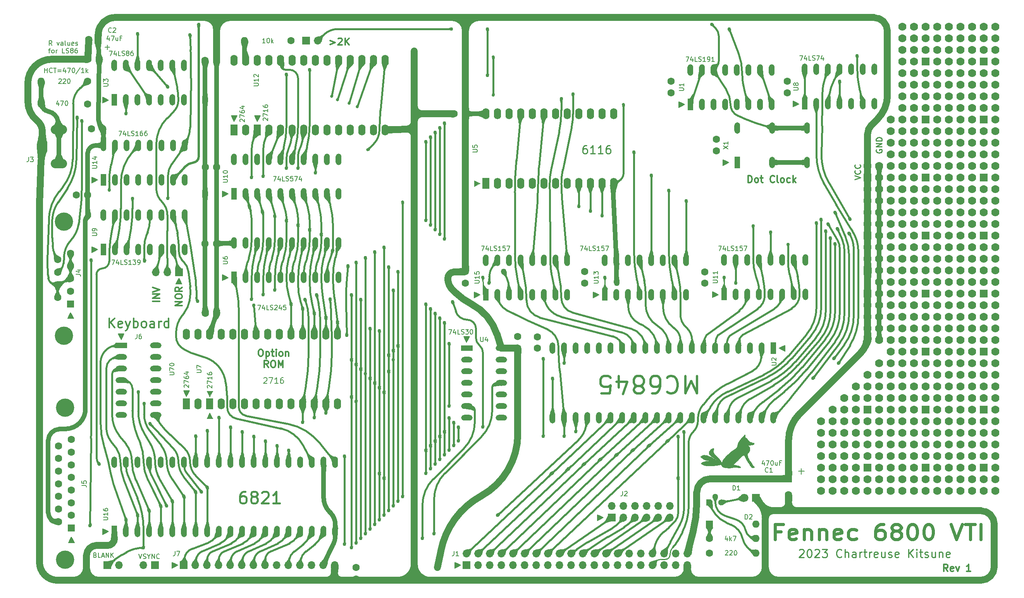
<source format=gts>
G04 #@! TF.GenerationSoftware,KiCad,Pcbnew,(7.99.0-363-gaf7eb36925)*
G04 #@! TF.CreationDate,2023-03-17T22:25:44-06:00*
G04 #@! TF.ProjectId,FennecVTI,46656e6e-6563-4565-9449-2e6b69636164,rev?*
G04 #@! TF.SameCoordinates,Original*
G04 #@! TF.FileFunction,Copper,L1,Top*
G04 #@! TF.FilePolarity,Positive*
%FSLAX46Y46*%
G04 Gerber Fmt 4.6, Leading zero omitted, Abs format (unit mm)*
G04 Created by KiCad (PCBNEW (7.99.0-363-gaf7eb36925)) date 2023-03-17 22:25:44*
%MOMM*%
%LPD*%
G01*
G04 APERTURE LIST*
G04 Aperture macros list*
%AMOutline5P*
0 Free polygon, 5 corners , with rotation*
0 The origin of the aperture is its center*
0 number of corners: always 5*
0 $1 to $10 corner X, Y*
0 $11 Rotation angle, in degrees counterclockwise*
0 create outline with 5 corners*
4,1,5,$1,$2,$3,$4,$5,$6,$7,$8,$9,$10,$1,$2,$11*%
%AMOutline6P*
0 Free polygon, 6 corners , with rotation*
0 The origin of the aperture is its center*
0 number of corners: always 6*
0 $1 to $12 corner X, Y*
0 $13 Rotation angle, in degrees counterclockwise*
0 create outline with 6 corners*
4,1,6,$1,$2,$3,$4,$5,$6,$7,$8,$9,$10,$11,$12,$1,$2,$13*%
%AMOutline7P*
0 Free polygon, 7 corners , with rotation*
0 The origin of the aperture is its center*
0 number of corners: always 7*
0 $1 to $14 corner X, Y*
0 $15 Rotation angle, in degrees counterclockwise*
0 create outline with 7 corners*
4,1,7,$1,$2,$3,$4,$5,$6,$7,$8,$9,$10,$11,$12,$13,$14,$1,$2,$15*%
%AMOutline8P*
0 Free polygon, 8 corners , with rotation*
0 The origin of the aperture is its center*
0 number of corners: always 8*
0 $1 to $16 corner X, Y*
0 $17 Rotation angle, in degrees counterclockwise*
0 create outline with 8 corners*
4,1,8,$1,$2,$3,$4,$5,$6,$7,$8,$9,$10,$11,$12,$13,$14,$15,$16,$1,$2,$17*%
G04 Aperture macros list end*
%ADD10C,0.152400*%
G04 #@! TA.AperFunction,NonConductor*
%ADD11C,0.152400*%
G04 #@! TD*
%ADD12C,0.150000*%
G04 #@! TA.AperFunction,NonConductor*
%ADD13C,0.150000*%
G04 #@! TD*
%ADD14C,0.300000*%
G04 #@! TA.AperFunction,NonConductor*
%ADD15C,0.300000*%
G04 #@! TD*
%ADD16C,0.228600*%
G04 #@! TA.AperFunction,NonConductor*
%ADD17C,0.228600*%
G04 #@! TD*
%ADD18C,0.635000*%
G04 #@! TA.AperFunction,NonConductor*
%ADD19C,0.635000*%
G04 #@! TD*
%ADD20C,0.304800*%
G04 #@! TA.AperFunction,NonConductor*
%ADD21C,0.304800*%
G04 #@! TD*
%ADD22C,0.254000*%
G04 #@! TA.AperFunction,NonConductor*
%ADD23C,0.254000*%
G04 #@! TD*
%ADD24C,0.203200*%
G04 #@! TA.AperFunction,NonConductor*
%ADD25C,0.203200*%
G04 #@! TD*
%ADD26C,0.508000*%
G04 #@! TA.AperFunction,NonConductor*
%ADD27C,0.508000*%
G04 #@! TD*
%ADD28C,0.381000*%
G04 #@! TA.AperFunction,NonConductor*
%ADD29C,0.381000*%
G04 #@! TD*
G04 #@! TA.AperFunction,EtchedComponent*
%ADD30C,0.200000*%
G04 #@! TD*
G04 #@! TA.AperFunction,EtchedComponent*
%ADD31C,0.120000*%
G04 #@! TD*
G04 #@! TA.AperFunction,EtchedComponent*
%ADD32C,0.010000*%
G04 #@! TD*
G04 #@! TA.AperFunction,ComponentPad*
%ADD33Outline5P,-0.650000X0.650000X0.325000X0.650000X0.650000X0.325000X0.650000X-0.650000X-0.650000X-0.650000X0.000000*%
G04 #@! TD*
G04 #@! TA.AperFunction,ComponentPad*
%ADD34C,1.300000*%
G04 #@! TD*
G04 #@! TA.AperFunction,ComponentPad*
%ADD35O,1.600000X2.400000*%
G04 #@! TD*
G04 #@! TA.AperFunction,ComponentPad*
%ADD36R,1.600000X2.400000*%
G04 #@! TD*
G04 #@! TA.AperFunction,ComponentPad*
%ADD37R,1.700000X1.700000*%
G04 #@! TD*
G04 #@! TA.AperFunction,ComponentPad*
%ADD38O,1.700000X1.700000*%
G04 #@! TD*
G04 #@! TA.AperFunction,ComponentPad*
%ADD39R,1.778000X1.778000*%
G04 #@! TD*
G04 #@! TA.AperFunction,ComponentPad*
%ADD40C,1.778000*%
G04 #@! TD*
G04 #@! TA.AperFunction,ComponentPad*
%ADD41C,4.000000*%
G04 #@! TD*
G04 #@! TA.AperFunction,ComponentPad*
%ADD42R,1.600000X1.600000*%
G04 #@! TD*
G04 #@! TA.AperFunction,ComponentPad*
%ADD43C,1.600000*%
G04 #@! TD*
G04 #@! TA.AperFunction,ComponentPad*
%ADD44R,1.270000X2.540000*%
G04 #@! TD*
G04 #@! TA.AperFunction,ComponentPad*
%ADD45O,1.270000X2.540000*%
G04 #@! TD*
G04 #@! TA.AperFunction,ComponentPad*
%ADD46R,1.270000X2.500000*%
G04 #@! TD*
G04 #@! TA.AperFunction,ComponentPad*
%ADD47O,1.270000X2.500000*%
G04 #@! TD*
G04 #@! TA.AperFunction,ComponentPad*
%ADD48O,1.600000X1.600000*%
G04 #@! TD*
G04 #@! TA.AperFunction,ComponentPad*
%ADD49R,2.500000X1.270000*%
G04 #@! TD*
G04 #@! TA.AperFunction,ComponentPad*
%ADD50O,2.500000X1.270000*%
G04 #@! TD*
G04 #@! TA.AperFunction,ComponentPad*
%ADD51R,1.800000X1.800000*%
G04 #@! TD*
G04 #@! TA.AperFunction,ComponentPad*
%ADD52C,1.800000*%
G04 #@! TD*
G04 #@! TA.AperFunction,ComponentPad*
%ADD53O,3.556000X2.032000*%
G04 #@! TD*
G04 #@! TA.AperFunction,ComponentPad*
%ADD54O,2.286000X3.556000*%
G04 #@! TD*
G04 #@! TA.AperFunction,ViaPad*
%ADD55C,0.762000*%
G04 #@! TD*
G04 #@! TA.AperFunction,ViaPad*
%ADD56C,1.270000*%
G04 #@! TD*
G04 #@! TA.AperFunction,ViaPad*
%ADD57C,0.635000*%
G04 #@! TD*
G04 #@! TA.AperFunction,Conductor*
%ADD58C,0.381000*%
G04 #@! TD*
G04 #@! TA.AperFunction,Conductor*
%ADD59C,1.016000*%
G04 #@! TD*
G04 #@! TA.AperFunction,Conductor*
%ADD60C,1.524000*%
G04 #@! TD*
G04 #@! TA.AperFunction,Conductor*
%ADD61C,0.508000*%
G04 #@! TD*
G04 #@! TA.AperFunction,Conductor*
%ADD62C,0.254000*%
G04 #@! TD*
G04 APERTURE END LIST*
D10*
D11*
X42405904Y-40007660D02*
X42405904Y-38991660D01*
X42405904Y-39475470D02*
X42986476Y-39475470D01*
X42986476Y-40007660D02*
X42986476Y-38991660D01*
X44050857Y-39910899D02*
X44002476Y-39959280D01*
X44002476Y-39959280D02*
X43857333Y-40007660D01*
X43857333Y-40007660D02*
X43760571Y-40007660D01*
X43760571Y-40007660D02*
X43615428Y-39959280D01*
X43615428Y-39959280D02*
X43518666Y-39862518D01*
X43518666Y-39862518D02*
X43470285Y-39765756D01*
X43470285Y-39765756D02*
X43421904Y-39572232D01*
X43421904Y-39572232D02*
X43421904Y-39427089D01*
X43421904Y-39427089D02*
X43470285Y-39233565D01*
X43470285Y-39233565D02*
X43518666Y-39136803D01*
X43518666Y-39136803D02*
X43615428Y-39040041D01*
X43615428Y-39040041D02*
X43760571Y-38991660D01*
X43760571Y-38991660D02*
X43857333Y-38991660D01*
X43857333Y-38991660D02*
X44002476Y-39040041D01*
X44002476Y-39040041D02*
X44050857Y-39088422D01*
X44341142Y-38991660D02*
X44921714Y-38991660D01*
X44631428Y-40007660D02*
X44631428Y-38991660D01*
X45260380Y-39475470D02*
X46034476Y-39475470D01*
X46034476Y-39765756D02*
X45260380Y-39765756D01*
X46953714Y-39330327D02*
X46953714Y-40007660D01*
X46711809Y-38943280D02*
X46469904Y-39668994D01*
X46469904Y-39668994D02*
X47098857Y-39668994D01*
X47389142Y-38991660D02*
X48066476Y-38991660D01*
X48066476Y-38991660D02*
X47631047Y-40007660D01*
X48647047Y-38991660D02*
X48743809Y-38991660D01*
X48743809Y-38991660D02*
X48840571Y-39040041D01*
X48840571Y-39040041D02*
X48888952Y-39088422D01*
X48888952Y-39088422D02*
X48937333Y-39185184D01*
X48937333Y-39185184D02*
X48985714Y-39378708D01*
X48985714Y-39378708D02*
X48985714Y-39620613D01*
X48985714Y-39620613D02*
X48937333Y-39814137D01*
X48937333Y-39814137D02*
X48888952Y-39910899D01*
X48888952Y-39910899D02*
X48840571Y-39959280D01*
X48840571Y-39959280D02*
X48743809Y-40007660D01*
X48743809Y-40007660D02*
X48647047Y-40007660D01*
X48647047Y-40007660D02*
X48550285Y-39959280D01*
X48550285Y-39959280D02*
X48501904Y-39910899D01*
X48501904Y-39910899D02*
X48453523Y-39814137D01*
X48453523Y-39814137D02*
X48405142Y-39620613D01*
X48405142Y-39620613D02*
X48405142Y-39378708D01*
X48405142Y-39378708D02*
X48453523Y-39185184D01*
X48453523Y-39185184D02*
X48501904Y-39088422D01*
X48501904Y-39088422D02*
X48550285Y-39040041D01*
X48550285Y-39040041D02*
X48647047Y-38991660D01*
X50146857Y-38943280D02*
X49275999Y-40249565D01*
X51017714Y-40007660D02*
X50437142Y-40007660D01*
X50727428Y-40007660D02*
X50727428Y-38991660D01*
X50727428Y-38991660D02*
X50630666Y-39136803D01*
X50630666Y-39136803D02*
X50533904Y-39233565D01*
X50533904Y-39233565D02*
X50437142Y-39281946D01*
X51453142Y-40007660D02*
X51453142Y-38991660D01*
X51549904Y-39620613D02*
X51840190Y-40007660D01*
X51840190Y-39330327D02*
X51453142Y-39717375D01*
D12*
D13*
X78043857Y-109029285D02*
X77996238Y-108981666D01*
X77996238Y-108981666D02*
X77948619Y-108886428D01*
X77948619Y-108886428D02*
X77948619Y-108648333D01*
X77948619Y-108648333D02*
X77996238Y-108553095D01*
X77996238Y-108553095D02*
X78043857Y-108505476D01*
X78043857Y-108505476D02*
X78139095Y-108457857D01*
X78139095Y-108457857D02*
X78234333Y-108457857D01*
X78234333Y-108457857D02*
X78377190Y-108505476D01*
X78377190Y-108505476D02*
X78948619Y-109076904D01*
X78948619Y-109076904D02*
X78948619Y-108457857D01*
X77948619Y-108124523D02*
X77948619Y-107457857D01*
X77948619Y-107457857D02*
X78948619Y-107886428D01*
X78948619Y-106553095D02*
X78948619Y-107124523D01*
X78948619Y-106838809D02*
X77948619Y-106838809D01*
X77948619Y-106838809D02*
X78091476Y-106934047D01*
X78091476Y-106934047D02*
X78186714Y-107029285D01*
X78186714Y-107029285D02*
X78234333Y-107124523D01*
X77948619Y-105695952D02*
X77948619Y-105886428D01*
X77948619Y-105886428D02*
X77996238Y-105981666D01*
X77996238Y-105981666D02*
X78043857Y-106029285D01*
X78043857Y-106029285D02*
X78186714Y-106124523D01*
X78186714Y-106124523D02*
X78377190Y-106172142D01*
X78377190Y-106172142D02*
X78758142Y-106172142D01*
X78758142Y-106172142D02*
X78853380Y-106124523D01*
X78853380Y-106124523D02*
X78901000Y-106076904D01*
X78901000Y-106076904D02*
X78948619Y-105981666D01*
X78948619Y-105981666D02*
X78948619Y-105791190D01*
X78948619Y-105791190D02*
X78901000Y-105695952D01*
X78901000Y-105695952D02*
X78853380Y-105648333D01*
X78853380Y-105648333D02*
X78758142Y-105600714D01*
X78758142Y-105600714D02*
X78520047Y-105600714D01*
X78520047Y-105600714D02*
X78424809Y-105648333D01*
X78424809Y-105648333D02*
X78377190Y-105695952D01*
X78377190Y-105695952D02*
X78329571Y-105791190D01*
X78329571Y-105791190D02*
X78329571Y-105981666D01*
X78329571Y-105981666D02*
X78377190Y-106076904D01*
X78377190Y-106076904D02*
X78424809Y-106124523D01*
X78424809Y-106124523D02*
X78520047Y-106172142D01*
D12*
D13*
X72963857Y-108902285D02*
X72916238Y-108854666D01*
X72916238Y-108854666D02*
X72868619Y-108759428D01*
X72868619Y-108759428D02*
X72868619Y-108521333D01*
X72868619Y-108521333D02*
X72916238Y-108426095D01*
X72916238Y-108426095D02*
X72963857Y-108378476D01*
X72963857Y-108378476D02*
X73059095Y-108330857D01*
X73059095Y-108330857D02*
X73154333Y-108330857D01*
X73154333Y-108330857D02*
X73297190Y-108378476D01*
X73297190Y-108378476D02*
X73868619Y-108949904D01*
X73868619Y-108949904D02*
X73868619Y-108330857D01*
X72868619Y-107997523D02*
X72868619Y-107330857D01*
X72868619Y-107330857D02*
X73868619Y-107759428D01*
X72868619Y-106521333D02*
X72868619Y-106711809D01*
X72868619Y-106711809D02*
X72916238Y-106807047D01*
X72916238Y-106807047D02*
X72963857Y-106854666D01*
X72963857Y-106854666D02*
X73106714Y-106949904D01*
X73106714Y-106949904D02*
X73297190Y-106997523D01*
X73297190Y-106997523D02*
X73678142Y-106997523D01*
X73678142Y-106997523D02*
X73773380Y-106949904D01*
X73773380Y-106949904D02*
X73821000Y-106902285D01*
X73821000Y-106902285D02*
X73868619Y-106807047D01*
X73868619Y-106807047D02*
X73868619Y-106616571D01*
X73868619Y-106616571D02*
X73821000Y-106521333D01*
X73821000Y-106521333D02*
X73773380Y-106473714D01*
X73773380Y-106473714D02*
X73678142Y-106426095D01*
X73678142Y-106426095D02*
X73440047Y-106426095D01*
X73440047Y-106426095D02*
X73344809Y-106473714D01*
X73344809Y-106473714D02*
X73297190Y-106521333D01*
X73297190Y-106521333D02*
X73249571Y-106616571D01*
X73249571Y-106616571D02*
X73249571Y-106807047D01*
X73249571Y-106807047D02*
X73297190Y-106902285D01*
X73297190Y-106902285D02*
X73344809Y-106949904D01*
X73344809Y-106949904D02*
X73440047Y-106997523D01*
X73201952Y-105568952D02*
X73868619Y-105568952D01*
X72821000Y-105807047D02*
X73535285Y-106045142D01*
X73535285Y-106045142D02*
X73535285Y-105426095D01*
D10*
D11*
X53430714Y-145606830D02*
X53575857Y-145655211D01*
X53575857Y-145655211D02*
X53624238Y-145703592D01*
X53624238Y-145703592D02*
X53672619Y-145800354D01*
X53672619Y-145800354D02*
X53672619Y-145945497D01*
X53672619Y-145945497D02*
X53624238Y-146042259D01*
X53624238Y-146042259D02*
X53575857Y-146090640D01*
X53575857Y-146090640D02*
X53479095Y-146139020D01*
X53479095Y-146139020D02*
X53092047Y-146139020D01*
X53092047Y-146139020D02*
X53092047Y-145123020D01*
X53092047Y-145123020D02*
X53430714Y-145123020D01*
X53430714Y-145123020D02*
X53527476Y-145171401D01*
X53527476Y-145171401D02*
X53575857Y-145219782D01*
X53575857Y-145219782D02*
X53624238Y-145316544D01*
X53624238Y-145316544D02*
X53624238Y-145413306D01*
X53624238Y-145413306D02*
X53575857Y-145510068D01*
X53575857Y-145510068D02*
X53527476Y-145558449D01*
X53527476Y-145558449D02*
X53430714Y-145606830D01*
X53430714Y-145606830D02*
X53092047Y-145606830D01*
X54591857Y-146139020D02*
X54108047Y-146139020D01*
X54108047Y-146139020D02*
X54108047Y-145123020D01*
X54882142Y-145848735D02*
X55365952Y-145848735D01*
X54785380Y-146139020D02*
X55124047Y-145123020D01*
X55124047Y-145123020D02*
X55462714Y-146139020D01*
X55801380Y-146139020D02*
X55801380Y-145123020D01*
X55801380Y-145123020D02*
X56381952Y-146139020D01*
X56381952Y-146139020D02*
X56381952Y-145123020D01*
X56865761Y-146139020D02*
X56865761Y-145123020D01*
X57446333Y-146139020D02*
X57010904Y-145558449D01*
X57446333Y-145123020D02*
X56865761Y-145703592D01*
D14*
D15*
X67495928Y-90074571D02*
X65995928Y-90074571D01*
X67495928Y-89360285D02*
X65995928Y-89360285D01*
X65995928Y-89360285D02*
X67495928Y-88503142D01*
X67495928Y-88503142D02*
X65995928Y-88503142D01*
X65995928Y-88003141D02*
X67495928Y-87503141D01*
X67495928Y-87503141D02*
X65995928Y-87003141D01*
D16*
D17*
X219408526Y-63415332D02*
X220678526Y-62991999D01*
X220678526Y-62991999D02*
X219408526Y-62568665D01*
X220557573Y-61419618D02*
X220618050Y-61480094D01*
X220618050Y-61480094D02*
X220678526Y-61661523D01*
X220678526Y-61661523D02*
X220678526Y-61782475D01*
X220678526Y-61782475D02*
X220618050Y-61963904D01*
X220618050Y-61963904D02*
X220497097Y-62084856D01*
X220497097Y-62084856D02*
X220376145Y-62145333D01*
X220376145Y-62145333D02*
X220134240Y-62205809D01*
X220134240Y-62205809D02*
X219952811Y-62205809D01*
X219952811Y-62205809D02*
X219710907Y-62145333D01*
X219710907Y-62145333D02*
X219589954Y-62084856D01*
X219589954Y-62084856D02*
X219469002Y-61963904D01*
X219469002Y-61963904D02*
X219408526Y-61782475D01*
X219408526Y-61782475D02*
X219408526Y-61661523D01*
X219408526Y-61661523D02*
X219469002Y-61480094D01*
X219469002Y-61480094D02*
X219529478Y-61419618D01*
X220557573Y-60149618D02*
X220618050Y-60210094D01*
X220618050Y-60210094D02*
X220678526Y-60391523D01*
X220678526Y-60391523D02*
X220678526Y-60512475D01*
X220678526Y-60512475D02*
X220618050Y-60693904D01*
X220618050Y-60693904D02*
X220497097Y-60814856D01*
X220497097Y-60814856D02*
X220376145Y-60875333D01*
X220376145Y-60875333D02*
X220134240Y-60935809D01*
X220134240Y-60935809D02*
X219952811Y-60935809D01*
X219952811Y-60935809D02*
X219710907Y-60875333D01*
X219710907Y-60875333D02*
X219589954Y-60814856D01*
X219589954Y-60814856D02*
X219469002Y-60693904D01*
X219469002Y-60693904D02*
X219408526Y-60512475D01*
X219408526Y-60512475D02*
X219408526Y-60391523D01*
X219408526Y-60391523D02*
X219469002Y-60210094D01*
X219469002Y-60210094D02*
X219529478Y-60149618D01*
D10*
D11*
X62979904Y-145377020D02*
X63318571Y-146393020D01*
X63318571Y-146393020D02*
X63657238Y-145377020D01*
X63947523Y-146344640D02*
X64092666Y-146393020D01*
X64092666Y-146393020D02*
X64334571Y-146393020D01*
X64334571Y-146393020D02*
X64431333Y-146344640D01*
X64431333Y-146344640D02*
X64479714Y-146296259D01*
X64479714Y-146296259D02*
X64528095Y-146199497D01*
X64528095Y-146199497D02*
X64528095Y-146102735D01*
X64528095Y-146102735D02*
X64479714Y-146005973D01*
X64479714Y-146005973D02*
X64431333Y-145957592D01*
X64431333Y-145957592D02*
X64334571Y-145909211D01*
X64334571Y-145909211D02*
X64141047Y-145860830D01*
X64141047Y-145860830D02*
X64044285Y-145812449D01*
X64044285Y-145812449D02*
X63995904Y-145764068D01*
X63995904Y-145764068D02*
X63947523Y-145667306D01*
X63947523Y-145667306D02*
X63947523Y-145570544D01*
X63947523Y-145570544D02*
X63995904Y-145473782D01*
X63995904Y-145473782D02*
X64044285Y-145425401D01*
X64044285Y-145425401D02*
X64141047Y-145377020D01*
X64141047Y-145377020D02*
X64382952Y-145377020D01*
X64382952Y-145377020D02*
X64528095Y-145425401D01*
X65157047Y-145909211D02*
X65157047Y-146393020D01*
X64818380Y-145377020D02*
X65157047Y-145909211D01*
X65157047Y-145909211D02*
X65495714Y-145377020D01*
X65834380Y-146393020D02*
X65834380Y-145377020D01*
X65834380Y-145377020D02*
X66414952Y-146393020D01*
X66414952Y-146393020D02*
X66414952Y-145377020D01*
X67479333Y-146296259D02*
X67430952Y-146344640D01*
X67430952Y-146344640D02*
X67285809Y-146393020D01*
X67285809Y-146393020D02*
X67189047Y-146393020D01*
X67189047Y-146393020D02*
X67043904Y-146344640D01*
X67043904Y-146344640D02*
X66947142Y-146247878D01*
X66947142Y-146247878D02*
X66898761Y-146151116D01*
X66898761Y-146151116D02*
X66850380Y-145957592D01*
X66850380Y-145957592D02*
X66850380Y-145812449D01*
X66850380Y-145812449D02*
X66898761Y-145618925D01*
X66898761Y-145618925D02*
X66947142Y-145522163D01*
X66947142Y-145522163D02*
X67043904Y-145425401D01*
X67043904Y-145425401D02*
X67189047Y-145377020D01*
X67189047Y-145377020D02*
X67285809Y-145377020D01*
X67285809Y-145377020D02*
X67430952Y-145425401D01*
X67430952Y-145425401D02*
X67479333Y-145473782D01*
D18*
D19*
X203314905Y-140513950D02*
X202087238Y-140513950D01*
X202087238Y-142243569D02*
X202087238Y-138941569D01*
X202087238Y-138941569D02*
X203841048Y-138941569D01*
X206647143Y-142086331D02*
X206296381Y-142243569D01*
X206296381Y-142243569D02*
X205594857Y-142243569D01*
X205594857Y-142243569D02*
X205244095Y-142086331D01*
X205244095Y-142086331D02*
X205068714Y-141771854D01*
X205068714Y-141771854D02*
X205068714Y-140513950D01*
X205068714Y-140513950D02*
X205244095Y-140199473D01*
X205244095Y-140199473D02*
X205594857Y-140042235D01*
X205594857Y-140042235D02*
X206296381Y-140042235D01*
X206296381Y-140042235D02*
X206647143Y-140199473D01*
X206647143Y-140199473D02*
X206822524Y-140513950D01*
X206822524Y-140513950D02*
X206822524Y-140828426D01*
X206822524Y-140828426D02*
X205068714Y-141142902D01*
X208400952Y-140042235D02*
X208400952Y-142243569D01*
X208400952Y-140356711D02*
X208576333Y-140199473D01*
X208576333Y-140199473D02*
X208927095Y-140042235D01*
X208927095Y-140042235D02*
X209453238Y-140042235D01*
X209453238Y-140042235D02*
X209804000Y-140199473D01*
X209804000Y-140199473D02*
X209979381Y-140513950D01*
X209979381Y-140513950D02*
X209979381Y-142243569D01*
X211733190Y-140042235D02*
X211733190Y-142243569D01*
X211733190Y-140356711D02*
X211908571Y-140199473D01*
X211908571Y-140199473D02*
X212259333Y-140042235D01*
X212259333Y-140042235D02*
X212785476Y-140042235D01*
X212785476Y-140042235D02*
X213136238Y-140199473D01*
X213136238Y-140199473D02*
X213311619Y-140513950D01*
X213311619Y-140513950D02*
X213311619Y-142243569D01*
X216468476Y-142086331D02*
X216117714Y-142243569D01*
X216117714Y-142243569D02*
X215416190Y-142243569D01*
X215416190Y-142243569D02*
X215065428Y-142086331D01*
X215065428Y-142086331D02*
X214890047Y-141771854D01*
X214890047Y-141771854D02*
X214890047Y-140513950D01*
X214890047Y-140513950D02*
X215065428Y-140199473D01*
X215065428Y-140199473D02*
X215416190Y-140042235D01*
X215416190Y-140042235D02*
X216117714Y-140042235D01*
X216117714Y-140042235D02*
X216468476Y-140199473D01*
X216468476Y-140199473D02*
X216643857Y-140513950D01*
X216643857Y-140513950D02*
X216643857Y-140828426D01*
X216643857Y-140828426D02*
X214890047Y-141142902D01*
X219800714Y-142086331D02*
X219449952Y-142243569D01*
X219449952Y-142243569D02*
X218748428Y-142243569D01*
X218748428Y-142243569D02*
X218397666Y-142086331D01*
X218397666Y-142086331D02*
X218222285Y-141929092D01*
X218222285Y-141929092D02*
X218046904Y-141614616D01*
X218046904Y-141614616D02*
X218046904Y-140671188D01*
X218046904Y-140671188D02*
X218222285Y-140356711D01*
X218222285Y-140356711D02*
X218397666Y-140199473D01*
X218397666Y-140199473D02*
X218748428Y-140042235D01*
X218748428Y-140042235D02*
X219449952Y-140042235D01*
X219449952Y-140042235D02*
X219800714Y-140199473D01*
X225763666Y-138941569D02*
X225062142Y-138941569D01*
X225062142Y-138941569D02*
X224711380Y-139098807D01*
X224711380Y-139098807D02*
X224535999Y-139256045D01*
X224535999Y-139256045D02*
X224185237Y-139727759D01*
X224185237Y-139727759D02*
X224009856Y-140356711D01*
X224009856Y-140356711D02*
X224009856Y-141614616D01*
X224009856Y-141614616D02*
X224185237Y-141929092D01*
X224185237Y-141929092D02*
X224360618Y-142086331D01*
X224360618Y-142086331D02*
X224711380Y-142243569D01*
X224711380Y-142243569D02*
X225412904Y-142243569D01*
X225412904Y-142243569D02*
X225763666Y-142086331D01*
X225763666Y-142086331D02*
X225939047Y-141929092D01*
X225939047Y-141929092D02*
X226114428Y-141614616D01*
X226114428Y-141614616D02*
X226114428Y-140828426D01*
X226114428Y-140828426D02*
X225939047Y-140513950D01*
X225939047Y-140513950D02*
X225763666Y-140356711D01*
X225763666Y-140356711D02*
X225412904Y-140199473D01*
X225412904Y-140199473D02*
X224711380Y-140199473D01*
X224711380Y-140199473D02*
X224360618Y-140356711D01*
X224360618Y-140356711D02*
X224185237Y-140513950D01*
X224185237Y-140513950D02*
X224009856Y-140828426D01*
X228218999Y-140356711D02*
X227868237Y-140199473D01*
X227868237Y-140199473D02*
X227692856Y-140042235D01*
X227692856Y-140042235D02*
X227517475Y-139727759D01*
X227517475Y-139727759D02*
X227517475Y-139570521D01*
X227517475Y-139570521D02*
X227692856Y-139256045D01*
X227692856Y-139256045D02*
X227868237Y-139098807D01*
X227868237Y-139098807D02*
X228218999Y-138941569D01*
X228218999Y-138941569D02*
X228920523Y-138941569D01*
X228920523Y-138941569D02*
X229271285Y-139098807D01*
X229271285Y-139098807D02*
X229446666Y-139256045D01*
X229446666Y-139256045D02*
X229622047Y-139570521D01*
X229622047Y-139570521D02*
X229622047Y-139727759D01*
X229622047Y-139727759D02*
X229446666Y-140042235D01*
X229446666Y-140042235D02*
X229271285Y-140199473D01*
X229271285Y-140199473D02*
X228920523Y-140356711D01*
X228920523Y-140356711D02*
X228218999Y-140356711D01*
X228218999Y-140356711D02*
X227868237Y-140513950D01*
X227868237Y-140513950D02*
X227692856Y-140671188D01*
X227692856Y-140671188D02*
X227517475Y-140985664D01*
X227517475Y-140985664D02*
X227517475Y-141614616D01*
X227517475Y-141614616D02*
X227692856Y-141929092D01*
X227692856Y-141929092D02*
X227868237Y-142086331D01*
X227868237Y-142086331D02*
X228218999Y-142243569D01*
X228218999Y-142243569D02*
X228920523Y-142243569D01*
X228920523Y-142243569D02*
X229271285Y-142086331D01*
X229271285Y-142086331D02*
X229446666Y-141929092D01*
X229446666Y-141929092D02*
X229622047Y-141614616D01*
X229622047Y-141614616D02*
X229622047Y-140985664D01*
X229622047Y-140985664D02*
X229446666Y-140671188D01*
X229446666Y-140671188D02*
X229271285Y-140513950D01*
X229271285Y-140513950D02*
X228920523Y-140356711D01*
X231901999Y-138941569D02*
X232252761Y-138941569D01*
X232252761Y-138941569D02*
X232603523Y-139098807D01*
X232603523Y-139098807D02*
X232778904Y-139256045D01*
X232778904Y-139256045D02*
X232954285Y-139570521D01*
X232954285Y-139570521D02*
X233129666Y-140199473D01*
X233129666Y-140199473D02*
X233129666Y-140985664D01*
X233129666Y-140985664D02*
X232954285Y-141614616D01*
X232954285Y-141614616D02*
X232778904Y-141929092D01*
X232778904Y-141929092D02*
X232603523Y-142086331D01*
X232603523Y-142086331D02*
X232252761Y-142243569D01*
X232252761Y-142243569D02*
X231901999Y-142243569D01*
X231901999Y-142243569D02*
X231551237Y-142086331D01*
X231551237Y-142086331D02*
X231375856Y-141929092D01*
X231375856Y-141929092D02*
X231200475Y-141614616D01*
X231200475Y-141614616D02*
X231025094Y-140985664D01*
X231025094Y-140985664D02*
X231025094Y-140199473D01*
X231025094Y-140199473D02*
X231200475Y-139570521D01*
X231200475Y-139570521D02*
X231375856Y-139256045D01*
X231375856Y-139256045D02*
X231551237Y-139098807D01*
X231551237Y-139098807D02*
X231901999Y-138941569D01*
X235409618Y-138941569D02*
X235760380Y-138941569D01*
X235760380Y-138941569D02*
X236111142Y-139098807D01*
X236111142Y-139098807D02*
X236286523Y-139256045D01*
X236286523Y-139256045D02*
X236461904Y-139570521D01*
X236461904Y-139570521D02*
X236637285Y-140199473D01*
X236637285Y-140199473D02*
X236637285Y-140985664D01*
X236637285Y-140985664D02*
X236461904Y-141614616D01*
X236461904Y-141614616D02*
X236286523Y-141929092D01*
X236286523Y-141929092D02*
X236111142Y-142086331D01*
X236111142Y-142086331D02*
X235760380Y-142243569D01*
X235760380Y-142243569D02*
X235409618Y-142243569D01*
X235409618Y-142243569D02*
X235058856Y-142086331D01*
X235058856Y-142086331D02*
X234883475Y-141929092D01*
X234883475Y-141929092D02*
X234708094Y-141614616D01*
X234708094Y-141614616D02*
X234532713Y-140985664D01*
X234532713Y-140985664D02*
X234532713Y-140199473D01*
X234532713Y-140199473D02*
X234708094Y-139570521D01*
X234708094Y-139570521D02*
X234883475Y-139256045D01*
X234883475Y-139256045D02*
X235058856Y-139098807D01*
X235058856Y-139098807D02*
X235409618Y-138941569D01*
X240495665Y-138941569D02*
X241723332Y-142243569D01*
X241723332Y-142243569D02*
X242950999Y-138941569D01*
X243652522Y-138941569D02*
X245757094Y-138941569D01*
X244704808Y-142243569D02*
X244704808Y-138941569D01*
X246984760Y-142243569D02*
X246984760Y-138941569D01*
D12*
D13*
X85155857Y-50736285D02*
X85108238Y-50688666D01*
X85108238Y-50688666D02*
X85060619Y-50593428D01*
X85060619Y-50593428D02*
X85060619Y-50355333D01*
X85060619Y-50355333D02*
X85108238Y-50260095D01*
X85108238Y-50260095D02*
X85155857Y-50212476D01*
X85155857Y-50212476D02*
X85251095Y-50164857D01*
X85251095Y-50164857D02*
X85346333Y-50164857D01*
X85346333Y-50164857D02*
X85489190Y-50212476D01*
X85489190Y-50212476D02*
X86060619Y-50783904D01*
X86060619Y-50783904D02*
X86060619Y-50164857D01*
X85060619Y-49831523D02*
X85060619Y-49164857D01*
X85060619Y-49164857D02*
X86060619Y-49593428D01*
X85060619Y-48355333D02*
X85060619Y-48545809D01*
X85060619Y-48545809D02*
X85108238Y-48641047D01*
X85108238Y-48641047D02*
X85155857Y-48688666D01*
X85155857Y-48688666D02*
X85298714Y-48783904D01*
X85298714Y-48783904D02*
X85489190Y-48831523D01*
X85489190Y-48831523D02*
X85870142Y-48831523D01*
X85870142Y-48831523D02*
X85965380Y-48783904D01*
X85965380Y-48783904D02*
X86013000Y-48736285D01*
X86013000Y-48736285D02*
X86060619Y-48641047D01*
X86060619Y-48641047D02*
X86060619Y-48450571D01*
X86060619Y-48450571D02*
X86013000Y-48355333D01*
X86013000Y-48355333D02*
X85965380Y-48307714D01*
X85965380Y-48307714D02*
X85870142Y-48260095D01*
X85870142Y-48260095D02*
X85632047Y-48260095D01*
X85632047Y-48260095D02*
X85536809Y-48307714D01*
X85536809Y-48307714D02*
X85489190Y-48355333D01*
X85489190Y-48355333D02*
X85441571Y-48450571D01*
X85441571Y-48450571D02*
X85441571Y-48641047D01*
X85441571Y-48641047D02*
X85489190Y-48736285D01*
X85489190Y-48736285D02*
X85536809Y-48783904D01*
X85536809Y-48783904D02*
X85632047Y-48831523D01*
X85393952Y-47402952D02*
X86060619Y-47402952D01*
X85013000Y-47641047D02*
X85727285Y-47879142D01*
X85727285Y-47879142D02*
X85727285Y-47260095D01*
D14*
D15*
X104771285Y-32967928D02*
X105914143Y-33396500D01*
X105914143Y-33396500D02*
X104771285Y-33825071D01*
X106557000Y-32610785D02*
X106628428Y-32539357D01*
X106628428Y-32539357D02*
X106771286Y-32467928D01*
X106771286Y-32467928D02*
X107128428Y-32467928D01*
X107128428Y-32467928D02*
X107271286Y-32539357D01*
X107271286Y-32539357D02*
X107342714Y-32610785D01*
X107342714Y-32610785D02*
X107414143Y-32753642D01*
X107414143Y-32753642D02*
X107414143Y-32896500D01*
X107414143Y-32896500D02*
X107342714Y-33110785D01*
X107342714Y-33110785D02*
X106485571Y-33967928D01*
X106485571Y-33967928D02*
X107414143Y-33967928D01*
X108056999Y-33967928D02*
X108056999Y-32467928D01*
X108914142Y-33967928D02*
X108271285Y-33110785D01*
X108914142Y-32467928D02*
X108056999Y-33325071D01*
D14*
D15*
X89491714Y-100594928D02*
X89777428Y-100594928D01*
X89777428Y-100594928D02*
X89920285Y-100666357D01*
X89920285Y-100666357D02*
X90063142Y-100809214D01*
X90063142Y-100809214D02*
X90134571Y-101094928D01*
X90134571Y-101094928D02*
X90134571Y-101594928D01*
X90134571Y-101594928D02*
X90063142Y-101880642D01*
X90063142Y-101880642D02*
X89920285Y-102023500D01*
X89920285Y-102023500D02*
X89777428Y-102094928D01*
X89777428Y-102094928D02*
X89491714Y-102094928D01*
X89491714Y-102094928D02*
X89348857Y-102023500D01*
X89348857Y-102023500D02*
X89205999Y-101880642D01*
X89205999Y-101880642D02*
X89134571Y-101594928D01*
X89134571Y-101594928D02*
X89134571Y-101094928D01*
X89134571Y-101094928D02*
X89205999Y-100809214D01*
X89205999Y-100809214D02*
X89348857Y-100666357D01*
X89348857Y-100666357D02*
X89491714Y-100594928D01*
X90777428Y-101094928D02*
X90777428Y-102594928D01*
X90777428Y-101166357D02*
X90920286Y-101094928D01*
X90920286Y-101094928D02*
X91206000Y-101094928D01*
X91206000Y-101094928D02*
X91348857Y-101166357D01*
X91348857Y-101166357D02*
X91420286Y-101237785D01*
X91420286Y-101237785D02*
X91491714Y-101380642D01*
X91491714Y-101380642D02*
X91491714Y-101809214D01*
X91491714Y-101809214D02*
X91420286Y-101952071D01*
X91420286Y-101952071D02*
X91348857Y-102023500D01*
X91348857Y-102023500D02*
X91206000Y-102094928D01*
X91206000Y-102094928D02*
X90920286Y-102094928D01*
X90920286Y-102094928D02*
X90777428Y-102023500D01*
X91920286Y-101094928D02*
X92491714Y-101094928D01*
X92134571Y-100594928D02*
X92134571Y-101880642D01*
X92134571Y-101880642D02*
X92206000Y-102023500D01*
X92206000Y-102023500D02*
X92348857Y-102094928D01*
X92348857Y-102094928D02*
X92491714Y-102094928D01*
X92991714Y-102094928D02*
X92991714Y-101094928D01*
X92991714Y-100594928D02*
X92920286Y-100666357D01*
X92920286Y-100666357D02*
X92991714Y-100737785D01*
X92991714Y-100737785D02*
X93063143Y-100666357D01*
X93063143Y-100666357D02*
X92991714Y-100594928D01*
X92991714Y-100594928D02*
X92991714Y-100737785D01*
X93920286Y-102094928D02*
X93777429Y-102023500D01*
X93777429Y-102023500D02*
X93706000Y-101952071D01*
X93706000Y-101952071D02*
X93634572Y-101809214D01*
X93634572Y-101809214D02*
X93634572Y-101380642D01*
X93634572Y-101380642D02*
X93706000Y-101237785D01*
X93706000Y-101237785D02*
X93777429Y-101166357D01*
X93777429Y-101166357D02*
X93920286Y-101094928D01*
X93920286Y-101094928D02*
X94134572Y-101094928D01*
X94134572Y-101094928D02*
X94277429Y-101166357D01*
X94277429Y-101166357D02*
X94348858Y-101237785D01*
X94348858Y-101237785D02*
X94420286Y-101380642D01*
X94420286Y-101380642D02*
X94420286Y-101809214D01*
X94420286Y-101809214D02*
X94348858Y-101952071D01*
X94348858Y-101952071D02*
X94277429Y-102023500D01*
X94277429Y-102023500D02*
X94134572Y-102094928D01*
X94134572Y-102094928D02*
X93920286Y-102094928D01*
X95063143Y-101094928D02*
X95063143Y-102094928D01*
X95063143Y-101237785D02*
X95134572Y-101166357D01*
X95134572Y-101166357D02*
X95277429Y-101094928D01*
X95277429Y-101094928D02*
X95491715Y-101094928D01*
X95491715Y-101094928D02*
X95634572Y-101166357D01*
X95634572Y-101166357D02*
X95706001Y-101309214D01*
X95706001Y-101309214D02*
X95706001Y-102094928D01*
X91277428Y-104524928D02*
X90777428Y-103810642D01*
X90420285Y-104524928D02*
X90420285Y-103024928D01*
X90420285Y-103024928D02*
X90991714Y-103024928D01*
X90991714Y-103024928D02*
X91134571Y-103096357D01*
X91134571Y-103096357D02*
X91206000Y-103167785D01*
X91206000Y-103167785D02*
X91277428Y-103310642D01*
X91277428Y-103310642D02*
X91277428Y-103524928D01*
X91277428Y-103524928D02*
X91206000Y-103667785D01*
X91206000Y-103667785D02*
X91134571Y-103739214D01*
X91134571Y-103739214D02*
X90991714Y-103810642D01*
X90991714Y-103810642D02*
X90420285Y-103810642D01*
X92206000Y-103024928D02*
X92491714Y-103024928D01*
X92491714Y-103024928D02*
X92634571Y-103096357D01*
X92634571Y-103096357D02*
X92777428Y-103239214D01*
X92777428Y-103239214D02*
X92848857Y-103524928D01*
X92848857Y-103524928D02*
X92848857Y-104024928D01*
X92848857Y-104024928D02*
X92777428Y-104310642D01*
X92777428Y-104310642D02*
X92634571Y-104453500D01*
X92634571Y-104453500D02*
X92491714Y-104524928D01*
X92491714Y-104524928D02*
X92206000Y-104524928D01*
X92206000Y-104524928D02*
X92063143Y-104453500D01*
X92063143Y-104453500D02*
X91920285Y-104310642D01*
X91920285Y-104310642D02*
X91848857Y-104024928D01*
X91848857Y-104024928D02*
X91848857Y-103524928D01*
X91848857Y-103524928D02*
X91920285Y-103239214D01*
X91920285Y-103239214D02*
X92063143Y-103096357D01*
X92063143Y-103096357D02*
X92206000Y-103024928D01*
X93491714Y-104524928D02*
X93491714Y-103024928D01*
X93491714Y-103024928D02*
X93991714Y-104096357D01*
X93991714Y-104096357D02*
X94491714Y-103024928D01*
X94491714Y-103024928D02*
X94491714Y-104524928D01*
D20*
D21*
X56508953Y-95809041D02*
X56508953Y-93777041D01*
X57670096Y-95809041D02*
X56799239Y-94647899D01*
X57670096Y-93777041D02*
X56508953Y-94938184D01*
X59315048Y-95712280D02*
X59121524Y-95809041D01*
X59121524Y-95809041D02*
X58734477Y-95809041D01*
X58734477Y-95809041D02*
X58540953Y-95712280D01*
X58540953Y-95712280D02*
X58444191Y-95518756D01*
X58444191Y-95518756D02*
X58444191Y-94744660D01*
X58444191Y-94744660D02*
X58540953Y-94551137D01*
X58540953Y-94551137D02*
X58734477Y-94454375D01*
X58734477Y-94454375D02*
X59121524Y-94454375D01*
X59121524Y-94454375D02*
X59315048Y-94551137D01*
X59315048Y-94551137D02*
X59411810Y-94744660D01*
X59411810Y-94744660D02*
X59411810Y-94938184D01*
X59411810Y-94938184D02*
X58444191Y-95131708D01*
X60089143Y-94454375D02*
X60572953Y-95809041D01*
X61056762Y-94454375D02*
X60572953Y-95809041D01*
X60572953Y-95809041D02*
X60379429Y-96292851D01*
X60379429Y-96292851D02*
X60282667Y-96389613D01*
X60282667Y-96389613D02*
X60089143Y-96486375D01*
X61830857Y-95809041D02*
X61830857Y-93777041D01*
X61830857Y-94551137D02*
X62024381Y-94454375D01*
X62024381Y-94454375D02*
X62411428Y-94454375D01*
X62411428Y-94454375D02*
X62604952Y-94551137D01*
X62604952Y-94551137D02*
X62701714Y-94647899D01*
X62701714Y-94647899D02*
X62798476Y-94841422D01*
X62798476Y-94841422D02*
X62798476Y-95421994D01*
X62798476Y-95421994D02*
X62701714Y-95615518D01*
X62701714Y-95615518D02*
X62604952Y-95712280D01*
X62604952Y-95712280D02*
X62411428Y-95809041D01*
X62411428Y-95809041D02*
X62024381Y-95809041D01*
X62024381Y-95809041D02*
X61830857Y-95712280D01*
X63959619Y-95809041D02*
X63766095Y-95712280D01*
X63766095Y-95712280D02*
X63669333Y-95615518D01*
X63669333Y-95615518D02*
X63572571Y-95421994D01*
X63572571Y-95421994D02*
X63572571Y-94841422D01*
X63572571Y-94841422D02*
X63669333Y-94647899D01*
X63669333Y-94647899D02*
X63766095Y-94551137D01*
X63766095Y-94551137D02*
X63959619Y-94454375D01*
X63959619Y-94454375D02*
X64249904Y-94454375D01*
X64249904Y-94454375D02*
X64443428Y-94551137D01*
X64443428Y-94551137D02*
X64540190Y-94647899D01*
X64540190Y-94647899D02*
X64636952Y-94841422D01*
X64636952Y-94841422D02*
X64636952Y-95421994D01*
X64636952Y-95421994D02*
X64540190Y-95615518D01*
X64540190Y-95615518D02*
X64443428Y-95712280D01*
X64443428Y-95712280D02*
X64249904Y-95809041D01*
X64249904Y-95809041D02*
X63959619Y-95809041D01*
X66378666Y-95809041D02*
X66378666Y-94744660D01*
X66378666Y-94744660D02*
X66281904Y-94551137D01*
X66281904Y-94551137D02*
X66088380Y-94454375D01*
X66088380Y-94454375D02*
X65701333Y-94454375D01*
X65701333Y-94454375D02*
X65507809Y-94551137D01*
X66378666Y-95712280D02*
X66185142Y-95809041D01*
X66185142Y-95809041D02*
X65701333Y-95809041D01*
X65701333Y-95809041D02*
X65507809Y-95712280D01*
X65507809Y-95712280D02*
X65411047Y-95518756D01*
X65411047Y-95518756D02*
X65411047Y-95325232D01*
X65411047Y-95325232D02*
X65507809Y-95131708D01*
X65507809Y-95131708D02*
X65701333Y-95034946D01*
X65701333Y-95034946D02*
X66185142Y-95034946D01*
X66185142Y-95034946D02*
X66378666Y-94938184D01*
X67346285Y-95809041D02*
X67346285Y-94454375D01*
X67346285Y-94841422D02*
X67443047Y-94647899D01*
X67443047Y-94647899D02*
X67539809Y-94551137D01*
X67539809Y-94551137D02*
X67733333Y-94454375D01*
X67733333Y-94454375D02*
X67926856Y-94454375D01*
X69475047Y-95809041D02*
X69475047Y-93777041D01*
X69475047Y-95712280D02*
X69281523Y-95809041D01*
X69281523Y-95809041D02*
X68894476Y-95809041D01*
X68894476Y-95809041D02*
X68700952Y-95712280D01*
X68700952Y-95712280D02*
X68604190Y-95615518D01*
X68604190Y-95615518D02*
X68507428Y-95421994D01*
X68507428Y-95421994D02*
X68507428Y-94841422D01*
X68507428Y-94841422D02*
X68604190Y-94647899D01*
X68604190Y-94647899D02*
X68700952Y-94551137D01*
X68700952Y-94551137D02*
X68894476Y-94454375D01*
X68894476Y-94454375D02*
X69281523Y-94454375D01*
X69281523Y-94454375D02*
X69475047Y-94551137D01*
D10*
D11*
X43990382Y-34064060D02*
X43651715Y-33580251D01*
X43409810Y-34064060D02*
X43409810Y-33048060D01*
X43409810Y-33048060D02*
X43796858Y-33048060D01*
X43796858Y-33048060D02*
X43893620Y-33096441D01*
X43893620Y-33096441D02*
X43942001Y-33144822D01*
X43942001Y-33144822D02*
X43990382Y-33241584D01*
X43990382Y-33241584D02*
X43990382Y-33386727D01*
X43990382Y-33386727D02*
X43942001Y-33483489D01*
X43942001Y-33483489D02*
X43893620Y-33531870D01*
X43893620Y-33531870D02*
X43796858Y-33580251D01*
X43796858Y-33580251D02*
X43409810Y-33580251D01*
X45103143Y-33386727D02*
X45345048Y-34064060D01*
X45345048Y-34064060D02*
X45586953Y-33386727D01*
X46409429Y-34064060D02*
X46409429Y-33531870D01*
X46409429Y-33531870D02*
X46361048Y-33435108D01*
X46361048Y-33435108D02*
X46264286Y-33386727D01*
X46264286Y-33386727D02*
X46070762Y-33386727D01*
X46070762Y-33386727D02*
X45974000Y-33435108D01*
X46409429Y-34015680D02*
X46312667Y-34064060D01*
X46312667Y-34064060D02*
X46070762Y-34064060D01*
X46070762Y-34064060D02*
X45974000Y-34015680D01*
X45974000Y-34015680D02*
X45925619Y-33918918D01*
X45925619Y-33918918D02*
X45925619Y-33822156D01*
X45925619Y-33822156D02*
X45974000Y-33725394D01*
X45974000Y-33725394D02*
X46070762Y-33677013D01*
X46070762Y-33677013D02*
X46312667Y-33677013D01*
X46312667Y-33677013D02*
X46409429Y-33628632D01*
X47038381Y-34064060D02*
X46941619Y-34015680D01*
X46941619Y-34015680D02*
X46893238Y-33918918D01*
X46893238Y-33918918D02*
X46893238Y-33048060D01*
X47860857Y-33386727D02*
X47860857Y-34064060D01*
X47425428Y-33386727D02*
X47425428Y-33918918D01*
X47425428Y-33918918D02*
X47473809Y-34015680D01*
X47473809Y-34015680D02*
X47570571Y-34064060D01*
X47570571Y-34064060D02*
X47715714Y-34064060D01*
X47715714Y-34064060D02*
X47812476Y-34015680D01*
X47812476Y-34015680D02*
X47860857Y-33967299D01*
X48731714Y-34015680D02*
X48634952Y-34064060D01*
X48634952Y-34064060D02*
X48441428Y-34064060D01*
X48441428Y-34064060D02*
X48344666Y-34015680D01*
X48344666Y-34015680D02*
X48296285Y-33918918D01*
X48296285Y-33918918D02*
X48296285Y-33531870D01*
X48296285Y-33531870D02*
X48344666Y-33435108D01*
X48344666Y-33435108D02*
X48441428Y-33386727D01*
X48441428Y-33386727D02*
X48634952Y-33386727D01*
X48634952Y-33386727D02*
X48731714Y-33435108D01*
X48731714Y-33435108D02*
X48780095Y-33531870D01*
X48780095Y-33531870D02*
X48780095Y-33628632D01*
X48780095Y-33628632D02*
X48296285Y-33725394D01*
X49167142Y-34015680D02*
X49263904Y-34064060D01*
X49263904Y-34064060D02*
X49457428Y-34064060D01*
X49457428Y-34064060D02*
X49554190Y-34015680D01*
X49554190Y-34015680D02*
X49602571Y-33918918D01*
X49602571Y-33918918D02*
X49602571Y-33870537D01*
X49602571Y-33870537D02*
X49554190Y-33773775D01*
X49554190Y-33773775D02*
X49457428Y-33725394D01*
X49457428Y-33725394D02*
X49312285Y-33725394D01*
X49312285Y-33725394D02*
X49215523Y-33677013D01*
X49215523Y-33677013D02*
X49167142Y-33580251D01*
X49167142Y-33580251D02*
X49167142Y-33531870D01*
X49167142Y-33531870D02*
X49215523Y-33435108D01*
X49215523Y-33435108D02*
X49312285Y-33386727D01*
X49312285Y-33386727D02*
X49457428Y-33386727D01*
X49457428Y-33386727D02*
X49554190Y-33435108D01*
X43264667Y-35032647D02*
X43651715Y-35032647D01*
X43409810Y-35709980D02*
X43409810Y-34839123D01*
X43409810Y-34839123D02*
X43458191Y-34742361D01*
X43458191Y-34742361D02*
X43554953Y-34693980D01*
X43554953Y-34693980D02*
X43651715Y-34693980D01*
X44135524Y-35709980D02*
X44038762Y-35661600D01*
X44038762Y-35661600D02*
X43990381Y-35613219D01*
X43990381Y-35613219D02*
X43942000Y-35516457D01*
X43942000Y-35516457D02*
X43942000Y-35226171D01*
X43942000Y-35226171D02*
X43990381Y-35129409D01*
X43990381Y-35129409D02*
X44038762Y-35081028D01*
X44038762Y-35081028D02*
X44135524Y-35032647D01*
X44135524Y-35032647D02*
X44280667Y-35032647D01*
X44280667Y-35032647D02*
X44377429Y-35081028D01*
X44377429Y-35081028D02*
X44425810Y-35129409D01*
X44425810Y-35129409D02*
X44474191Y-35226171D01*
X44474191Y-35226171D02*
X44474191Y-35516457D01*
X44474191Y-35516457D02*
X44425810Y-35613219D01*
X44425810Y-35613219D02*
X44377429Y-35661600D01*
X44377429Y-35661600D02*
X44280667Y-35709980D01*
X44280667Y-35709980D02*
X44135524Y-35709980D01*
X44909619Y-35709980D02*
X44909619Y-35032647D01*
X44909619Y-35226171D02*
X44958000Y-35129409D01*
X44958000Y-35129409D02*
X45006381Y-35081028D01*
X45006381Y-35081028D02*
X45103143Y-35032647D01*
X45103143Y-35032647D02*
X45199905Y-35032647D01*
X46796476Y-35709980D02*
X46312666Y-35709980D01*
X46312666Y-35709980D02*
X46312666Y-34693980D01*
X47086761Y-35661600D02*
X47231904Y-35709980D01*
X47231904Y-35709980D02*
X47473809Y-35709980D01*
X47473809Y-35709980D02*
X47570571Y-35661600D01*
X47570571Y-35661600D02*
X47618952Y-35613219D01*
X47618952Y-35613219D02*
X47667333Y-35516457D01*
X47667333Y-35516457D02*
X47667333Y-35419695D01*
X47667333Y-35419695D02*
X47618952Y-35322933D01*
X47618952Y-35322933D02*
X47570571Y-35274552D01*
X47570571Y-35274552D02*
X47473809Y-35226171D01*
X47473809Y-35226171D02*
X47280285Y-35177790D01*
X47280285Y-35177790D02*
X47183523Y-35129409D01*
X47183523Y-35129409D02*
X47135142Y-35081028D01*
X47135142Y-35081028D02*
X47086761Y-34984266D01*
X47086761Y-34984266D02*
X47086761Y-34887504D01*
X47086761Y-34887504D02*
X47135142Y-34790742D01*
X47135142Y-34790742D02*
X47183523Y-34742361D01*
X47183523Y-34742361D02*
X47280285Y-34693980D01*
X47280285Y-34693980D02*
X47522190Y-34693980D01*
X47522190Y-34693980D02*
X47667333Y-34742361D01*
X48247904Y-35129409D02*
X48151142Y-35081028D01*
X48151142Y-35081028D02*
X48102761Y-35032647D01*
X48102761Y-35032647D02*
X48054380Y-34935885D01*
X48054380Y-34935885D02*
X48054380Y-34887504D01*
X48054380Y-34887504D02*
X48102761Y-34790742D01*
X48102761Y-34790742D02*
X48151142Y-34742361D01*
X48151142Y-34742361D02*
X48247904Y-34693980D01*
X48247904Y-34693980D02*
X48441428Y-34693980D01*
X48441428Y-34693980D02*
X48538190Y-34742361D01*
X48538190Y-34742361D02*
X48586571Y-34790742D01*
X48586571Y-34790742D02*
X48634952Y-34887504D01*
X48634952Y-34887504D02*
X48634952Y-34935885D01*
X48634952Y-34935885D02*
X48586571Y-35032647D01*
X48586571Y-35032647D02*
X48538190Y-35081028D01*
X48538190Y-35081028D02*
X48441428Y-35129409D01*
X48441428Y-35129409D02*
X48247904Y-35129409D01*
X48247904Y-35129409D02*
X48151142Y-35177790D01*
X48151142Y-35177790D02*
X48102761Y-35226171D01*
X48102761Y-35226171D02*
X48054380Y-35322933D01*
X48054380Y-35322933D02*
X48054380Y-35516457D01*
X48054380Y-35516457D02*
X48102761Y-35613219D01*
X48102761Y-35613219D02*
X48151142Y-35661600D01*
X48151142Y-35661600D02*
X48247904Y-35709980D01*
X48247904Y-35709980D02*
X48441428Y-35709980D01*
X48441428Y-35709980D02*
X48538190Y-35661600D01*
X48538190Y-35661600D02*
X48586571Y-35613219D01*
X48586571Y-35613219D02*
X48634952Y-35516457D01*
X48634952Y-35516457D02*
X48634952Y-35322933D01*
X48634952Y-35322933D02*
X48586571Y-35226171D01*
X48586571Y-35226171D02*
X48538190Y-35177790D01*
X48538190Y-35177790D02*
X48441428Y-35129409D01*
X49505809Y-34693980D02*
X49312285Y-34693980D01*
X49312285Y-34693980D02*
X49215523Y-34742361D01*
X49215523Y-34742361D02*
X49167142Y-34790742D01*
X49167142Y-34790742D02*
X49070380Y-34935885D01*
X49070380Y-34935885D02*
X49021999Y-35129409D01*
X49021999Y-35129409D02*
X49021999Y-35516457D01*
X49021999Y-35516457D02*
X49070380Y-35613219D01*
X49070380Y-35613219D02*
X49118761Y-35661600D01*
X49118761Y-35661600D02*
X49215523Y-35709980D01*
X49215523Y-35709980D02*
X49409047Y-35709980D01*
X49409047Y-35709980D02*
X49505809Y-35661600D01*
X49505809Y-35661600D02*
X49554190Y-35613219D01*
X49554190Y-35613219D02*
X49602571Y-35516457D01*
X49602571Y-35516457D02*
X49602571Y-35274552D01*
X49602571Y-35274552D02*
X49554190Y-35177790D01*
X49554190Y-35177790D02*
X49505809Y-35129409D01*
X49505809Y-35129409D02*
X49409047Y-35081028D01*
X49409047Y-35081028D02*
X49215523Y-35081028D01*
X49215523Y-35081028D02*
X49118761Y-35129409D01*
X49118761Y-35129409D02*
X49070380Y-35177790D01*
X49070380Y-35177790D02*
X49021999Y-35274552D01*
D14*
D15*
X72448928Y-90991286D02*
X70948928Y-90991286D01*
X70948928Y-90991286D02*
X72448928Y-90134143D01*
X72448928Y-90134143D02*
X70948928Y-90134143D01*
X70948928Y-89134142D02*
X70948928Y-88848428D01*
X70948928Y-88848428D02*
X71020357Y-88705571D01*
X71020357Y-88705571D02*
X71163214Y-88562714D01*
X71163214Y-88562714D02*
X71448928Y-88491285D01*
X71448928Y-88491285D02*
X71948928Y-88491285D01*
X71948928Y-88491285D02*
X72234642Y-88562714D01*
X72234642Y-88562714D02*
X72377500Y-88705571D01*
X72377500Y-88705571D02*
X72448928Y-88848428D01*
X72448928Y-88848428D02*
X72448928Y-89134142D01*
X72448928Y-89134142D02*
X72377500Y-89277000D01*
X72377500Y-89277000D02*
X72234642Y-89419857D01*
X72234642Y-89419857D02*
X71948928Y-89491285D01*
X71948928Y-89491285D02*
X71448928Y-89491285D01*
X71448928Y-89491285D02*
X71163214Y-89419857D01*
X71163214Y-89419857D02*
X71020357Y-89277000D01*
X71020357Y-89277000D02*
X70948928Y-89134142D01*
X72448928Y-86991285D02*
X71734642Y-87491285D01*
X72448928Y-87848428D02*
X70948928Y-87848428D01*
X70948928Y-87848428D02*
X70948928Y-87276999D01*
X70948928Y-87276999D02*
X71020357Y-87134142D01*
X71020357Y-87134142D02*
X71091785Y-87062713D01*
X71091785Y-87062713D02*
X71234642Y-86991285D01*
X71234642Y-86991285D02*
X71448928Y-86991285D01*
X71448928Y-86991285D02*
X71591785Y-87062713D01*
X71591785Y-87062713D02*
X71663214Y-87134142D01*
X71663214Y-87134142D02*
X71734642Y-87276999D01*
X71734642Y-87276999D02*
X71734642Y-87848428D01*
D16*
D17*
X224168002Y-56847618D02*
X224107526Y-56968571D01*
X224107526Y-56968571D02*
X224107526Y-57149999D01*
X224107526Y-57149999D02*
X224168002Y-57331428D01*
X224168002Y-57331428D02*
X224288954Y-57452380D01*
X224288954Y-57452380D02*
X224409907Y-57512857D01*
X224409907Y-57512857D02*
X224651811Y-57573333D01*
X224651811Y-57573333D02*
X224833240Y-57573333D01*
X224833240Y-57573333D02*
X225075145Y-57512857D01*
X225075145Y-57512857D02*
X225196097Y-57452380D01*
X225196097Y-57452380D02*
X225317050Y-57331428D01*
X225317050Y-57331428D02*
X225377526Y-57149999D01*
X225377526Y-57149999D02*
X225377526Y-57029047D01*
X225377526Y-57029047D02*
X225317050Y-56847618D01*
X225317050Y-56847618D02*
X225256573Y-56787142D01*
X225256573Y-56787142D02*
X224833240Y-56787142D01*
X224833240Y-56787142D02*
X224833240Y-57029047D01*
X225377526Y-56242857D02*
X224107526Y-56242857D01*
X224107526Y-56242857D02*
X225377526Y-55517142D01*
X225377526Y-55517142D02*
X224107526Y-55517142D01*
X225377526Y-54912381D02*
X224107526Y-54912381D01*
X224107526Y-54912381D02*
X224107526Y-54610000D01*
X224107526Y-54610000D02*
X224168002Y-54428571D01*
X224168002Y-54428571D02*
X224288954Y-54307619D01*
X224288954Y-54307619D02*
X224409907Y-54247142D01*
X224409907Y-54247142D02*
X224651811Y-54186666D01*
X224651811Y-54186666D02*
X224833240Y-54186666D01*
X224833240Y-54186666D02*
X225075145Y-54247142D01*
X225075145Y-54247142D02*
X225196097Y-54307619D01*
X225196097Y-54307619D02*
X225317050Y-54428571D01*
X225317050Y-54428571D02*
X225377526Y-54610000D01*
X225377526Y-54610000D02*
X225377526Y-54912381D01*
D14*
D15*
X239772286Y-149156928D02*
X239272286Y-148442642D01*
X238915143Y-149156928D02*
X238915143Y-147656928D01*
X238915143Y-147656928D02*
X239486572Y-147656928D01*
X239486572Y-147656928D02*
X239629429Y-147728357D01*
X239629429Y-147728357D02*
X239700858Y-147799785D01*
X239700858Y-147799785D02*
X239772286Y-147942642D01*
X239772286Y-147942642D02*
X239772286Y-148156928D01*
X239772286Y-148156928D02*
X239700858Y-148299785D01*
X239700858Y-148299785D02*
X239629429Y-148371214D01*
X239629429Y-148371214D02*
X239486572Y-148442642D01*
X239486572Y-148442642D02*
X238915143Y-148442642D01*
X240986572Y-149085500D02*
X240843715Y-149156928D01*
X240843715Y-149156928D02*
X240558001Y-149156928D01*
X240558001Y-149156928D02*
X240415143Y-149085500D01*
X240415143Y-149085500D02*
X240343715Y-148942642D01*
X240343715Y-148942642D02*
X240343715Y-148371214D01*
X240343715Y-148371214D02*
X240415143Y-148228357D01*
X240415143Y-148228357D02*
X240558001Y-148156928D01*
X240558001Y-148156928D02*
X240843715Y-148156928D01*
X240843715Y-148156928D02*
X240986572Y-148228357D01*
X240986572Y-148228357D02*
X241058001Y-148371214D01*
X241058001Y-148371214D02*
X241058001Y-148514071D01*
X241058001Y-148514071D02*
X240343715Y-148656928D01*
X241558000Y-148156928D02*
X241915143Y-149156928D01*
X241915143Y-149156928D02*
X242272286Y-148156928D01*
X244772286Y-149156928D02*
X243915143Y-149156928D01*
X244343714Y-149156928D02*
X244343714Y-147656928D01*
X244343714Y-147656928D02*
X244200857Y-147871214D01*
X244200857Y-147871214D02*
X244058000Y-148014071D01*
X244058000Y-148014071D02*
X243915143Y-148085500D01*
D14*
D15*
X196152142Y-64066928D02*
X196152142Y-62566928D01*
X196152142Y-62566928D02*
X196509285Y-62566928D01*
X196509285Y-62566928D02*
X196723571Y-62638357D01*
X196723571Y-62638357D02*
X196866428Y-62781214D01*
X196866428Y-62781214D02*
X196937857Y-62924071D01*
X196937857Y-62924071D02*
X197009285Y-63209785D01*
X197009285Y-63209785D02*
X197009285Y-63424071D01*
X197009285Y-63424071D02*
X196937857Y-63709785D01*
X196937857Y-63709785D02*
X196866428Y-63852642D01*
X196866428Y-63852642D02*
X196723571Y-63995500D01*
X196723571Y-63995500D02*
X196509285Y-64066928D01*
X196509285Y-64066928D02*
X196152142Y-64066928D01*
X197866428Y-64066928D02*
X197723571Y-63995500D01*
X197723571Y-63995500D02*
X197652142Y-63924071D01*
X197652142Y-63924071D02*
X197580714Y-63781214D01*
X197580714Y-63781214D02*
X197580714Y-63352642D01*
X197580714Y-63352642D02*
X197652142Y-63209785D01*
X197652142Y-63209785D02*
X197723571Y-63138357D01*
X197723571Y-63138357D02*
X197866428Y-63066928D01*
X197866428Y-63066928D02*
X198080714Y-63066928D01*
X198080714Y-63066928D02*
X198223571Y-63138357D01*
X198223571Y-63138357D02*
X198295000Y-63209785D01*
X198295000Y-63209785D02*
X198366428Y-63352642D01*
X198366428Y-63352642D02*
X198366428Y-63781214D01*
X198366428Y-63781214D02*
X198295000Y-63924071D01*
X198295000Y-63924071D02*
X198223571Y-63995500D01*
X198223571Y-63995500D02*
X198080714Y-64066928D01*
X198080714Y-64066928D02*
X197866428Y-64066928D01*
X198795000Y-63066928D02*
X199366428Y-63066928D01*
X199009285Y-62566928D02*
X199009285Y-63852642D01*
X199009285Y-63852642D02*
X199080714Y-63995500D01*
X199080714Y-63995500D02*
X199223571Y-64066928D01*
X199223571Y-64066928D02*
X199366428Y-64066928D01*
X201866428Y-63924071D02*
X201795000Y-63995500D01*
X201795000Y-63995500D02*
X201580714Y-64066928D01*
X201580714Y-64066928D02*
X201437857Y-64066928D01*
X201437857Y-64066928D02*
X201223571Y-63995500D01*
X201223571Y-63995500D02*
X201080714Y-63852642D01*
X201080714Y-63852642D02*
X201009285Y-63709785D01*
X201009285Y-63709785D02*
X200937857Y-63424071D01*
X200937857Y-63424071D02*
X200937857Y-63209785D01*
X200937857Y-63209785D02*
X201009285Y-62924071D01*
X201009285Y-62924071D02*
X201080714Y-62781214D01*
X201080714Y-62781214D02*
X201223571Y-62638357D01*
X201223571Y-62638357D02*
X201437857Y-62566928D01*
X201437857Y-62566928D02*
X201580714Y-62566928D01*
X201580714Y-62566928D02*
X201795000Y-62638357D01*
X201795000Y-62638357D02*
X201866428Y-62709785D01*
X202723571Y-64066928D02*
X202580714Y-63995500D01*
X202580714Y-63995500D02*
X202509285Y-63852642D01*
X202509285Y-63852642D02*
X202509285Y-62566928D01*
X203509285Y-64066928D02*
X203366428Y-63995500D01*
X203366428Y-63995500D02*
X203294999Y-63924071D01*
X203294999Y-63924071D02*
X203223571Y-63781214D01*
X203223571Y-63781214D02*
X203223571Y-63352642D01*
X203223571Y-63352642D02*
X203294999Y-63209785D01*
X203294999Y-63209785D02*
X203366428Y-63138357D01*
X203366428Y-63138357D02*
X203509285Y-63066928D01*
X203509285Y-63066928D02*
X203723571Y-63066928D01*
X203723571Y-63066928D02*
X203866428Y-63138357D01*
X203866428Y-63138357D02*
X203937857Y-63209785D01*
X203937857Y-63209785D02*
X204009285Y-63352642D01*
X204009285Y-63352642D02*
X204009285Y-63781214D01*
X204009285Y-63781214D02*
X203937857Y-63924071D01*
X203937857Y-63924071D02*
X203866428Y-63995500D01*
X203866428Y-63995500D02*
X203723571Y-64066928D01*
X203723571Y-64066928D02*
X203509285Y-64066928D01*
X205295000Y-63995500D02*
X205152142Y-64066928D01*
X205152142Y-64066928D02*
X204866428Y-64066928D01*
X204866428Y-64066928D02*
X204723571Y-63995500D01*
X204723571Y-63995500D02*
X204652142Y-63924071D01*
X204652142Y-63924071D02*
X204580714Y-63781214D01*
X204580714Y-63781214D02*
X204580714Y-63352642D01*
X204580714Y-63352642D02*
X204652142Y-63209785D01*
X204652142Y-63209785D02*
X204723571Y-63138357D01*
X204723571Y-63138357D02*
X204866428Y-63066928D01*
X204866428Y-63066928D02*
X205152142Y-63066928D01*
X205152142Y-63066928D02*
X205295000Y-63138357D01*
X205937856Y-64066928D02*
X205937856Y-62566928D01*
X206080714Y-63495500D02*
X206509285Y-64066928D01*
X206509285Y-63066928D02*
X205937856Y-63638357D01*
D12*
D13*
X90235857Y-50482285D02*
X90188238Y-50434666D01*
X90188238Y-50434666D02*
X90140619Y-50339428D01*
X90140619Y-50339428D02*
X90140619Y-50101333D01*
X90140619Y-50101333D02*
X90188238Y-50006095D01*
X90188238Y-50006095D02*
X90235857Y-49958476D01*
X90235857Y-49958476D02*
X90331095Y-49910857D01*
X90331095Y-49910857D02*
X90426333Y-49910857D01*
X90426333Y-49910857D02*
X90569190Y-49958476D01*
X90569190Y-49958476D02*
X91140619Y-50529904D01*
X91140619Y-50529904D02*
X91140619Y-49910857D01*
X90140619Y-49577523D02*
X90140619Y-48910857D01*
X90140619Y-48910857D02*
X91140619Y-49339428D01*
X91140619Y-48006095D02*
X91140619Y-48577523D01*
X91140619Y-48291809D02*
X90140619Y-48291809D01*
X90140619Y-48291809D02*
X90283476Y-48387047D01*
X90283476Y-48387047D02*
X90378714Y-48482285D01*
X90378714Y-48482285D02*
X90426333Y-48577523D01*
X90140619Y-47148952D02*
X90140619Y-47339428D01*
X90140619Y-47339428D02*
X90188238Y-47434666D01*
X90188238Y-47434666D02*
X90235857Y-47482285D01*
X90235857Y-47482285D02*
X90378714Y-47577523D01*
X90378714Y-47577523D02*
X90569190Y-47625142D01*
X90569190Y-47625142D02*
X90950142Y-47625142D01*
X90950142Y-47625142D02*
X91045380Y-47577523D01*
X91045380Y-47577523D02*
X91093000Y-47529904D01*
X91093000Y-47529904D02*
X91140619Y-47434666D01*
X91140619Y-47434666D02*
X91140619Y-47244190D01*
X91140619Y-47244190D02*
X91093000Y-47148952D01*
X91093000Y-47148952D02*
X91045380Y-47101333D01*
X91045380Y-47101333D02*
X90950142Y-47053714D01*
X90950142Y-47053714D02*
X90712047Y-47053714D01*
X90712047Y-47053714D02*
X90616809Y-47101333D01*
X90616809Y-47101333D02*
X90569190Y-47148952D01*
X90569190Y-47148952D02*
X90521571Y-47244190D01*
X90521571Y-47244190D02*
X90521571Y-47434666D01*
X90521571Y-47434666D02*
X90569190Y-47529904D01*
X90569190Y-47529904D02*
X90616809Y-47577523D01*
X90616809Y-47577523D02*
X90712047Y-47625142D01*
D22*
D23*
X207306332Y-144501871D02*
X207390999Y-144417204D01*
X207390999Y-144417204D02*
X207560332Y-144332537D01*
X207560332Y-144332537D02*
X207983666Y-144332537D01*
X207983666Y-144332537D02*
X208152999Y-144417204D01*
X208152999Y-144417204D02*
X208237666Y-144501871D01*
X208237666Y-144501871D02*
X208322332Y-144671204D01*
X208322332Y-144671204D02*
X208322332Y-144840537D01*
X208322332Y-144840537D02*
X208237666Y-145094537D01*
X208237666Y-145094537D02*
X207221666Y-146110537D01*
X207221666Y-146110537D02*
X208322332Y-146110537D01*
X209422999Y-144332537D02*
X209592332Y-144332537D01*
X209592332Y-144332537D02*
X209761665Y-144417204D01*
X209761665Y-144417204D02*
X209846332Y-144501871D01*
X209846332Y-144501871D02*
X209930999Y-144671204D01*
X209930999Y-144671204D02*
X210015665Y-145009871D01*
X210015665Y-145009871D02*
X210015665Y-145433204D01*
X210015665Y-145433204D02*
X209930999Y-145771871D01*
X209930999Y-145771871D02*
X209846332Y-145941204D01*
X209846332Y-145941204D02*
X209761665Y-146025871D01*
X209761665Y-146025871D02*
X209592332Y-146110537D01*
X209592332Y-146110537D02*
X209422999Y-146110537D01*
X209422999Y-146110537D02*
X209253665Y-146025871D01*
X209253665Y-146025871D02*
X209168999Y-145941204D01*
X209168999Y-145941204D02*
X209084332Y-145771871D01*
X209084332Y-145771871D02*
X208999665Y-145433204D01*
X208999665Y-145433204D02*
X208999665Y-145009871D01*
X208999665Y-145009871D02*
X209084332Y-144671204D01*
X209084332Y-144671204D02*
X209168999Y-144501871D01*
X209168999Y-144501871D02*
X209253665Y-144417204D01*
X209253665Y-144417204D02*
X209422999Y-144332537D01*
X210692998Y-144501871D02*
X210777665Y-144417204D01*
X210777665Y-144417204D02*
X210946998Y-144332537D01*
X210946998Y-144332537D02*
X211370332Y-144332537D01*
X211370332Y-144332537D02*
X211539665Y-144417204D01*
X211539665Y-144417204D02*
X211624332Y-144501871D01*
X211624332Y-144501871D02*
X211708998Y-144671204D01*
X211708998Y-144671204D02*
X211708998Y-144840537D01*
X211708998Y-144840537D02*
X211624332Y-145094537D01*
X211624332Y-145094537D02*
X210608332Y-146110537D01*
X210608332Y-146110537D02*
X211708998Y-146110537D01*
X212301665Y-144332537D02*
X213402331Y-144332537D01*
X213402331Y-144332537D02*
X212809665Y-145009871D01*
X212809665Y-145009871D02*
X213063665Y-145009871D01*
X213063665Y-145009871D02*
X213232998Y-145094537D01*
X213232998Y-145094537D02*
X213317665Y-145179204D01*
X213317665Y-145179204D02*
X213402331Y-145348537D01*
X213402331Y-145348537D02*
X213402331Y-145771871D01*
X213402331Y-145771871D02*
X213317665Y-145941204D01*
X213317665Y-145941204D02*
X213232998Y-146025871D01*
X213232998Y-146025871D02*
X213063665Y-146110537D01*
X213063665Y-146110537D02*
X212555665Y-146110537D01*
X212555665Y-146110537D02*
X212386331Y-146025871D01*
X212386331Y-146025871D02*
X212301665Y-145941204D01*
X216534998Y-145941204D02*
X216450331Y-146025871D01*
X216450331Y-146025871D02*
X216196331Y-146110537D01*
X216196331Y-146110537D02*
X216026998Y-146110537D01*
X216026998Y-146110537D02*
X215772998Y-146025871D01*
X215772998Y-146025871D02*
X215603665Y-145856537D01*
X215603665Y-145856537D02*
X215518998Y-145687204D01*
X215518998Y-145687204D02*
X215434331Y-145348537D01*
X215434331Y-145348537D02*
X215434331Y-145094537D01*
X215434331Y-145094537D02*
X215518998Y-144755871D01*
X215518998Y-144755871D02*
X215603665Y-144586537D01*
X215603665Y-144586537D02*
X215772998Y-144417204D01*
X215772998Y-144417204D02*
X216026998Y-144332537D01*
X216026998Y-144332537D02*
X216196331Y-144332537D01*
X216196331Y-144332537D02*
X216450331Y-144417204D01*
X216450331Y-144417204D02*
X216534998Y-144501871D01*
X217296998Y-146110537D02*
X217296998Y-144332537D01*
X218058998Y-146110537D02*
X218058998Y-145179204D01*
X218058998Y-145179204D02*
X217974331Y-145009871D01*
X217974331Y-145009871D02*
X217804998Y-144925204D01*
X217804998Y-144925204D02*
X217550998Y-144925204D01*
X217550998Y-144925204D02*
X217381665Y-145009871D01*
X217381665Y-145009871D02*
X217296998Y-145094537D01*
X219667665Y-146110537D02*
X219667665Y-145179204D01*
X219667665Y-145179204D02*
X219582998Y-145009871D01*
X219582998Y-145009871D02*
X219413665Y-144925204D01*
X219413665Y-144925204D02*
X219074998Y-144925204D01*
X219074998Y-144925204D02*
X218905665Y-145009871D01*
X219667665Y-146025871D02*
X219498332Y-146110537D01*
X219498332Y-146110537D02*
X219074998Y-146110537D01*
X219074998Y-146110537D02*
X218905665Y-146025871D01*
X218905665Y-146025871D02*
X218820998Y-145856537D01*
X218820998Y-145856537D02*
X218820998Y-145687204D01*
X218820998Y-145687204D02*
X218905665Y-145517871D01*
X218905665Y-145517871D02*
X219074998Y-145433204D01*
X219074998Y-145433204D02*
X219498332Y-145433204D01*
X219498332Y-145433204D02*
X219667665Y-145348537D01*
X220514332Y-146110537D02*
X220514332Y-144925204D01*
X220514332Y-145263871D02*
X220598999Y-145094537D01*
X220598999Y-145094537D02*
X220683665Y-145009871D01*
X220683665Y-145009871D02*
X220852999Y-144925204D01*
X220852999Y-144925204D02*
X221022332Y-144925204D01*
X221360999Y-144925204D02*
X222038332Y-144925204D01*
X221614999Y-144332537D02*
X221614999Y-145856537D01*
X221614999Y-145856537D02*
X221699666Y-146025871D01*
X221699666Y-146025871D02*
X221868999Y-146110537D01*
X221868999Y-146110537D02*
X222038332Y-146110537D01*
X222630999Y-146110537D02*
X222630999Y-144925204D01*
X222630999Y-145263871D02*
X222715666Y-145094537D01*
X222715666Y-145094537D02*
X222800332Y-145009871D01*
X222800332Y-145009871D02*
X222969666Y-144925204D01*
X222969666Y-144925204D02*
X223138999Y-144925204D01*
X224408999Y-146025871D02*
X224239666Y-146110537D01*
X224239666Y-146110537D02*
X223900999Y-146110537D01*
X223900999Y-146110537D02*
X223731666Y-146025871D01*
X223731666Y-146025871D02*
X223646999Y-145856537D01*
X223646999Y-145856537D02*
X223646999Y-145179204D01*
X223646999Y-145179204D02*
X223731666Y-145009871D01*
X223731666Y-145009871D02*
X223900999Y-144925204D01*
X223900999Y-144925204D02*
X224239666Y-144925204D01*
X224239666Y-144925204D02*
X224408999Y-145009871D01*
X224408999Y-145009871D02*
X224493666Y-145179204D01*
X224493666Y-145179204D02*
X224493666Y-145348537D01*
X224493666Y-145348537D02*
X223646999Y-145517871D01*
X226017666Y-144925204D02*
X226017666Y-146110537D01*
X225255666Y-144925204D02*
X225255666Y-145856537D01*
X225255666Y-145856537D02*
X225340333Y-146025871D01*
X225340333Y-146025871D02*
X225509666Y-146110537D01*
X225509666Y-146110537D02*
X225763666Y-146110537D01*
X225763666Y-146110537D02*
X225932999Y-146025871D01*
X225932999Y-146025871D02*
X226017666Y-145941204D01*
X226779666Y-146025871D02*
X226949000Y-146110537D01*
X226949000Y-146110537D02*
X227287666Y-146110537D01*
X227287666Y-146110537D02*
X227457000Y-146025871D01*
X227457000Y-146025871D02*
X227541666Y-145856537D01*
X227541666Y-145856537D02*
X227541666Y-145771871D01*
X227541666Y-145771871D02*
X227457000Y-145602537D01*
X227457000Y-145602537D02*
X227287666Y-145517871D01*
X227287666Y-145517871D02*
X227033666Y-145517871D01*
X227033666Y-145517871D02*
X226864333Y-145433204D01*
X226864333Y-145433204D02*
X226779666Y-145263871D01*
X226779666Y-145263871D02*
X226779666Y-145179204D01*
X226779666Y-145179204D02*
X226864333Y-145009871D01*
X226864333Y-145009871D02*
X227033666Y-144925204D01*
X227033666Y-144925204D02*
X227287666Y-144925204D01*
X227287666Y-144925204D02*
X227457000Y-145009871D01*
X228980999Y-146025871D02*
X228811666Y-146110537D01*
X228811666Y-146110537D02*
X228472999Y-146110537D01*
X228472999Y-146110537D02*
X228303666Y-146025871D01*
X228303666Y-146025871D02*
X228218999Y-145856537D01*
X228218999Y-145856537D02*
X228218999Y-145179204D01*
X228218999Y-145179204D02*
X228303666Y-145009871D01*
X228303666Y-145009871D02*
X228472999Y-144925204D01*
X228472999Y-144925204D02*
X228811666Y-144925204D01*
X228811666Y-144925204D02*
X228980999Y-145009871D01*
X228980999Y-145009871D02*
X229065666Y-145179204D01*
X229065666Y-145179204D02*
X229065666Y-145348537D01*
X229065666Y-145348537D02*
X228218999Y-145517871D01*
X231182333Y-146110537D02*
X231182333Y-144332537D01*
X232198333Y-146110537D02*
X231436333Y-145094537D01*
X232198333Y-144332537D02*
X231182333Y-145348537D01*
X232960333Y-146110537D02*
X232960333Y-144925204D01*
X232960333Y-144332537D02*
X232875666Y-144417204D01*
X232875666Y-144417204D02*
X232960333Y-144501871D01*
X232960333Y-144501871D02*
X233045000Y-144417204D01*
X233045000Y-144417204D02*
X232960333Y-144332537D01*
X232960333Y-144332537D02*
X232960333Y-144501871D01*
X233553000Y-144925204D02*
X234230333Y-144925204D01*
X233807000Y-144332537D02*
X233807000Y-145856537D01*
X233807000Y-145856537D02*
X233891667Y-146025871D01*
X233891667Y-146025871D02*
X234061000Y-146110537D01*
X234061000Y-146110537D02*
X234230333Y-146110537D01*
X234738333Y-146025871D02*
X234907667Y-146110537D01*
X234907667Y-146110537D02*
X235246333Y-146110537D01*
X235246333Y-146110537D02*
X235415667Y-146025871D01*
X235415667Y-146025871D02*
X235500333Y-145856537D01*
X235500333Y-145856537D02*
X235500333Y-145771871D01*
X235500333Y-145771871D02*
X235415667Y-145602537D01*
X235415667Y-145602537D02*
X235246333Y-145517871D01*
X235246333Y-145517871D02*
X234992333Y-145517871D01*
X234992333Y-145517871D02*
X234823000Y-145433204D01*
X234823000Y-145433204D02*
X234738333Y-145263871D01*
X234738333Y-145263871D02*
X234738333Y-145179204D01*
X234738333Y-145179204D02*
X234823000Y-145009871D01*
X234823000Y-145009871D02*
X234992333Y-144925204D01*
X234992333Y-144925204D02*
X235246333Y-144925204D01*
X235246333Y-144925204D02*
X235415667Y-145009871D01*
X237024333Y-144925204D02*
X237024333Y-146110537D01*
X236262333Y-144925204D02*
X236262333Y-145856537D01*
X236262333Y-145856537D02*
X236347000Y-146025871D01*
X236347000Y-146025871D02*
X236516333Y-146110537D01*
X236516333Y-146110537D02*
X236770333Y-146110537D01*
X236770333Y-146110537D02*
X236939666Y-146025871D01*
X236939666Y-146025871D02*
X237024333Y-145941204D01*
X237871000Y-144925204D02*
X237871000Y-146110537D01*
X237871000Y-145094537D02*
X237955667Y-145009871D01*
X237955667Y-145009871D02*
X238125000Y-144925204D01*
X238125000Y-144925204D02*
X238379000Y-144925204D01*
X238379000Y-144925204D02*
X238548333Y-145009871D01*
X238548333Y-145009871D02*
X238633000Y-145179204D01*
X238633000Y-145179204D02*
X238633000Y-146110537D01*
X240157000Y-146025871D02*
X239987667Y-146110537D01*
X239987667Y-146110537D02*
X239649000Y-146110537D01*
X239649000Y-146110537D02*
X239479667Y-146025871D01*
X239479667Y-146025871D02*
X239395000Y-145856537D01*
X239395000Y-145856537D02*
X239395000Y-145179204D01*
X239395000Y-145179204D02*
X239479667Y-145009871D01*
X239479667Y-145009871D02*
X239649000Y-144925204D01*
X239649000Y-144925204D02*
X239987667Y-144925204D01*
X239987667Y-144925204D02*
X240157000Y-145009871D01*
X240157000Y-145009871D02*
X240241667Y-145179204D01*
X240241667Y-145179204D02*
X240241667Y-145348537D01*
X240241667Y-145348537D02*
X239395000Y-145517871D01*
D12*
D13*
X69693619Y-106140094D02*
X70503142Y-106140094D01*
X70503142Y-106140094D02*
X70598380Y-106092475D01*
X70598380Y-106092475D02*
X70646000Y-106044856D01*
X70646000Y-106044856D02*
X70693619Y-105949618D01*
X70693619Y-105949618D02*
X70693619Y-105759142D01*
X70693619Y-105759142D02*
X70646000Y-105663904D01*
X70646000Y-105663904D02*
X70598380Y-105616285D01*
X70598380Y-105616285D02*
X70503142Y-105568666D01*
X70503142Y-105568666D02*
X69693619Y-105568666D01*
X69693619Y-105187713D02*
X69693619Y-104521047D01*
X69693619Y-104521047D02*
X70693619Y-104949618D01*
X69693619Y-103949618D02*
X69693619Y-103854380D01*
X69693619Y-103854380D02*
X69741238Y-103759142D01*
X69741238Y-103759142D02*
X69788857Y-103711523D01*
X69788857Y-103711523D02*
X69884095Y-103663904D01*
X69884095Y-103663904D02*
X70074571Y-103616285D01*
X70074571Y-103616285D02*
X70312666Y-103616285D01*
X70312666Y-103616285D02*
X70503142Y-103663904D01*
X70503142Y-103663904D02*
X70598380Y-103711523D01*
X70598380Y-103711523D02*
X70646000Y-103759142D01*
X70646000Y-103759142D02*
X70693619Y-103854380D01*
X70693619Y-103854380D02*
X70693619Y-103949618D01*
X70693619Y-103949618D02*
X70646000Y-104044856D01*
X70646000Y-104044856D02*
X70598380Y-104092475D01*
X70598380Y-104092475D02*
X70503142Y-104140094D01*
X70503142Y-104140094D02*
X70312666Y-104187713D01*
X70312666Y-104187713D02*
X70074571Y-104187713D01*
X70074571Y-104187713D02*
X69884095Y-104140094D01*
X69884095Y-104140094D02*
X69788857Y-104092475D01*
X69788857Y-104092475D02*
X69741238Y-104044856D01*
X69741238Y-104044856D02*
X69693619Y-103949618D01*
D12*
D13*
X75618619Y-105668904D02*
X76428142Y-105668904D01*
X76428142Y-105668904D02*
X76523380Y-105621285D01*
X76523380Y-105621285D02*
X76571000Y-105573666D01*
X76571000Y-105573666D02*
X76618619Y-105478428D01*
X76618619Y-105478428D02*
X76618619Y-105287952D01*
X76618619Y-105287952D02*
X76571000Y-105192714D01*
X76571000Y-105192714D02*
X76523380Y-105145095D01*
X76523380Y-105145095D02*
X76428142Y-105097476D01*
X76428142Y-105097476D02*
X75618619Y-105097476D01*
X75618619Y-104716523D02*
X75618619Y-104049857D01*
X75618619Y-104049857D02*
X76618619Y-104478428D01*
D24*
D25*
X90278856Y-106880478D02*
X90339332Y-106820002D01*
X90339332Y-106820002D02*
X90460285Y-106759526D01*
X90460285Y-106759526D02*
X90762666Y-106759526D01*
X90762666Y-106759526D02*
X90883618Y-106820002D01*
X90883618Y-106820002D02*
X90944094Y-106880478D01*
X90944094Y-106880478D02*
X91004571Y-107001430D01*
X91004571Y-107001430D02*
X91004571Y-107122383D01*
X91004571Y-107122383D02*
X90944094Y-107303811D01*
X90944094Y-107303811D02*
X90218380Y-108029526D01*
X90218380Y-108029526D02*
X91004571Y-108029526D01*
X91427904Y-106759526D02*
X92274571Y-106759526D01*
X92274571Y-106759526D02*
X91730285Y-108029526D01*
X93423619Y-108029526D02*
X92697904Y-108029526D01*
X93060761Y-108029526D02*
X93060761Y-106759526D01*
X93060761Y-106759526D02*
X92939809Y-106940954D01*
X92939809Y-106940954D02*
X92818857Y-107061907D01*
X92818857Y-107061907D02*
X92697904Y-107122383D01*
X94512190Y-106759526D02*
X94270285Y-106759526D01*
X94270285Y-106759526D02*
X94149333Y-106820002D01*
X94149333Y-106820002D02*
X94088857Y-106880478D01*
X94088857Y-106880478D02*
X93967904Y-107061907D01*
X93967904Y-107061907D02*
X93907428Y-107303811D01*
X93907428Y-107303811D02*
X93907428Y-107787621D01*
X93907428Y-107787621D02*
X93967904Y-107908573D01*
X93967904Y-107908573D02*
X94028381Y-107969050D01*
X94028381Y-107969050D02*
X94149333Y-108029526D01*
X94149333Y-108029526D02*
X94391238Y-108029526D01*
X94391238Y-108029526D02*
X94512190Y-107969050D01*
X94512190Y-107969050D02*
X94572666Y-107908573D01*
X94572666Y-107908573D02*
X94633143Y-107787621D01*
X94633143Y-107787621D02*
X94633143Y-107485240D01*
X94633143Y-107485240D02*
X94572666Y-107364288D01*
X94572666Y-107364288D02*
X94512190Y-107303811D01*
X94512190Y-107303811D02*
X94391238Y-107243335D01*
X94391238Y-107243335D02*
X94149333Y-107243335D01*
X94149333Y-107243335D02*
X94028381Y-107303811D01*
X94028381Y-107303811D02*
X93967904Y-107364288D01*
X93967904Y-107364288D02*
X93907428Y-107485240D01*
D12*
D13*
X70913666Y-144750619D02*
X70913666Y-145464904D01*
X70913666Y-145464904D02*
X70866047Y-145607761D01*
X70866047Y-145607761D02*
X70770809Y-145703000D01*
X70770809Y-145703000D02*
X70627952Y-145750619D01*
X70627952Y-145750619D02*
X70532714Y-145750619D01*
X71294619Y-144750619D02*
X71961285Y-144750619D01*
X71961285Y-144750619D02*
X71532714Y-145750619D01*
D12*
D13*
X49246619Y-84153333D02*
X49960904Y-84153333D01*
X49960904Y-84153333D02*
X50103761Y-84200952D01*
X50103761Y-84200952D02*
X50199000Y-84296190D01*
X50199000Y-84296190D02*
X50246619Y-84439047D01*
X50246619Y-84439047D02*
X50246619Y-84534285D01*
X49579952Y-83248571D02*
X50246619Y-83248571D01*
X49199000Y-83486666D02*
X49913285Y-83724761D01*
X49913285Y-83724761D02*
X49913285Y-83105714D01*
D12*
D13*
X81377619Y-63976094D02*
X82187142Y-63976094D01*
X82187142Y-63976094D02*
X82282380Y-63928475D01*
X82282380Y-63928475D02*
X82330000Y-63880856D01*
X82330000Y-63880856D02*
X82377619Y-63785618D01*
X82377619Y-63785618D02*
X82377619Y-63595142D01*
X82377619Y-63595142D02*
X82330000Y-63499904D01*
X82330000Y-63499904D02*
X82282380Y-63452285D01*
X82282380Y-63452285D02*
X82187142Y-63404666D01*
X82187142Y-63404666D02*
X81377619Y-63404666D01*
X82377619Y-62404666D02*
X82377619Y-62976094D01*
X82377619Y-62690380D02*
X81377619Y-62690380D01*
X81377619Y-62690380D02*
X81520476Y-62785618D01*
X81520476Y-62785618D02*
X81615714Y-62880856D01*
X81615714Y-62880856D02*
X81663333Y-62976094D01*
X81377619Y-61785618D02*
X81377619Y-61690380D01*
X81377619Y-61690380D02*
X81425238Y-61595142D01*
X81425238Y-61595142D02*
X81472857Y-61547523D01*
X81472857Y-61547523D02*
X81568095Y-61499904D01*
X81568095Y-61499904D02*
X81758571Y-61452285D01*
X81758571Y-61452285D02*
X81996666Y-61452285D01*
X81996666Y-61452285D02*
X82187142Y-61499904D01*
X82187142Y-61499904D02*
X82282380Y-61547523D01*
X82282380Y-61547523D02*
X82330000Y-61595142D01*
X82330000Y-61595142D02*
X82377619Y-61690380D01*
X82377619Y-61690380D02*
X82377619Y-61785618D01*
X82377619Y-61785618D02*
X82330000Y-61880856D01*
X82330000Y-61880856D02*
X82282380Y-61928475D01*
X82282380Y-61928475D02*
X82187142Y-61976094D01*
X82187142Y-61976094D02*
X81996666Y-62023713D01*
X81996666Y-62023713D02*
X81758571Y-62023713D01*
X81758571Y-62023713D02*
X81568095Y-61976094D01*
X81568095Y-61976094D02*
X81472857Y-61928475D01*
X81472857Y-61928475D02*
X81425238Y-61880856D01*
X81425238Y-61880856D02*
X81377619Y-61785618D01*
D12*
D13*
X92384952Y-62708619D02*
X93051618Y-62708619D01*
X93051618Y-62708619D02*
X92623047Y-63708619D01*
X93861142Y-63041952D02*
X93861142Y-63708619D01*
X93623047Y-62661000D02*
X93384952Y-63375285D01*
X93384952Y-63375285D02*
X94003999Y-63375285D01*
X94861142Y-63708619D02*
X94384952Y-63708619D01*
X94384952Y-63708619D02*
X94384952Y-62708619D01*
X95146857Y-63661000D02*
X95289714Y-63708619D01*
X95289714Y-63708619D02*
X95527809Y-63708619D01*
X95527809Y-63708619D02*
X95623047Y-63661000D01*
X95623047Y-63661000D02*
X95670666Y-63613380D01*
X95670666Y-63613380D02*
X95718285Y-63518142D01*
X95718285Y-63518142D02*
X95718285Y-63422904D01*
X95718285Y-63422904D02*
X95670666Y-63327666D01*
X95670666Y-63327666D02*
X95623047Y-63280047D01*
X95623047Y-63280047D02*
X95527809Y-63232428D01*
X95527809Y-63232428D02*
X95337333Y-63184809D01*
X95337333Y-63184809D02*
X95242095Y-63137190D01*
X95242095Y-63137190D02*
X95194476Y-63089571D01*
X95194476Y-63089571D02*
X95146857Y-62994333D01*
X95146857Y-62994333D02*
X95146857Y-62899095D01*
X95146857Y-62899095D02*
X95194476Y-62803857D01*
X95194476Y-62803857D02*
X95242095Y-62756238D01*
X95242095Y-62756238D02*
X95337333Y-62708619D01*
X95337333Y-62708619D02*
X95575428Y-62708619D01*
X95575428Y-62708619D02*
X95718285Y-62756238D01*
X96623047Y-62708619D02*
X96146857Y-62708619D01*
X96146857Y-62708619D02*
X96099238Y-63184809D01*
X96099238Y-63184809D02*
X96146857Y-63137190D01*
X96146857Y-63137190D02*
X96242095Y-63089571D01*
X96242095Y-63089571D02*
X96480190Y-63089571D01*
X96480190Y-63089571D02*
X96575428Y-63137190D01*
X96575428Y-63137190D02*
X96623047Y-63184809D01*
X96623047Y-63184809D02*
X96670666Y-63280047D01*
X96670666Y-63280047D02*
X96670666Y-63518142D01*
X96670666Y-63518142D02*
X96623047Y-63613380D01*
X96623047Y-63613380D02*
X96575428Y-63661000D01*
X96575428Y-63661000D02*
X96480190Y-63708619D01*
X96480190Y-63708619D02*
X96242095Y-63708619D01*
X96242095Y-63708619D02*
X96146857Y-63661000D01*
X96146857Y-63661000D02*
X96099238Y-63613380D01*
X97004000Y-62708619D02*
X97670666Y-62708619D01*
X97670666Y-62708619D02*
X97242095Y-63708619D01*
X98480190Y-63041952D02*
X98480190Y-63708619D01*
X98242095Y-62661000D02*
X98004000Y-63375285D01*
X98004000Y-63375285D02*
X98623047Y-63375285D01*
D12*
D13*
X190724619Y-56689523D02*
X191724619Y-56022857D01*
X190724619Y-56022857D02*
X191724619Y-56689523D01*
X191724619Y-55118095D02*
X191724619Y-55689523D01*
X191724619Y-55403809D02*
X190724619Y-55403809D01*
X190724619Y-55403809D02*
X190867476Y-55499047D01*
X190867476Y-55499047D02*
X190962714Y-55594285D01*
X190962714Y-55594285D02*
X191010333Y-55689523D01*
D12*
D13*
X81377619Y-81837904D02*
X82187142Y-81837904D01*
X82187142Y-81837904D02*
X82282380Y-81790285D01*
X82282380Y-81790285D02*
X82330000Y-81742666D01*
X82330000Y-81742666D02*
X82377619Y-81647428D01*
X82377619Y-81647428D02*
X82377619Y-81456952D01*
X82377619Y-81456952D02*
X82330000Y-81361714D01*
X82330000Y-81361714D02*
X82282380Y-81314095D01*
X82282380Y-81314095D02*
X82187142Y-81266476D01*
X82187142Y-81266476D02*
X81377619Y-81266476D01*
X81377619Y-80361714D02*
X81377619Y-80552190D01*
X81377619Y-80552190D02*
X81425238Y-80647428D01*
X81425238Y-80647428D02*
X81472857Y-80695047D01*
X81472857Y-80695047D02*
X81615714Y-80790285D01*
X81615714Y-80790285D02*
X81806190Y-80837904D01*
X81806190Y-80837904D02*
X82187142Y-80837904D01*
X82187142Y-80837904D02*
X82282380Y-80790285D01*
X82282380Y-80790285D02*
X82330000Y-80742666D01*
X82330000Y-80742666D02*
X82377619Y-80647428D01*
X82377619Y-80647428D02*
X82377619Y-80456952D01*
X82377619Y-80456952D02*
X82330000Y-80361714D01*
X82330000Y-80361714D02*
X82282380Y-80314095D01*
X82282380Y-80314095D02*
X82187142Y-80266476D01*
X82187142Y-80266476D02*
X81949047Y-80266476D01*
X81949047Y-80266476D02*
X81853809Y-80314095D01*
X81853809Y-80314095D02*
X81806190Y-80361714D01*
X81806190Y-80361714D02*
X81758571Y-80456952D01*
X81758571Y-80456952D02*
X81758571Y-80647428D01*
X81758571Y-80647428D02*
X81806190Y-80742666D01*
X81806190Y-80742666D02*
X81853809Y-80790285D01*
X81853809Y-80790285D02*
X81949047Y-80837904D01*
D12*
D13*
X88955952Y-90902619D02*
X89622618Y-90902619D01*
X89622618Y-90902619D02*
X89194047Y-91902619D01*
X90432142Y-91235952D02*
X90432142Y-91902619D01*
X90194047Y-90855000D02*
X89955952Y-91569285D01*
X89955952Y-91569285D02*
X90574999Y-91569285D01*
X91432142Y-91902619D02*
X90955952Y-91902619D01*
X90955952Y-91902619D02*
X90955952Y-90902619D01*
X91717857Y-91855000D02*
X91860714Y-91902619D01*
X91860714Y-91902619D02*
X92098809Y-91902619D01*
X92098809Y-91902619D02*
X92194047Y-91855000D01*
X92194047Y-91855000D02*
X92241666Y-91807380D01*
X92241666Y-91807380D02*
X92289285Y-91712142D01*
X92289285Y-91712142D02*
X92289285Y-91616904D01*
X92289285Y-91616904D02*
X92241666Y-91521666D01*
X92241666Y-91521666D02*
X92194047Y-91474047D01*
X92194047Y-91474047D02*
X92098809Y-91426428D01*
X92098809Y-91426428D02*
X91908333Y-91378809D01*
X91908333Y-91378809D02*
X91813095Y-91331190D01*
X91813095Y-91331190D02*
X91765476Y-91283571D01*
X91765476Y-91283571D02*
X91717857Y-91188333D01*
X91717857Y-91188333D02*
X91717857Y-91093095D01*
X91717857Y-91093095D02*
X91765476Y-90997857D01*
X91765476Y-90997857D02*
X91813095Y-90950238D01*
X91813095Y-90950238D02*
X91908333Y-90902619D01*
X91908333Y-90902619D02*
X92146428Y-90902619D01*
X92146428Y-90902619D02*
X92289285Y-90950238D01*
X92670238Y-90997857D02*
X92717857Y-90950238D01*
X92717857Y-90950238D02*
X92813095Y-90902619D01*
X92813095Y-90902619D02*
X93051190Y-90902619D01*
X93051190Y-90902619D02*
X93146428Y-90950238D01*
X93146428Y-90950238D02*
X93194047Y-90997857D01*
X93194047Y-90997857D02*
X93241666Y-91093095D01*
X93241666Y-91093095D02*
X93241666Y-91188333D01*
X93241666Y-91188333D02*
X93194047Y-91331190D01*
X93194047Y-91331190D02*
X92622619Y-91902619D01*
X92622619Y-91902619D02*
X93241666Y-91902619D01*
X94098809Y-91235952D02*
X94098809Y-91902619D01*
X93860714Y-90855000D02*
X93622619Y-91569285D01*
X93622619Y-91569285D02*
X94241666Y-91569285D01*
X95098809Y-90902619D02*
X94622619Y-90902619D01*
X94622619Y-90902619D02*
X94575000Y-91378809D01*
X94575000Y-91378809D02*
X94622619Y-91331190D01*
X94622619Y-91331190D02*
X94717857Y-91283571D01*
X94717857Y-91283571D02*
X94955952Y-91283571D01*
X94955952Y-91283571D02*
X95051190Y-91331190D01*
X95051190Y-91331190D02*
X95098809Y-91378809D01*
X95098809Y-91378809D02*
X95146428Y-91474047D01*
X95146428Y-91474047D02*
X95146428Y-91712142D01*
X95146428Y-91712142D02*
X95098809Y-91807380D01*
X95098809Y-91807380D02*
X95051190Y-91855000D01*
X95051190Y-91855000D02*
X94955952Y-91902619D01*
X94955952Y-91902619D02*
X94717857Y-91902619D01*
X94717857Y-91902619D02*
X94622619Y-91855000D01*
X94622619Y-91855000D02*
X94575000Y-91807380D01*
D12*
D13*
X201265619Y-104012904D02*
X202075142Y-104012904D01*
X202075142Y-104012904D02*
X202170380Y-103965285D01*
X202170380Y-103965285D02*
X202218000Y-103917666D01*
X202218000Y-103917666D02*
X202265619Y-103822428D01*
X202265619Y-103822428D02*
X202265619Y-103631952D01*
X202265619Y-103631952D02*
X202218000Y-103536714D01*
X202218000Y-103536714D02*
X202170380Y-103489095D01*
X202170380Y-103489095D02*
X202075142Y-103441476D01*
X202075142Y-103441476D02*
X201265619Y-103441476D01*
X201360857Y-103012904D02*
X201313238Y-102965285D01*
X201313238Y-102965285D02*
X201265619Y-102870047D01*
X201265619Y-102870047D02*
X201265619Y-102631952D01*
X201265619Y-102631952D02*
X201313238Y-102536714D01*
X201313238Y-102536714D02*
X201360857Y-102489095D01*
X201360857Y-102489095D02*
X201456095Y-102441476D01*
X201456095Y-102441476D02*
X201551333Y-102441476D01*
X201551333Y-102441476D02*
X201694190Y-102489095D01*
X201694190Y-102489095D02*
X202265619Y-103060523D01*
X202265619Y-103060523D02*
X202265619Y-102441476D01*
D26*
D27*
X184930142Y-106441421D02*
X184930142Y-110251421D01*
X184930142Y-110251421D02*
X183660142Y-107529992D01*
X183660142Y-107529992D02*
X182390142Y-110251421D01*
X182390142Y-110251421D02*
X182390142Y-106441421D01*
X178398713Y-106804278D02*
X178580141Y-106622850D01*
X178580141Y-106622850D02*
X179124427Y-106441421D01*
X179124427Y-106441421D02*
X179487284Y-106441421D01*
X179487284Y-106441421D02*
X180031570Y-106622850D01*
X180031570Y-106622850D02*
X180394427Y-106985707D01*
X180394427Y-106985707D02*
X180575856Y-107348564D01*
X180575856Y-107348564D02*
X180757284Y-108074278D01*
X180757284Y-108074278D02*
X180757284Y-108618564D01*
X180757284Y-108618564D02*
X180575856Y-109344278D01*
X180575856Y-109344278D02*
X180394427Y-109707135D01*
X180394427Y-109707135D02*
X180031570Y-110069992D01*
X180031570Y-110069992D02*
X179487284Y-110251421D01*
X179487284Y-110251421D02*
X179124427Y-110251421D01*
X179124427Y-110251421D02*
X178580141Y-110069992D01*
X178580141Y-110069992D02*
X178398713Y-109888564D01*
X175132999Y-110251421D02*
X175858713Y-110251421D01*
X175858713Y-110251421D02*
X176221570Y-110069992D01*
X176221570Y-110069992D02*
X176402999Y-109888564D01*
X176402999Y-109888564D02*
X176765856Y-109344278D01*
X176765856Y-109344278D02*
X176947284Y-108618564D01*
X176947284Y-108618564D02*
X176947284Y-107167135D01*
X176947284Y-107167135D02*
X176765856Y-106804278D01*
X176765856Y-106804278D02*
X176584427Y-106622850D01*
X176584427Y-106622850D02*
X176221570Y-106441421D01*
X176221570Y-106441421D02*
X175495856Y-106441421D01*
X175495856Y-106441421D02*
X175132999Y-106622850D01*
X175132999Y-106622850D02*
X174951570Y-106804278D01*
X174951570Y-106804278D02*
X174770141Y-107167135D01*
X174770141Y-107167135D02*
X174770141Y-108074278D01*
X174770141Y-108074278D02*
X174951570Y-108437135D01*
X174951570Y-108437135D02*
X175132999Y-108618564D01*
X175132999Y-108618564D02*
X175495856Y-108799992D01*
X175495856Y-108799992D02*
X176221570Y-108799992D01*
X176221570Y-108799992D02*
X176584427Y-108618564D01*
X176584427Y-108618564D02*
X176765856Y-108437135D01*
X176765856Y-108437135D02*
X176947284Y-108074278D01*
X172592999Y-108618564D02*
X172955856Y-108799992D01*
X172955856Y-108799992D02*
X173137285Y-108981421D01*
X173137285Y-108981421D02*
X173318713Y-109344278D01*
X173318713Y-109344278D02*
X173318713Y-109525707D01*
X173318713Y-109525707D02*
X173137285Y-109888564D01*
X173137285Y-109888564D02*
X172955856Y-110069992D01*
X172955856Y-110069992D02*
X172592999Y-110251421D01*
X172592999Y-110251421D02*
X171867285Y-110251421D01*
X171867285Y-110251421D02*
X171504428Y-110069992D01*
X171504428Y-110069992D02*
X171322999Y-109888564D01*
X171322999Y-109888564D02*
X171141570Y-109525707D01*
X171141570Y-109525707D02*
X171141570Y-109344278D01*
X171141570Y-109344278D02*
X171322999Y-108981421D01*
X171322999Y-108981421D02*
X171504428Y-108799992D01*
X171504428Y-108799992D02*
X171867285Y-108618564D01*
X171867285Y-108618564D02*
X172592999Y-108618564D01*
X172592999Y-108618564D02*
X172955856Y-108437135D01*
X172955856Y-108437135D02*
X173137285Y-108255707D01*
X173137285Y-108255707D02*
X173318713Y-107892850D01*
X173318713Y-107892850D02*
X173318713Y-107167135D01*
X173318713Y-107167135D02*
X173137285Y-106804278D01*
X173137285Y-106804278D02*
X172955856Y-106622850D01*
X172955856Y-106622850D02*
X172592999Y-106441421D01*
X172592999Y-106441421D02*
X171867285Y-106441421D01*
X171867285Y-106441421D02*
X171504428Y-106622850D01*
X171504428Y-106622850D02*
X171322999Y-106804278D01*
X171322999Y-106804278D02*
X171141570Y-107167135D01*
X171141570Y-107167135D02*
X171141570Y-107892850D01*
X171141570Y-107892850D02*
X171322999Y-108255707D01*
X171322999Y-108255707D02*
X171504428Y-108437135D01*
X171504428Y-108437135D02*
X171867285Y-108618564D01*
X167875857Y-108981421D02*
X167875857Y-106441421D01*
X168782999Y-110432850D02*
X169690142Y-107711421D01*
X169690142Y-107711421D02*
X167331571Y-107711421D01*
X164065857Y-110251421D02*
X165880143Y-110251421D01*
X165880143Y-110251421D02*
X166061571Y-108437135D01*
X166061571Y-108437135D02*
X165880143Y-108618564D01*
X165880143Y-108618564D02*
X165517286Y-108799992D01*
X165517286Y-108799992D02*
X164610143Y-108799992D01*
X164610143Y-108799992D02*
X164247286Y-108618564D01*
X164247286Y-108618564D02*
X164065857Y-108437135D01*
X164065857Y-108437135D02*
X163884428Y-108074278D01*
X163884428Y-108074278D02*
X163884428Y-107167135D01*
X163884428Y-107167135D02*
X164065857Y-106804278D01*
X164065857Y-106804278D02*
X164247286Y-106622850D01*
X164247286Y-106622850D02*
X164610143Y-106441421D01*
X164610143Y-106441421D02*
X165517286Y-106441421D01*
X165517286Y-106441421D02*
X165880143Y-106622850D01*
X165880143Y-106622850D02*
X166061571Y-106804278D01*
D12*
D13*
X191587523Y-141781952D02*
X191587523Y-142448619D01*
X191349428Y-141401000D02*
X191111333Y-142115285D01*
X191111333Y-142115285D02*
X191730380Y-142115285D01*
X192111333Y-142448619D02*
X192111333Y-141448619D01*
X192206571Y-142067666D02*
X192492285Y-142448619D01*
X192492285Y-141781952D02*
X192111333Y-142162904D01*
X192825619Y-141448619D02*
X193492285Y-141448619D01*
X193492285Y-141448619D02*
X193063714Y-142448619D01*
D12*
D13*
X45497905Y-41467857D02*
X45545524Y-41420238D01*
X45545524Y-41420238D02*
X45640762Y-41372619D01*
X45640762Y-41372619D02*
X45878857Y-41372619D01*
X45878857Y-41372619D02*
X45974095Y-41420238D01*
X45974095Y-41420238D02*
X46021714Y-41467857D01*
X46021714Y-41467857D02*
X46069333Y-41563095D01*
X46069333Y-41563095D02*
X46069333Y-41658333D01*
X46069333Y-41658333D02*
X46021714Y-41801190D01*
X46021714Y-41801190D02*
X45450286Y-42372619D01*
X45450286Y-42372619D02*
X46069333Y-42372619D01*
X46450286Y-41467857D02*
X46497905Y-41420238D01*
X46497905Y-41420238D02*
X46593143Y-41372619D01*
X46593143Y-41372619D02*
X46831238Y-41372619D01*
X46831238Y-41372619D02*
X46926476Y-41420238D01*
X46926476Y-41420238D02*
X46974095Y-41467857D01*
X46974095Y-41467857D02*
X47021714Y-41563095D01*
X47021714Y-41563095D02*
X47021714Y-41658333D01*
X47021714Y-41658333D02*
X46974095Y-41801190D01*
X46974095Y-41801190D02*
X46402667Y-42372619D01*
X46402667Y-42372619D02*
X47021714Y-42372619D01*
X47640762Y-41372619D02*
X47736000Y-41372619D01*
X47736000Y-41372619D02*
X47831238Y-41420238D01*
X47831238Y-41420238D02*
X47878857Y-41467857D01*
X47878857Y-41467857D02*
X47926476Y-41563095D01*
X47926476Y-41563095D02*
X47974095Y-41753571D01*
X47974095Y-41753571D02*
X47974095Y-41991666D01*
X47974095Y-41991666D02*
X47926476Y-42182142D01*
X47926476Y-42182142D02*
X47878857Y-42277380D01*
X47878857Y-42277380D02*
X47831238Y-42325000D01*
X47831238Y-42325000D02*
X47736000Y-42372619D01*
X47736000Y-42372619D02*
X47640762Y-42372619D01*
X47640762Y-42372619D02*
X47545524Y-42325000D01*
X47545524Y-42325000D02*
X47497905Y-42277380D01*
X47497905Y-42277380D02*
X47450286Y-42182142D01*
X47450286Y-42182142D02*
X47402667Y-41991666D01*
X47402667Y-41991666D02*
X47402667Y-41753571D01*
X47402667Y-41753571D02*
X47450286Y-41563095D01*
X47450286Y-41563095D02*
X47497905Y-41467857D01*
X47497905Y-41467857D02*
X47545524Y-41420238D01*
X47545524Y-41420238D02*
X47640762Y-41372619D01*
D12*
D13*
X90590761Y-33482619D02*
X90019333Y-33482619D01*
X90305047Y-33482619D02*
X90305047Y-32482619D01*
X90305047Y-32482619D02*
X90209809Y-32625476D01*
X90209809Y-32625476D02*
X90114571Y-32720714D01*
X90114571Y-32720714D02*
X90019333Y-32768333D01*
X91209809Y-32482619D02*
X91305047Y-32482619D01*
X91305047Y-32482619D02*
X91400285Y-32530238D01*
X91400285Y-32530238D02*
X91447904Y-32577857D01*
X91447904Y-32577857D02*
X91495523Y-32673095D01*
X91495523Y-32673095D02*
X91543142Y-32863571D01*
X91543142Y-32863571D02*
X91543142Y-33101666D01*
X91543142Y-33101666D02*
X91495523Y-33292142D01*
X91495523Y-33292142D02*
X91447904Y-33387380D01*
X91447904Y-33387380D02*
X91400285Y-33435000D01*
X91400285Y-33435000D02*
X91305047Y-33482619D01*
X91305047Y-33482619D02*
X91209809Y-33482619D01*
X91209809Y-33482619D02*
X91114571Y-33435000D01*
X91114571Y-33435000D02*
X91066952Y-33387380D01*
X91066952Y-33387380D02*
X91019333Y-33292142D01*
X91019333Y-33292142D02*
X90971714Y-33101666D01*
X90971714Y-33101666D02*
X90971714Y-32863571D01*
X90971714Y-32863571D02*
X91019333Y-32673095D01*
X91019333Y-32673095D02*
X91066952Y-32577857D01*
X91066952Y-32577857D02*
X91114571Y-32530238D01*
X91114571Y-32530238D02*
X91209809Y-32482619D01*
X91971714Y-33482619D02*
X91971714Y-32482619D01*
X92066952Y-33101666D02*
X92352666Y-33482619D01*
X92352666Y-32815952D02*
X91971714Y-33196904D01*
D12*
D13*
X200493333Y-127367380D02*
X200445714Y-127415000D01*
X200445714Y-127415000D02*
X200302857Y-127462619D01*
X200302857Y-127462619D02*
X200207619Y-127462619D01*
X200207619Y-127462619D02*
X200064762Y-127415000D01*
X200064762Y-127415000D02*
X199969524Y-127319761D01*
X199969524Y-127319761D02*
X199921905Y-127224523D01*
X199921905Y-127224523D02*
X199874286Y-127034047D01*
X199874286Y-127034047D02*
X199874286Y-126891190D01*
X199874286Y-126891190D02*
X199921905Y-126700714D01*
X199921905Y-126700714D02*
X199969524Y-126605476D01*
X199969524Y-126605476D02*
X200064762Y-126510238D01*
X200064762Y-126510238D02*
X200207619Y-126462619D01*
X200207619Y-126462619D02*
X200302857Y-126462619D01*
X200302857Y-126462619D02*
X200445714Y-126510238D01*
X200445714Y-126510238D02*
X200493333Y-126557857D01*
X201445714Y-127462619D02*
X200874286Y-127462619D01*
X201160000Y-127462619D02*
X201160000Y-126462619D01*
X201160000Y-126462619D02*
X201064762Y-126605476D01*
X201064762Y-126605476D02*
X200969524Y-126700714D01*
X200969524Y-126700714D02*
X200874286Y-126748333D01*
D12*
D13*
X199652142Y-125271952D02*
X199652142Y-125938619D01*
X199414047Y-124891000D02*
X199175952Y-125605285D01*
X199175952Y-125605285D02*
X199794999Y-125605285D01*
X200080714Y-124938619D02*
X200747380Y-124938619D01*
X200747380Y-124938619D02*
X200318809Y-125938619D01*
X201318809Y-124938619D02*
X201414047Y-124938619D01*
X201414047Y-124938619D02*
X201509285Y-124986238D01*
X201509285Y-124986238D02*
X201556904Y-125033857D01*
X201556904Y-125033857D02*
X201604523Y-125129095D01*
X201604523Y-125129095D02*
X201652142Y-125319571D01*
X201652142Y-125319571D02*
X201652142Y-125557666D01*
X201652142Y-125557666D02*
X201604523Y-125748142D01*
X201604523Y-125748142D02*
X201556904Y-125843380D01*
X201556904Y-125843380D02*
X201509285Y-125891000D01*
X201509285Y-125891000D02*
X201414047Y-125938619D01*
X201414047Y-125938619D02*
X201318809Y-125938619D01*
X201318809Y-125938619D02*
X201223571Y-125891000D01*
X201223571Y-125891000D02*
X201175952Y-125843380D01*
X201175952Y-125843380D02*
X201128333Y-125748142D01*
X201128333Y-125748142D02*
X201080714Y-125557666D01*
X201080714Y-125557666D02*
X201080714Y-125319571D01*
X201080714Y-125319571D02*
X201128333Y-125129095D01*
X201128333Y-125129095D02*
X201175952Y-125033857D01*
X201175952Y-125033857D02*
X201223571Y-124986238D01*
X201223571Y-124986238D02*
X201318809Y-124938619D01*
X202509285Y-125271952D02*
X202509285Y-125938619D01*
X202080714Y-125271952D02*
X202080714Y-125795761D01*
X202080714Y-125795761D02*
X202128333Y-125891000D01*
X202128333Y-125891000D02*
X202223571Y-125938619D01*
X202223571Y-125938619D02*
X202366428Y-125938619D01*
X202366428Y-125938619D02*
X202461666Y-125891000D01*
X202461666Y-125891000D02*
X202509285Y-125843380D01*
X203318809Y-125414809D02*
X202985476Y-125414809D01*
X202985476Y-125938619D02*
X202985476Y-124938619D01*
X202985476Y-124938619D02*
X203461666Y-124938619D01*
D12*
D13*
X88108619Y-42894094D02*
X88918142Y-42894094D01*
X88918142Y-42894094D02*
X89013380Y-42846475D01*
X89013380Y-42846475D02*
X89061000Y-42798856D01*
X89061000Y-42798856D02*
X89108619Y-42703618D01*
X89108619Y-42703618D02*
X89108619Y-42513142D01*
X89108619Y-42513142D02*
X89061000Y-42417904D01*
X89061000Y-42417904D02*
X89013380Y-42370285D01*
X89013380Y-42370285D02*
X88918142Y-42322666D01*
X88918142Y-42322666D02*
X88108619Y-42322666D01*
X89108619Y-41322666D02*
X89108619Y-41894094D01*
X89108619Y-41608380D02*
X88108619Y-41608380D01*
X88108619Y-41608380D02*
X88251476Y-41703618D01*
X88251476Y-41703618D02*
X88346714Y-41798856D01*
X88346714Y-41798856D02*
X88394333Y-41894094D01*
X88203857Y-40941713D02*
X88156238Y-40894094D01*
X88156238Y-40894094D02*
X88108619Y-40798856D01*
X88108619Y-40798856D02*
X88108619Y-40560761D01*
X88108619Y-40560761D02*
X88156238Y-40465523D01*
X88156238Y-40465523D02*
X88203857Y-40417904D01*
X88203857Y-40417904D02*
X88299095Y-40370285D01*
X88299095Y-40370285D02*
X88394333Y-40370285D01*
X88394333Y-40370285D02*
X88537190Y-40417904D01*
X88537190Y-40417904D02*
X89108619Y-40989332D01*
X89108619Y-40989332D02*
X89108619Y-40370285D01*
D12*
D13*
X137668095Y-97887619D02*
X137668095Y-98697142D01*
X137668095Y-98697142D02*
X137715714Y-98792380D01*
X137715714Y-98792380D02*
X137763333Y-98840000D01*
X137763333Y-98840000D02*
X137858571Y-98887619D01*
X137858571Y-98887619D02*
X138049047Y-98887619D01*
X138049047Y-98887619D02*
X138144285Y-98840000D01*
X138144285Y-98840000D02*
X138191904Y-98792380D01*
X138191904Y-98792380D02*
X138239523Y-98697142D01*
X138239523Y-98697142D02*
X138239523Y-97887619D01*
X139144285Y-98220952D02*
X139144285Y-98887619D01*
X138906190Y-97840000D02*
X138668095Y-98554285D01*
X138668095Y-98554285D02*
X139287142Y-98554285D01*
D12*
D13*
X130707143Y-96236619D02*
X131373809Y-96236619D01*
X131373809Y-96236619D02*
X130945238Y-97236619D01*
X132183333Y-96569952D02*
X132183333Y-97236619D01*
X131945238Y-96189000D02*
X131707143Y-96903285D01*
X131707143Y-96903285D02*
X132326190Y-96903285D01*
X133183333Y-97236619D02*
X132707143Y-97236619D01*
X132707143Y-97236619D02*
X132707143Y-96236619D01*
X133469048Y-97189000D02*
X133611905Y-97236619D01*
X133611905Y-97236619D02*
X133850000Y-97236619D01*
X133850000Y-97236619D02*
X133945238Y-97189000D01*
X133945238Y-97189000D02*
X133992857Y-97141380D01*
X133992857Y-97141380D02*
X134040476Y-97046142D01*
X134040476Y-97046142D02*
X134040476Y-96950904D01*
X134040476Y-96950904D02*
X133992857Y-96855666D01*
X133992857Y-96855666D02*
X133945238Y-96808047D01*
X133945238Y-96808047D02*
X133850000Y-96760428D01*
X133850000Y-96760428D02*
X133659524Y-96712809D01*
X133659524Y-96712809D02*
X133564286Y-96665190D01*
X133564286Y-96665190D02*
X133516667Y-96617571D01*
X133516667Y-96617571D02*
X133469048Y-96522333D01*
X133469048Y-96522333D02*
X133469048Y-96427095D01*
X133469048Y-96427095D02*
X133516667Y-96331857D01*
X133516667Y-96331857D02*
X133564286Y-96284238D01*
X133564286Y-96284238D02*
X133659524Y-96236619D01*
X133659524Y-96236619D02*
X133897619Y-96236619D01*
X133897619Y-96236619D02*
X134040476Y-96284238D01*
X134373810Y-96236619D02*
X134992857Y-96236619D01*
X134992857Y-96236619D02*
X134659524Y-96617571D01*
X134659524Y-96617571D02*
X134802381Y-96617571D01*
X134802381Y-96617571D02*
X134897619Y-96665190D01*
X134897619Y-96665190D02*
X134945238Y-96712809D01*
X134945238Y-96712809D02*
X134992857Y-96808047D01*
X134992857Y-96808047D02*
X134992857Y-97046142D01*
X134992857Y-97046142D02*
X134945238Y-97141380D01*
X134945238Y-97141380D02*
X134897619Y-97189000D01*
X134897619Y-97189000D02*
X134802381Y-97236619D01*
X134802381Y-97236619D02*
X134516667Y-97236619D01*
X134516667Y-97236619D02*
X134421429Y-97189000D01*
X134421429Y-97189000D02*
X134373810Y-97141380D01*
X135611905Y-96236619D02*
X135707143Y-96236619D01*
X135707143Y-96236619D02*
X135802381Y-96284238D01*
X135802381Y-96284238D02*
X135850000Y-96331857D01*
X135850000Y-96331857D02*
X135897619Y-96427095D01*
X135897619Y-96427095D02*
X135945238Y-96617571D01*
X135945238Y-96617571D02*
X135945238Y-96855666D01*
X135945238Y-96855666D02*
X135897619Y-97046142D01*
X135897619Y-97046142D02*
X135850000Y-97141380D01*
X135850000Y-97141380D02*
X135802381Y-97189000D01*
X135802381Y-97189000D02*
X135707143Y-97236619D01*
X135707143Y-97236619D02*
X135611905Y-97236619D01*
X135611905Y-97236619D02*
X135516667Y-97189000D01*
X135516667Y-97189000D02*
X135469048Y-97141380D01*
X135469048Y-97141380D02*
X135421429Y-97046142D01*
X135421429Y-97046142D02*
X135373810Y-96855666D01*
X135373810Y-96855666D02*
X135373810Y-96617571D01*
X135373810Y-96617571D02*
X135421429Y-96427095D01*
X135421429Y-96427095D02*
X135469048Y-96331857D01*
X135469048Y-96331857D02*
X135516667Y-96284238D01*
X135516667Y-96284238D02*
X135611905Y-96236619D01*
D12*
D13*
X188438619Y-86024094D02*
X189248142Y-86024094D01*
X189248142Y-86024094D02*
X189343380Y-85976475D01*
X189343380Y-85976475D02*
X189391000Y-85928856D01*
X189391000Y-85928856D02*
X189438619Y-85833618D01*
X189438619Y-85833618D02*
X189438619Y-85643142D01*
X189438619Y-85643142D02*
X189391000Y-85547904D01*
X189391000Y-85547904D02*
X189343380Y-85500285D01*
X189343380Y-85500285D02*
X189248142Y-85452666D01*
X189248142Y-85452666D02*
X188438619Y-85452666D01*
X189438619Y-84452666D02*
X189438619Y-85024094D01*
X189438619Y-84738380D02*
X188438619Y-84738380D01*
X188438619Y-84738380D02*
X188581476Y-84833618D01*
X188581476Y-84833618D02*
X188676714Y-84928856D01*
X188676714Y-84928856D02*
X188724333Y-85024094D01*
X189438619Y-83500285D02*
X189438619Y-84071713D01*
X189438619Y-83785999D02*
X188438619Y-83785999D01*
X188438619Y-83785999D02*
X188581476Y-83881237D01*
X188581476Y-83881237D02*
X188676714Y-83976475D01*
X188676714Y-83976475D02*
X188724333Y-84071713D01*
D12*
D13*
X189666952Y-77948619D02*
X190333618Y-77948619D01*
X190333618Y-77948619D02*
X189905047Y-78948619D01*
X191143142Y-78281952D02*
X191143142Y-78948619D01*
X190905047Y-77901000D02*
X190666952Y-78615285D01*
X190666952Y-78615285D02*
X191285999Y-78615285D01*
X192143142Y-78948619D02*
X191666952Y-78948619D01*
X191666952Y-78948619D02*
X191666952Y-77948619D01*
X192428857Y-78901000D02*
X192571714Y-78948619D01*
X192571714Y-78948619D02*
X192809809Y-78948619D01*
X192809809Y-78948619D02*
X192905047Y-78901000D01*
X192905047Y-78901000D02*
X192952666Y-78853380D01*
X192952666Y-78853380D02*
X193000285Y-78758142D01*
X193000285Y-78758142D02*
X193000285Y-78662904D01*
X193000285Y-78662904D02*
X192952666Y-78567666D01*
X192952666Y-78567666D02*
X192905047Y-78520047D01*
X192905047Y-78520047D02*
X192809809Y-78472428D01*
X192809809Y-78472428D02*
X192619333Y-78424809D01*
X192619333Y-78424809D02*
X192524095Y-78377190D01*
X192524095Y-78377190D02*
X192476476Y-78329571D01*
X192476476Y-78329571D02*
X192428857Y-78234333D01*
X192428857Y-78234333D02*
X192428857Y-78139095D01*
X192428857Y-78139095D02*
X192476476Y-78043857D01*
X192476476Y-78043857D02*
X192524095Y-77996238D01*
X192524095Y-77996238D02*
X192619333Y-77948619D01*
X192619333Y-77948619D02*
X192857428Y-77948619D01*
X192857428Y-77948619D02*
X193000285Y-77996238D01*
X193952666Y-78948619D02*
X193381238Y-78948619D01*
X193666952Y-78948619D02*
X193666952Y-77948619D01*
X193666952Y-77948619D02*
X193571714Y-78091476D01*
X193571714Y-78091476D02*
X193476476Y-78186714D01*
X193476476Y-78186714D02*
X193381238Y-78234333D01*
X194857428Y-77948619D02*
X194381238Y-77948619D01*
X194381238Y-77948619D02*
X194333619Y-78424809D01*
X194333619Y-78424809D02*
X194381238Y-78377190D01*
X194381238Y-78377190D02*
X194476476Y-78329571D01*
X194476476Y-78329571D02*
X194714571Y-78329571D01*
X194714571Y-78329571D02*
X194809809Y-78377190D01*
X194809809Y-78377190D02*
X194857428Y-78424809D01*
X194857428Y-78424809D02*
X194905047Y-78520047D01*
X194905047Y-78520047D02*
X194905047Y-78758142D01*
X194905047Y-78758142D02*
X194857428Y-78853380D01*
X194857428Y-78853380D02*
X194809809Y-78901000D01*
X194809809Y-78901000D02*
X194714571Y-78948619D01*
X194714571Y-78948619D02*
X194476476Y-78948619D01*
X194476476Y-78948619D02*
X194381238Y-78901000D01*
X194381238Y-78901000D02*
X194333619Y-78853380D01*
X195238381Y-77948619D02*
X195905047Y-77948619D01*
X195905047Y-77948619D02*
X195476476Y-78948619D01*
D12*
D13*
X168703666Y-131669619D02*
X168703666Y-132383904D01*
X168703666Y-132383904D02*
X168656047Y-132526761D01*
X168656047Y-132526761D02*
X168560809Y-132622000D01*
X168560809Y-132622000D02*
X168417952Y-132669619D01*
X168417952Y-132669619D02*
X168322714Y-132669619D01*
X169132238Y-131764857D02*
X169179857Y-131717238D01*
X169179857Y-131717238D02*
X169275095Y-131669619D01*
X169275095Y-131669619D02*
X169513190Y-131669619D01*
X169513190Y-131669619D02*
X169608428Y-131717238D01*
X169608428Y-131717238D02*
X169656047Y-131764857D01*
X169656047Y-131764857D02*
X169703666Y-131860095D01*
X169703666Y-131860095D02*
X169703666Y-131955333D01*
X169703666Y-131955333D02*
X169656047Y-132098190D01*
X169656047Y-132098190D02*
X169084619Y-132669619D01*
X169084619Y-132669619D02*
X169703666Y-132669619D01*
D12*
D13*
X192809905Y-131399619D02*
X192809905Y-130399619D01*
X192809905Y-130399619D02*
X193048000Y-130399619D01*
X193048000Y-130399619D02*
X193190857Y-130447238D01*
X193190857Y-130447238D02*
X193286095Y-130542476D01*
X193286095Y-130542476D02*
X193333714Y-130637714D01*
X193333714Y-130637714D02*
X193381333Y-130828190D01*
X193381333Y-130828190D02*
X193381333Y-130971047D01*
X193381333Y-130971047D02*
X193333714Y-131161523D01*
X193333714Y-131161523D02*
X193286095Y-131256761D01*
X193286095Y-131256761D02*
X193190857Y-131352000D01*
X193190857Y-131352000D02*
X193048000Y-131399619D01*
X193048000Y-131399619D02*
X192809905Y-131399619D01*
X194333714Y-131399619D02*
X193762286Y-131399619D01*
X194048000Y-131399619D02*
X194048000Y-130399619D01*
X194048000Y-130399619D02*
X193952762Y-130542476D01*
X193952762Y-130542476D02*
X193857524Y-130637714D01*
X193857524Y-130637714D02*
X193762286Y-130685333D01*
D12*
D13*
X50522619Y-130338333D02*
X51236904Y-130338333D01*
X51236904Y-130338333D02*
X51379761Y-130385952D01*
X51379761Y-130385952D02*
X51475000Y-130481190D01*
X51475000Y-130481190D02*
X51522619Y-130624047D01*
X51522619Y-130624047D02*
X51522619Y-130719285D01*
X50522619Y-129385952D02*
X50522619Y-129862142D01*
X50522619Y-129862142D02*
X50998809Y-129909761D01*
X50998809Y-129909761D02*
X50951190Y-129862142D01*
X50951190Y-129862142D02*
X50903571Y-129766904D01*
X50903571Y-129766904D02*
X50903571Y-129528809D01*
X50903571Y-129528809D02*
X50951190Y-129433571D01*
X50951190Y-129433571D02*
X50998809Y-129385952D01*
X50998809Y-129385952D02*
X51094047Y-129338333D01*
X51094047Y-129338333D02*
X51332142Y-129338333D01*
X51332142Y-129338333D02*
X51427380Y-129385952D01*
X51427380Y-129385952D02*
X51475000Y-129433571D01*
X51475000Y-129433571D02*
X51522619Y-129528809D01*
X51522619Y-129528809D02*
X51522619Y-129766904D01*
X51522619Y-129766904D02*
X51475000Y-129862142D01*
X51475000Y-129862142D02*
X51427380Y-129909761D01*
D12*
D13*
X55237119Y-42975904D02*
X56046642Y-42975904D01*
X56046642Y-42975904D02*
X56141880Y-42928285D01*
X56141880Y-42928285D02*
X56189500Y-42880666D01*
X56189500Y-42880666D02*
X56237119Y-42785428D01*
X56237119Y-42785428D02*
X56237119Y-42594952D01*
X56237119Y-42594952D02*
X56189500Y-42499714D01*
X56189500Y-42499714D02*
X56141880Y-42452095D01*
X56141880Y-42452095D02*
X56046642Y-42404476D01*
X56046642Y-42404476D02*
X55237119Y-42404476D01*
X55237119Y-42023523D02*
X55237119Y-41404476D01*
X55237119Y-41404476D02*
X55618071Y-41737809D01*
X55618071Y-41737809D02*
X55618071Y-41594952D01*
X55618071Y-41594952D02*
X55665690Y-41499714D01*
X55665690Y-41499714D02*
X55713309Y-41452095D01*
X55713309Y-41452095D02*
X55808547Y-41404476D01*
X55808547Y-41404476D02*
X56046642Y-41404476D01*
X56046642Y-41404476D02*
X56141880Y-41452095D01*
X56141880Y-41452095D02*
X56189500Y-41499714D01*
X56189500Y-41499714D02*
X56237119Y-41594952D01*
X56237119Y-41594952D02*
X56237119Y-41880666D01*
X56237119Y-41880666D02*
X56189500Y-41975904D01*
X56189500Y-41975904D02*
X56141880Y-42023523D01*
D12*
D13*
X56539143Y-35276619D02*
X57205809Y-35276619D01*
X57205809Y-35276619D02*
X56777238Y-36276619D01*
X58015333Y-35609952D02*
X58015333Y-36276619D01*
X57777238Y-35229000D02*
X57539143Y-35943285D01*
X57539143Y-35943285D02*
X58158190Y-35943285D01*
X59015333Y-36276619D02*
X58539143Y-36276619D01*
X58539143Y-36276619D02*
X58539143Y-35276619D01*
X59301048Y-36229000D02*
X59443905Y-36276619D01*
X59443905Y-36276619D02*
X59682000Y-36276619D01*
X59682000Y-36276619D02*
X59777238Y-36229000D01*
X59777238Y-36229000D02*
X59824857Y-36181380D01*
X59824857Y-36181380D02*
X59872476Y-36086142D01*
X59872476Y-36086142D02*
X59872476Y-35990904D01*
X59872476Y-35990904D02*
X59824857Y-35895666D01*
X59824857Y-35895666D02*
X59777238Y-35848047D01*
X59777238Y-35848047D02*
X59682000Y-35800428D01*
X59682000Y-35800428D02*
X59491524Y-35752809D01*
X59491524Y-35752809D02*
X59396286Y-35705190D01*
X59396286Y-35705190D02*
X59348667Y-35657571D01*
X59348667Y-35657571D02*
X59301048Y-35562333D01*
X59301048Y-35562333D02*
X59301048Y-35467095D01*
X59301048Y-35467095D02*
X59348667Y-35371857D01*
X59348667Y-35371857D02*
X59396286Y-35324238D01*
X59396286Y-35324238D02*
X59491524Y-35276619D01*
X59491524Y-35276619D02*
X59729619Y-35276619D01*
X59729619Y-35276619D02*
X59872476Y-35324238D01*
X60443905Y-35705190D02*
X60348667Y-35657571D01*
X60348667Y-35657571D02*
X60301048Y-35609952D01*
X60301048Y-35609952D02*
X60253429Y-35514714D01*
X60253429Y-35514714D02*
X60253429Y-35467095D01*
X60253429Y-35467095D02*
X60301048Y-35371857D01*
X60301048Y-35371857D02*
X60348667Y-35324238D01*
X60348667Y-35324238D02*
X60443905Y-35276619D01*
X60443905Y-35276619D02*
X60634381Y-35276619D01*
X60634381Y-35276619D02*
X60729619Y-35324238D01*
X60729619Y-35324238D02*
X60777238Y-35371857D01*
X60777238Y-35371857D02*
X60824857Y-35467095D01*
X60824857Y-35467095D02*
X60824857Y-35514714D01*
X60824857Y-35514714D02*
X60777238Y-35609952D01*
X60777238Y-35609952D02*
X60729619Y-35657571D01*
X60729619Y-35657571D02*
X60634381Y-35705190D01*
X60634381Y-35705190D02*
X60443905Y-35705190D01*
X60443905Y-35705190D02*
X60348667Y-35752809D01*
X60348667Y-35752809D02*
X60301048Y-35800428D01*
X60301048Y-35800428D02*
X60253429Y-35895666D01*
X60253429Y-35895666D02*
X60253429Y-36086142D01*
X60253429Y-36086142D02*
X60301048Y-36181380D01*
X60301048Y-36181380D02*
X60348667Y-36229000D01*
X60348667Y-36229000D02*
X60443905Y-36276619D01*
X60443905Y-36276619D02*
X60634381Y-36276619D01*
X60634381Y-36276619D02*
X60729619Y-36229000D01*
X60729619Y-36229000D02*
X60777238Y-36181380D01*
X60777238Y-36181380D02*
X60824857Y-36086142D01*
X60824857Y-36086142D02*
X60824857Y-35895666D01*
X60824857Y-35895666D02*
X60777238Y-35800428D01*
X60777238Y-35800428D02*
X60729619Y-35752809D01*
X60729619Y-35752809D02*
X60634381Y-35705190D01*
X61682000Y-35276619D02*
X61491524Y-35276619D01*
X61491524Y-35276619D02*
X61396286Y-35324238D01*
X61396286Y-35324238D02*
X61348667Y-35371857D01*
X61348667Y-35371857D02*
X61253429Y-35514714D01*
X61253429Y-35514714D02*
X61205810Y-35705190D01*
X61205810Y-35705190D02*
X61205810Y-36086142D01*
X61205810Y-36086142D02*
X61253429Y-36181380D01*
X61253429Y-36181380D02*
X61301048Y-36229000D01*
X61301048Y-36229000D02*
X61396286Y-36276619D01*
X61396286Y-36276619D02*
X61586762Y-36276619D01*
X61586762Y-36276619D02*
X61682000Y-36229000D01*
X61682000Y-36229000D02*
X61729619Y-36181380D01*
X61729619Y-36181380D02*
X61777238Y-36086142D01*
X61777238Y-36086142D02*
X61777238Y-35848047D01*
X61777238Y-35848047D02*
X61729619Y-35752809D01*
X61729619Y-35752809D02*
X61682000Y-35705190D01*
X61682000Y-35705190D02*
X61586762Y-35657571D01*
X61586762Y-35657571D02*
X61396286Y-35657571D01*
X61396286Y-35657571D02*
X61301048Y-35705190D01*
X61301048Y-35705190D02*
X61253429Y-35752809D01*
X61253429Y-35752809D02*
X61205810Y-35848047D01*
D12*
D13*
X55215619Y-137910094D02*
X56025142Y-137910094D01*
X56025142Y-137910094D02*
X56120380Y-137862475D01*
X56120380Y-137862475D02*
X56168000Y-137814856D01*
X56168000Y-137814856D02*
X56215619Y-137719618D01*
X56215619Y-137719618D02*
X56215619Y-137529142D01*
X56215619Y-137529142D02*
X56168000Y-137433904D01*
X56168000Y-137433904D02*
X56120380Y-137386285D01*
X56120380Y-137386285D02*
X56025142Y-137338666D01*
X56025142Y-137338666D02*
X55215619Y-137338666D01*
X56215619Y-136338666D02*
X56215619Y-136910094D01*
X56215619Y-136624380D02*
X55215619Y-136624380D01*
X55215619Y-136624380D02*
X55358476Y-136719618D01*
X55358476Y-136719618D02*
X55453714Y-136814856D01*
X55453714Y-136814856D02*
X55501333Y-136910094D01*
X55215619Y-135481523D02*
X55215619Y-135671999D01*
X55215619Y-135671999D02*
X55263238Y-135767237D01*
X55263238Y-135767237D02*
X55310857Y-135814856D01*
X55310857Y-135814856D02*
X55453714Y-135910094D01*
X55453714Y-135910094D02*
X55644190Y-135957713D01*
X55644190Y-135957713D02*
X56025142Y-135957713D01*
X56025142Y-135957713D02*
X56120380Y-135910094D01*
X56120380Y-135910094D02*
X56168000Y-135862475D01*
X56168000Y-135862475D02*
X56215619Y-135767237D01*
X56215619Y-135767237D02*
X56215619Y-135576761D01*
X56215619Y-135576761D02*
X56168000Y-135481523D01*
X56168000Y-135481523D02*
X56120380Y-135433904D01*
X56120380Y-135433904D02*
X56025142Y-135386285D01*
X56025142Y-135386285D02*
X55787047Y-135386285D01*
X55787047Y-135386285D02*
X55691809Y-135433904D01*
X55691809Y-135433904D02*
X55644190Y-135481523D01*
X55644190Y-135481523D02*
X55596571Y-135576761D01*
X55596571Y-135576761D02*
X55596571Y-135767237D01*
X55596571Y-135767237D02*
X55644190Y-135862475D01*
X55644190Y-135862475D02*
X55691809Y-135910094D01*
X55691809Y-135910094D02*
X55787047Y-135957713D01*
D28*
D29*
X86263237Y-131731052D02*
X85779427Y-131731052D01*
X85779427Y-131731052D02*
X85537523Y-131852004D01*
X85537523Y-131852004D02*
X85416570Y-131972957D01*
X85416570Y-131972957D02*
X85174665Y-132335814D01*
X85174665Y-132335814D02*
X85053713Y-132819623D01*
X85053713Y-132819623D02*
X85053713Y-133787242D01*
X85053713Y-133787242D02*
X85174665Y-134029147D01*
X85174665Y-134029147D02*
X85295618Y-134150100D01*
X85295618Y-134150100D02*
X85537523Y-134271052D01*
X85537523Y-134271052D02*
X86021332Y-134271052D01*
X86021332Y-134271052D02*
X86263237Y-134150100D01*
X86263237Y-134150100D02*
X86384189Y-134029147D01*
X86384189Y-134029147D02*
X86505142Y-133787242D01*
X86505142Y-133787242D02*
X86505142Y-133182480D01*
X86505142Y-133182480D02*
X86384189Y-132940576D01*
X86384189Y-132940576D02*
X86263237Y-132819623D01*
X86263237Y-132819623D02*
X86021332Y-132698671D01*
X86021332Y-132698671D02*
X85537523Y-132698671D01*
X85537523Y-132698671D02*
X85295618Y-132819623D01*
X85295618Y-132819623D02*
X85174665Y-132940576D01*
X85174665Y-132940576D02*
X85053713Y-133182480D01*
X87956571Y-132819623D02*
X87714666Y-132698671D01*
X87714666Y-132698671D02*
X87593713Y-132577719D01*
X87593713Y-132577719D02*
X87472761Y-132335814D01*
X87472761Y-132335814D02*
X87472761Y-132214861D01*
X87472761Y-132214861D02*
X87593713Y-131972957D01*
X87593713Y-131972957D02*
X87714666Y-131852004D01*
X87714666Y-131852004D02*
X87956571Y-131731052D01*
X87956571Y-131731052D02*
X88440380Y-131731052D01*
X88440380Y-131731052D02*
X88682285Y-131852004D01*
X88682285Y-131852004D02*
X88803237Y-131972957D01*
X88803237Y-131972957D02*
X88924190Y-132214861D01*
X88924190Y-132214861D02*
X88924190Y-132335814D01*
X88924190Y-132335814D02*
X88803237Y-132577719D01*
X88803237Y-132577719D02*
X88682285Y-132698671D01*
X88682285Y-132698671D02*
X88440380Y-132819623D01*
X88440380Y-132819623D02*
X87956571Y-132819623D01*
X87956571Y-132819623D02*
X87714666Y-132940576D01*
X87714666Y-132940576D02*
X87593713Y-133061528D01*
X87593713Y-133061528D02*
X87472761Y-133303433D01*
X87472761Y-133303433D02*
X87472761Y-133787242D01*
X87472761Y-133787242D02*
X87593713Y-134029147D01*
X87593713Y-134029147D02*
X87714666Y-134150100D01*
X87714666Y-134150100D02*
X87956571Y-134271052D01*
X87956571Y-134271052D02*
X88440380Y-134271052D01*
X88440380Y-134271052D02*
X88682285Y-134150100D01*
X88682285Y-134150100D02*
X88803237Y-134029147D01*
X88803237Y-134029147D02*
X88924190Y-133787242D01*
X88924190Y-133787242D02*
X88924190Y-133303433D01*
X88924190Y-133303433D02*
X88803237Y-133061528D01*
X88803237Y-133061528D02*
X88682285Y-132940576D01*
X88682285Y-132940576D02*
X88440380Y-132819623D01*
X89891809Y-131972957D02*
X90012761Y-131852004D01*
X90012761Y-131852004D02*
X90254666Y-131731052D01*
X90254666Y-131731052D02*
X90859428Y-131731052D01*
X90859428Y-131731052D02*
X91101333Y-131852004D01*
X91101333Y-131852004D02*
X91222285Y-131972957D01*
X91222285Y-131972957D02*
X91343238Y-132214861D01*
X91343238Y-132214861D02*
X91343238Y-132456766D01*
X91343238Y-132456766D02*
X91222285Y-132819623D01*
X91222285Y-132819623D02*
X89770857Y-134271052D01*
X89770857Y-134271052D02*
X91343238Y-134271052D01*
X93762286Y-134271052D02*
X92310857Y-134271052D01*
X93036571Y-134271052D02*
X93036571Y-131731052D01*
X93036571Y-131731052D02*
X92794667Y-132093909D01*
X92794667Y-132093909D02*
X92552762Y-132335814D01*
X92552762Y-132335814D02*
X92310857Y-132456766D01*
D12*
D13*
X195476905Y-137749619D02*
X195476905Y-136749619D01*
X195476905Y-136749619D02*
X195715000Y-136749619D01*
X195715000Y-136749619D02*
X195857857Y-136797238D01*
X195857857Y-136797238D02*
X195953095Y-136892476D01*
X195953095Y-136892476D02*
X196000714Y-136987714D01*
X196000714Y-136987714D02*
X196048333Y-137178190D01*
X196048333Y-137178190D02*
X196048333Y-137321047D01*
X196048333Y-137321047D02*
X196000714Y-137511523D01*
X196000714Y-137511523D02*
X195953095Y-137606761D01*
X195953095Y-137606761D02*
X195857857Y-137702000D01*
X195857857Y-137702000D02*
X195715000Y-137749619D01*
X195715000Y-137749619D02*
X195476905Y-137749619D01*
X196429286Y-136844857D02*
X196476905Y-136797238D01*
X196476905Y-136797238D02*
X196572143Y-136749619D01*
X196572143Y-136749619D02*
X196810238Y-136749619D01*
X196810238Y-136749619D02*
X196905476Y-136797238D01*
X196905476Y-136797238D02*
X196953095Y-136844857D01*
X196953095Y-136844857D02*
X197000714Y-136940095D01*
X197000714Y-136940095D02*
X197000714Y-137035333D01*
X197000714Y-137035333D02*
X196953095Y-137178190D01*
X196953095Y-137178190D02*
X196381667Y-137749619D01*
X196381667Y-137749619D02*
X197000714Y-137749619D01*
D12*
D13*
X136368619Y-86074094D02*
X137178142Y-86074094D01*
X137178142Y-86074094D02*
X137273380Y-86026475D01*
X137273380Y-86026475D02*
X137321000Y-85978856D01*
X137321000Y-85978856D02*
X137368619Y-85883618D01*
X137368619Y-85883618D02*
X137368619Y-85693142D01*
X137368619Y-85693142D02*
X137321000Y-85597904D01*
X137321000Y-85597904D02*
X137273380Y-85550285D01*
X137273380Y-85550285D02*
X137178142Y-85502666D01*
X137178142Y-85502666D02*
X136368619Y-85502666D01*
X137368619Y-84502666D02*
X137368619Y-85074094D01*
X137368619Y-84788380D02*
X136368619Y-84788380D01*
X136368619Y-84788380D02*
X136511476Y-84883618D01*
X136511476Y-84883618D02*
X136606714Y-84978856D01*
X136606714Y-84978856D02*
X136654333Y-85074094D01*
X136368619Y-83597904D02*
X136368619Y-84074094D01*
X136368619Y-84074094D02*
X136844809Y-84121713D01*
X136844809Y-84121713D02*
X136797190Y-84074094D01*
X136797190Y-84074094D02*
X136749571Y-83978856D01*
X136749571Y-83978856D02*
X136749571Y-83740761D01*
X136749571Y-83740761D02*
X136797190Y-83645523D01*
X136797190Y-83645523D02*
X136844809Y-83597904D01*
X136844809Y-83597904D02*
X136940047Y-83550285D01*
X136940047Y-83550285D02*
X137178142Y-83550285D01*
X137178142Y-83550285D02*
X137273380Y-83597904D01*
X137273380Y-83597904D02*
X137321000Y-83645523D01*
X137321000Y-83645523D02*
X137368619Y-83740761D01*
X137368619Y-83740761D02*
X137368619Y-83978856D01*
X137368619Y-83978856D02*
X137321000Y-84074094D01*
X137321000Y-84074094D02*
X137273380Y-84121713D01*
D12*
D13*
X137850952Y-77948619D02*
X138517618Y-77948619D01*
X138517618Y-77948619D02*
X138089047Y-78948619D01*
X139327142Y-78281952D02*
X139327142Y-78948619D01*
X139089047Y-77901000D02*
X138850952Y-78615285D01*
X138850952Y-78615285D02*
X139469999Y-78615285D01*
X140327142Y-78948619D02*
X139850952Y-78948619D01*
X139850952Y-78948619D02*
X139850952Y-77948619D01*
X140612857Y-78901000D02*
X140755714Y-78948619D01*
X140755714Y-78948619D02*
X140993809Y-78948619D01*
X140993809Y-78948619D02*
X141089047Y-78901000D01*
X141089047Y-78901000D02*
X141136666Y-78853380D01*
X141136666Y-78853380D02*
X141184285Y-78758142D01*
X141184285Y-78758142D02*
X141184285Y-78662904D01*
X141184285Y-78662904D02*
X141136666Y-78567666D01*
X141136666Y-78567666D02*
X141089047Y-78520047D01*
X141089047Y-78520047D02*
X140993809Y-78472428D01*
X140993809Y-78472428D02*
X140803333Y-78424809D01*
X140803333Y-78424809D02*
X140708095Y-78377190D01*
X140708095Y-78377190D02*
X140660476Y-78329571D01*
X140660476Y-78329571D02*
X140612857Y-78234333D01*
X140612857Y-78234333D02*
X140612857Y-78139095D01*
X140612857Y-78139095D02*
X140660476Y-78043857D01*
X140660476Y-78043857D02*
X140708095Y-77996238D01*
X140708095Y-77996238D02*
X140803333Y-77948619D01*
X140803333Y-77948619D02*
X141041428Y-77948619D01*
X141041428Y-77948619D02*
X141184285Y-77996238D01*
X142136666Y-78948619D02*
X141565238Y-78948619D01*
X141850952Y-78948619D02*
X141850952Y-77948619D01*
X141850952Y-77948619D02*
X141755714Y-78091476D01*
X141755714Y-78091476D02*
X141660476Y-78186714D01*
X141660476Y-78186714D02*
X141565238Y-78234333D01*
X143041428Y-77948619D02*
X142565238Y-77948619D01*
X142565238Y-77948619D02*
X142517619Y-78424809D01*
X142517619Y-78424809D02*
X142565238Y-78377190D01*
X142565238Y-78377190D02*
X142660476Y-78329571D01*
X142660476Y-78329571D02*
X142898571Y-78329571D01*
X142898571Y-78329571D02*
X142993809Y-78377190D01*
X142993809Y-78377190D02*
X143041428Y-78424809D01*
X143041428Y-78424809D02*
X143089047Y-78520047D01*
X143089047Y-78520047D02*
X143089047Y-78758142D01*
X143089047Y-78758142D02*
X143041428Y-78853380D01*
X143041428Y-78853380D02*
X142993809Y-78901000D01*
X142993809Y-78901000D02*
X142898571Y-78948619D01*
X142898571Y-78948619D02*
X142660476Y-78948619D01*
X142660476Y-78948619D02*
X142565238Y-78901000D01*
X142565238Y-78901000D02*
X142517619Y-78853380D01*
X143422381Y-77948619D02*
X144089047Y-77948619D01*
X144089047Y-77948619D02*
X143660476Y-78948619D01*
D12*
D13*
X191166905Y-144718857D02*
X191214524Y-144671238D01*
X191214524Y-144671238D02*
X191309762Y-144623619D01*
X191309762Y-144623619D02*
X191547857Y-144623619D01*
X191547857Y-144623619D02*
X191643095Y-144671238D01*
X191643095Y-144671238D02*
X191690714Y-144718857D01*
X191690714Y-144718857D02*
X191738333Y-144814095D01*
X191738333Y-144814095D02*
X191738333Y-144909333D01*
X191738333Y-144909333D02*
X191690714Y-145052190D01*
X191690714Y-145052190D02*
X191119286Y-145623619D01*
X191119286Y-145623619D02*
X191738333Y-145623619D01*
X192119286Y-144718857D02*
X192166905Y-144671238D01*
X192166905Y-144671238D02*
X192262143Y-144623619D01*
X192262143Y-144623619D02*
X192500238Y-144623619D01*
X192500238Y-144623619D02*
X192595476Y-144671238D01*
X192595476Y-144671238D02*
X192643095Y-144718857D01*
X192643095Y-144718857D02*
X192690714Y-144814095D01*
X192690714Y-144814095D02*
X192690714Y-144909333D01*
X192690714Y-144909333D02*
X192643095Y-145052190D01*
X192643095Y-145052190D02*
X192071667Y-145623619D01*
X192071667Y-145623619D02*
X192690714Y-145623619D01*
X193309762Y-144623619D02*
X193405000Y-144623619D01*
X193405000Y-144623619D02*
X193500238Y-144671238D01*
X193500238Y-144671238D02*
X193547857Y-144718857D01*
X193547857Y-144718857D02*
X193595476Y-144814095D01*
X193595476Y-144814095D02*
X193643095Y-145004571D01*
X193643095Y-145004571D02*
X193643095Y-145242666D01*
X193643095Y-145242666D02*
X193595476Y-145433142D01*
X193595476Y-145433142D02*
X193547857Y-145528380D01*
X193547857Y-145528380D02*
X193500238Y-145576000D01*
X193500238Y-145576000D02*
X193405000Y-145623619D01*
X193405000Y-145623619D02*
X193309762Y-145623619D01*
X193309762Y-145623619D02*
X193214524Y-145576000D01*
X193214524Y-145576000D02*
X193166905Y-145528380D01*
X193166905Y-145528380D02*
X193119286Y-145433142D01*
X193119286Y-145433142D02*
X193071667Y-145242666D01*
X193071667Y-145242666D02*
X193071667Y-145004571D01*
X193071667Y-145004571D02*
X193119286Y-144814095D01*
X193119286Y-144814095D02*
X193166905Y-144718857D01*
X193166905Y-144718857D02*
X193214524Y-144671238D01*
X193214524Y-144671238D02*
X193309762Y-144623619D01*
D12*
D13*
X135943619Y-57403904D02*
X136753142Y-57403904D01*
X136753142Y-57403904D02*
X136848380Y-57356285D01*
X136848380Y-57356285D02*
X136896000Y-57308666D01*
X136896000Y-57308666D02*
X136943619Y-57213428D01*
X136943619Y-57213428D02*
X136943619Y-57022952D01*
X136943619Y-57022952D02*
X136896000Y-56927714D01*
X136896000Y-56927714D02*
X136848380Y-56880095D01*
X136848380Y-56880095D02*
X136753142Y-56832476D01*
X136753142Y-56832476D02*
X135943619Y-56832476D01*
X135943619Y-55880095D02*
X135943619Y-56356285D01*
X135943619Y-56356285D02*
X136419809Y-56403904D01*
X136419809Y-56403904D02*
X136372190Y-56356285D01*
X136372190Y-56356285D02*
X136324571Y-56261047D01*
X136324571Y-56261047D02*
X136324571Y-56022952D01*
X136324571Y-56022952D02*
X136372190Y-55927714D01*
X136372190Y-55927714D02*
X136419809Y-55880095D01*
X136419809Y-55880095D02*
X136515047Y-55832476D01*
X136515047Y-55832476D02*
X136753142Y-55832476D01*
X136753142Y-55832476D02*
X136848380Y-55880095D01*
X136848380Y-55880095D02*
X136896000Y-55927714D01*
X136896000Y-55927714D02*
X136943619Y-56022952D01*
X136943619Y-56022952D02*
X136943619Y-56261047D01*
X136943619Y-56261047D02*
X136896000Y-56356285D01*
X136896000Y-56356285D02*
X136848380Y-56403904D01*
D22*
D23*
X160866667Y-55940537D02*
X160528000Y-55940537D01*
X160528000Y-55940537D02*
X160358667Y-56025204D01*
X160358667Y-56025204D02*
X160274000Y-56109871D01*
X160274000Y-56109871D02*
X160104667Y-56363871D01*
X160104667Y-56363871D02*
X160020000Y-56702537D01*
X160020000Y-56702537D02*
X160020000Y-57379871D01*
X160020000Y-57379871D02*
X160104667Y-57549204D01*
X160104667Y-57549204D02*
X160189334Y-57633871D01*
X160189334Y-57633871D02*
X160358667Y-57718537D01*
X160358667Y-57718537D02*
X160697334Y-57718537D01*
X160697334Y-57718537D02*
X160866667Y-57633871D01*
X160866667Y-57633871D02*
X160951334Y-57549204D01*
X160951334Y-57549204D02*
X161036000Y-57379871D01*
X161036000Y-57379871D02*
X161036000Y-56956537D01*
X161036000Y-56956537D02*
X160951334Y-56787204D01*
X160951334Y-56787204D02*
X160866667Y-56702537D01*
X160866667Y-56702537D02*
X160697334Y-56617871D01*
X160697334Y-56617871D02*
X160358667Y-56617871D01*
X160358667Y-56617871D02*
X160189334Y-56702537D01*
X160189334Y-56702537D02*
X160104667Y-56787204D01*
X160104667Y-56787204D02*
X160020000Y-56956537D01*
X162729333Y-57718537D02*
X161713333Y-57718537D01*
X162221333Y-57718537D02*
X162221333Y-55940537D01*
X162221333Y-55940537D02*
X162052000Y-56194537D01*
X162052000Y-56194537D02*
X161882667Y-56363871D01*
X161882667Y-56363871D02*
X161713333Y-56448537D01*
X164422666Y-57718537D02*
X163406666Y-57718537D01*
X163914666Y-57718537D02*
X163914666Y-55940537D01*
X163914666Y-55940537D02*
X163745333Y-56194537D01*
X163745333Y-56194537D02*
X163576000Y-56363871D01*
X163576000Y-56363871D02*
X163406666Y-56448537D01*
X165946666Y-55940537D02*
X165607999Y-55940537D01*
X165607999Y-55940537D02*
X165438666Y-56025204D01*
X165438666Y-56025204D02*
X165353999Y-56109871D01*
X165353999Y-56109871D02*
X165184666Y-56363871D01*
X165184666Y-56363871D02*
X165099999Y-56702537D01*
X165099999Y-56702537D02*
X165099999Y-57379871D01*
X165099999Y-57379871D02*
X165184666Y-57549204D01*
X165184666Y-57549204D02*
X165269333Y-57633871D01*
X165269333Y-57633871D02*
X165438666Y-57718537D01*
X165438666Y-57718537D02*
X165777333Y-57718537D01*
X165777333Y-57718537D02*
X165946666Y-57633871D01*
X165946666Y-57633871D02*
X166031333Y-57549204D01*
X166031333Y-57549204D02*
X166115999Y-57379871D01*
X166115999Y-57379871D02*
X166115999Y-56956537D01*
X166115999Y-56956537D02*
X166031333Y-56787204D01*
X166031333Y-56787204D02*
X165946666Y-56702537D01*
X165946666Y-56702537D02*
X165777333Y-56617871D01*
X165777333Y-56617871D02*
X165438666Y-56617871D01*
X165438666Y-56617871D02*
X165269333Y-56702537D01*
X165269333Y-56702537D02*
X165184666Y-56787204D01*
X165184666Y-56787204D02*
X165099999Y-56956537D01*
D12*
D13*
X162403619Y-86074094D02*
X163213142Y-86074094D01*
X163213142Y-86074094D02*
X163308380Y-86026475D01*
X163308380Y-86026475D02*
X163356000Y-85978856D01*
X163356000Y-85978856D02*
X163403619Y-85883618D01*
X163403619Y-85883618D02*
X163403619Y-85693142D01*
X163403619Y-85693142D02*
X163356000Y-85597904D01*
X163356000Y-85597904D02*
X163308380Y-85550285D01*
X163308380Y-85550285D02*
X163213142Y-85502666D01*
X163213142Y-85502666D02*
X162403619Y-85502666D01*
X163403619Y-84502666D02*
X163403619Y-85074094D01*
X163403619Y-84788380D02*
X162403619Y-84788380D01*
X162403619Y-84788380D02*
X162546476Y-84883618D01*
X162546476Y-84883618D02*
X162641714Y-84978856D01*
X162641714Y-84978856D02*
X162689333Y-85074094D01*
X162403619Y-84169332D02*
X162403619Y-83550285D01*
X162403619Y-83550285D02*
X162784571Y-83883618D01*
X162784571Y-83883618D02*
X162784571Y-83740761D01*
X162784571Y-83740761D02*
X162832190Y-83645523D01*
X162832190Y-83645523D02*
X162879809Y-83597904D01*
X162879809Y-83597904D02*
X162975047Y-83550285D01*
X162975047Y-83550285D02*
X163213142Y-83550285D01*
X163213142Y-83550285D02*
X163308380Y-83597904D01*
X163308380Y-83597904D02*
X163356000Y-83645523D01*
X163356000Y-83645523D02*
X163403619Y-83740761D01*
X163403619Y-83740761D02*
X163403619Y-84026475D01*
X163403619Y-84026475D02*
X163356000Y-84121713D01*
X163356000Y-84121713D02*
X163308380Y-84169332D01*
D12*
D13*
X159440952Y-77948619D02*
X160107618Y-77948619D01*
X160107618Y-77948619D02*
X159679047Y-78948619D01*
X160917142Y-78281952D02*
X160917142Y-78948619D01*
X160679047Y-77901000D02*
X160440952Y-78615285D01*
X160440952Y-78615285D02*
X161059999Y-78615285D01*
X161917142Y-78948619D02*
X161440952Y-78948619D01*
X161440952Y-78948619D02*
X161440952Y-77948619D01*
X162202857Y-78901000D02*
X162345714Y-78948619D01*
X162345714Y-78948619D02*
X162583809Y-78948619D01*
X162583809Y-78948619D02*
X162679047Y-78901000D01*
X162679047Y-78901000D02*
X162726666Y-78853380D01*
X162726666Y-78853380D02*
X162774285Y-78758142D01*
X162774285Y-78758142D02*
X162774285Y-78662904D01*
X162774285Y-78662904D02*
X162726666Y-78567666D01*
X162726666Y-78567666D02*
X162679047Y-78520047D01*
X162679047Y-78520047D02*
X162583809Y-78472428D01*
X162583809Y-78472428D02*
X162393333Y-78424809D01*
X162393333Y-78424809D02*
X162298095Y-78377190D01*
X162298095Y-78377190D02*
X162250476Y-78329571D01*
X162250476Y-78329571D02*
X162202857Y-78234333D01*
X162202857Y-78234333D02*
X162202857Y-78139095D01*
X162202857Y-78139095D02*
X162250476Y-78043857D01*
X162250476Y-78043857D02*
X162298095Y-77996238D01*
X162298095Y-77996238D02*
X162393333Y-77948619D01*
X162393333Y-77948619D02*
X162631428Y-77948619D01*
X162631428Y-77948619D02*
X162774285Y-77996238D01*
X163726666Y-78948619D02*
X163155238Y-78948619D01*
X163440952Y-78948619D02*
X163440952Y-77948619D01*
X163440952Y-77948619D02*
X163345714Y-78091476D01*
X163345714Y-78091476D02*
X163250476Y-78186714D01*
X163250476Y-78186714D02*
X163155238Y-78234333D01*
X164631428Y-77948619D02*
X164155238Y-77948619D01*
X164155238Y-77948619D02*
X164107619Y-78424809D01*
X164107619Y-78424809D02*
X164155238Y-78377190D01*
X164155238Y-78377190D02*
X164250476Y-78329571D01*
X164250476Y-78329571D02*
X164488571Y-78329571D01*
X164488571Y-78329571D02*
X164583809Y-78377190D01*
X164583809Y-78377190D02*
X164631428Y-78424809D01*
X164631428Y-78424809D02*
X164679047Y-78520047D01*
X164679047Y-78520047D02*
X164679047Y-78758142D01*
X164679047Y-78758142D02*
X164631428Y-78853380D01*
X164631428Y-78853380D02*
X164583809Y-78901000D01*
X164583809Y-78901000D02*
X164488571Y-78948619D01*
X164488571Y-78948619D02*
X164250476Y-78948619D01*
X164250476Y-78948619D02*
X164155238Y-78901000D01*
X164155238Y-78901000D02*
X164107619Y-78853380D01*
X165012381Y-77948619D02*
X165679047Y-77948619D01*
X165679047Y-77948619D02*
X165250476Y-78948619D01*
D12*
D13*
X131873666Y-144750619D02*
X131873666Y-145464904D01*
X131873666Y-145464904D02*
X131826047Y-145607761D01*
X131826047Y-145607761D02*
X131730809Y-145703000D01*
X131730809Y-145703000D02*
X131587952Y-145750619D01*
X131587952Y-145750619D02*
X131492714Y-145750619D01*
X132873666Y-145750619D02*
X132302238Y-145750619D01*
X132587952Y-145750619D02*
X132587952Y-144750619D01*
X132587952Y-144750619D02*
X132492714Y-144893476D01*
X132492714Y-144893476D02*
X132397476Y-144988714D01*
X132397476Y-144988714D02*
X132302238Y-145036333D01*
D12*
D13*
X52802619Y-75691904D02*
X53612142Y-75691904D01*
X53612142Y-75691904D02*
X53707380Y-75644285D01*
X53707380Y-75644285D02*
X53755000Y-75596666D01*
X53755000Y-75596666D02*
X53802619Y-75501428D01*
X53802619Y-75501428D02*
X53802619Y-75310952D01*
X53802619Y-75310952D02*
X53755000Y-75215714D01*
X53755000Y-75215714D02*
X53707380Y-75168095D01*
X53707380Y-75168095D02*
X53612142Y-75120476D01*
X53612142Y-75120476D02*
X52802619Y-75120476D01*
X53802619Y-74596666D02*
X53802619Y-74406190D01*
X53802619Y-74406190D02*
X53755000Y-74310952D01*
X53755000Y-74310952D02*
X53707380Y-74263333D01*
X53707380Y-74263333D02*
X53564523Y-74168095D01*
X53564523Y-74168095D02*
X53374047Y-74120476D01*
X53374047Y-74120476D02*
X52993095Y-74120476D01*
X52993095Y-74120476D02*
X52897857Y-74168095D01*
X52897857Y-74168095D02*
X52850238Y-74215714D01*
X52850238Y-74215714D02*
X52802619Y-74310952D01*
X52802619Y-74310952D02*
X52802619Y-74501428D01*
X52802619Y-74501428D02*
X52850238Y-74596666D01*
X52850238Y-74596666D02*
X52897857Y-74644285D01*
X52897857Y-74644285D02*
X52993095Y-74691904D01*
X52993095Y-74691904D02*
X53231190Y-74691904D01*
X53231190Y-74691904D02*
X53326428Y-74644285D01*
X53326428Y-74644285D02*
X53374047Y-74596666D01*
X53374047Y-74596666D02*
X53421666Y-74501428D01*
X53421666Y-74501428D02*
X53421666Y-74310952D01*
X53421666Y-74310952D02*
X53374047Y-74215714D01*
X53374047Y-74215714D02*
X53326428Y-74168095D01*
X53326428Y-74168095D02*
X53231190Y-74120476D01*
D12*
D13*
X57078952Y-80996619D02*
X57745618Y-80996619D01*
X57745618Y-80996619D02*
X57317047Y-81996619D01*
X58555142Y-81329952D02*
X58555142Y-81996619D01*
X58317047Y-80949000D02*
X58078952Y-81663285D01*
X58078952Y-81663285D02*
X58697999Y-81663285D01*
X59555142Y-81996619D02*
X59078952Y-81996619D01*
X59078952Y-81996619D02*
X59078952Y-80996619D01*
X59840857Y-81949000D02*
X59983714Y-81996619D01*
X59983714Y-81996619D02*
X60221809Y-81996619D01*
X60221809Y-81996619D02*
X60317047Y-81949000D01*
X60317047Y-81949000D02*
X60364666Y-81901380D01*
X60364666Y-81901380D02*
X60412285Y-81806142D01*
X60412285Y-81806142D02*
X60412285Y-81710904D01*
X60412285Y-81710904D02*
X60364666Y-81615666D01*
X60364666Y-81615666D02*
X60317047Y-81568047D01*
X60317047Y-81568047D02*
X60221809Y-81520428D01*
X60221809Y-81520428D02*
X60031333Y-81472809D01*
X60031333Y-81472809D02*
X59936095Y-81425190D01*
X59936095Y-81425190D02*
X59888476Y-81377571D01*
X59888476Y-81377571D02*
X59840857Y-81282333D01*
X59840857Y-81282333D02*
X59840857Y-81187095D01*
X59840857Y-81187095D02*
X59888476Y-81091857D01*
X59888476Y-81091857D02*
X59936095Y-81044238D01*
X59936095Y-81044238D02*
X60031333Y-80996619D01*
X60031333Y-80996619D02*
X60269428Y-80996619D01*
X60269428Y-80996619D02*
X60412285Y-81044238D01*
X61364666Y-81996619D02*
X60793238Y-81996619D01*
X61078952Y-81996619D02*
X61078952Y-80996619D01*
X61078952Y-80996619D02*
X60983714Y-81139476D01*
X60983714Y-81139476D02*
X60888476Y-81234714D01*
X60888476Y-81234714D02*
X60793238Y-81282333D01*
X61698000Y-80996619D02*
X62317047Y-80996619D01*
X62317047Y-80996619D02*
X61983714Y-81377571D01*
X61983714Y-81377571D02*
X62126571Y-81377571D01*
X62126571Y-81377571D02*
X62221809Y-81425190D01*
X62221809Y-81425190D02*
X62269428Y-81472809D01*
X62269428Y-81472809D02*
X62317047Y-81568047D01*
X62317047Y-81568047D02*
X62317047Y-81806142D01*
X62317047Y-81806142D02*
X62269428Y-81901380D01*
X62269428Y-81901380D02*
X62221809Y-81949000D01*
X62221809Y-81949000D02*
X62126571Y-81996619D01*
X62126571Y-81996619D02*
X61840857Y-81996619D01*
X61840857Y-81996619D02*
X61745619Y-81949000D01*
X61745619Y-81949000D02*
X61698000Y-81901380D01*
X62793238Y-81996619D02*
X62983714Y-81996619D01*
X62983714Y-81996619D02*
X63078952Y-81949000D01*
X63078952Y-81949000D02*
X63126571Y-81901380D01*
X63126571Y-81901380D02*
X63221809Y-81758523D01*
X63221809Y-81758523D02*
X63269428Y-81568047D01*
X63269428Y-81568047D02*
X63269428Y-81187095D01*
X63269428Y-81187095D02*
X63221809Y-81091857D01*
X63221809Y-81091857D02*
X63174190Y-81044238D01*
X63174190Y-81044238D02*
X63078952Y-80996619D01*
X63078952Y-80996619D02*
X62888476Y-80996619D01*
X62888476Y-80996619D02*
X62793238Y-81044238D01*
X62793238Y-81044238D02*
X62745619Y-81091857D01*
X62745619Y-81091857D02*
X62698000Y-81187095D01*
X62698000Y-81187095D02*
X62698000Y-81425190D01*
X62698000Y-81425190D02*
X62745619Y-81520428D01*
X62745619Y-81520428D02*
X62793238Y-81568047D01*
X62793238Y-81568047D02*
X62888476Y-81615666D01*
X62888476Y-81615666D02*
X63078952Y-81615666D01*
X63078952Y-81615666D02*
X63174190Y-81568047D01*
X63174190Y-81568047D02*
X63221809Y-81520428D01*
X63221809Y-81520428D02*
X63269428Y-81425190D01*
D12*
D13*
X45466095Y-46531952D02*
X45466095Y-47198619D01*
X45228000Y-46151000D02*
X44989905Y-46865285D01*
X44989905Y-46865285D02*
X45608952Y-46865285D01*
X45894667Y-46198619D02*
X46561333Y-46198619D01*
X46561333Y-46198619D02*
X46132762Y-47198619D01*
X47132762Y-46198619D02*
X47228000Y-46198619D01*
X47228000Y-46198619D02*
X47323238Y-46246238D01*
X47323238Y-46246238D02*
X47370857Y-46293857D01*
X47370857Y-46293857D02*
X47418476Y-46389095D01*
X47418476Y-46389095D02*
X47466095Y-46579571D01*
X47466095Y-46579571D02*
X47466095Y-46817666D01*
X47466095Y-46817666D02*
X47418476Y-47008142D01*
X47418476Y-47008142D02*
X47370857Y-47103380D01*
X47370857Y-47103380D02*
X47323238Y-47151000D01*
X47323238Y-47151000D02*
X47228000Y-47198619D01*
X47228000Y-47198619D02*
X47132762Y-47198619D01*
X47132762Y-47198619D02*
X47037524Y-47151000D01*
X47037524Y-47151000D02*
X46989905Y-47103380D01*
X46989905Y-47103380D02*
X46942286Y-47008142D01*
X46942286Y-47008142D02*
X46894667Y-46817666D01*
X46894667Y-46817666D02*
X46894667Y-46579571D01*
X46894667Y-46579571D02*
X46942286Y-46389095D01*
X46942286Y-46389095D02*
X46989905Y-46293857D01*
X46989905Y-46293857D02*
X47037524Y-46246238D01*
X47037524Y-46246238D02*
X47132762Y-46198619D01*
D12*
D13*
X62581666Y-97252619D02*
X62581666Y-97966904D01*
X62581666Y-97966904D02*
X62534047Y-98109761D01*
X62534047Y-98109761D02*
X62438809Y-98205000D01*
X62438809Y-98205000D02*
X62295952Y-98252619D01*
X62295952Y-98252619D02*
X62200714Y-98252619D01*
X63486428Y-97252619D02*
X63295952Y-97252619D01*
X63295952Y-97252619D02*
X63200714Y-97300238D01*
X63200714Y-97300238D02*
X63153095Y-97347857D01*
X63153095Y-97347857D02*
X63057857Y-97490714D01*
X63057857Y-97490714D02*
X63010238Y-97681190D01*
X63010238Y-97681190D02*
X63010238Y-98062142D01*
X63010238Y-98062142D02*
X63057857Y-98157380D01*
X63057857Y-98157380D02*
X63105476Y-98205000D01*
X63105476Y-98205000D02*
X63200714Y-98252619D01*
X63200714Y-98252619D02*
X63391190Y-98252619D01*
X63391190Y-98252619D02*
X63486428Y-98205000D01*
X63486428Y-98205000D02*
X63534047Y-98157380D01*
X63534047Y-98157380D02*
X63581666Y-98062142D01*
X63581666Y-98062142D02*
X63581666Y-97824047D01*
X63581666Y-97824047D02*
X63534047Y-97728809D01*
X63534047Y-97728809D02*
X63486428Y-97681190D01*
X63486428Y-97681190D02*
X63391190Y-97633571D01*
X63391190Y-97633571D02*
X63200714Y-97633571D01*
X63200714Y-97633571D02*
X63105476Y-97681190D01*
X63105476Y-97681190D02*
X63057857Y-97728809D01*
X63057857Y-97728809D02*
X63010238Y-97824047D01*
D12*
D13*
X38909666Y-58517619D02*
X38909666Y-59231904D01*
X38909666Y-59231904D02*
X38862047Y-59374761D01*
X38862047Y-59374761D02*
X38766809Y-59470000D01*
X38766809Y-59470000D02*
X38623952Y-59517619D01*
X38623952Y-59517619D02*
X38528714Y-59517619D01*
X39290619Y-58517619D02*
X39909666Y-58517619D01*
X39909666Y-58517619D02*
X39576333Y-58898571D01*
X39576333Y-58898571D02*
X39719190Y-58898571D01*
X39719190Y-58898571D02*
X39814428Y-58946190D01*
X39814428Y-58946190D02*
X39862047Y-58993809D01*
X39862047Y-58993809D02*
X39909666Y-59089047D01*
X39909666Y-59089047D02*
X39909666Y-59327142D01*
X39909666Y-59327142D02*
X39862047Y-59422380D01*
X39862047Y-59422380D02*
X39814428Y-59470000D01*
X39814428Y-59470000D02*
X39719190Y-59517619D01*
X39719190Y-59517619D02*
X39433476Y-59517619D01*
X39433476Y-59517619D02*
X39338238Y-59470000D01*
X39338238Y-59470000D02*
X39290619Y-59422380D01*
D12*
D13*
X181046119Y-43941904D02*
X181855642Y-43941904D01*
X181855642Y-43941904D02*
X181950880Y-43894285D01*
X181950880Y-43894285D02*
X181998500Y-43846666D01*
X181998500Y-43846666D02*
X182046119Y-43751428D01*
X182046119Y-43751428D02*
X182046119Y-43560952D01*
X182046119Y-43560952D02*
X181998500Y-43465714D01*
X181998500Y-43465714D02*
X181950880Y-43418095D01*
X181950880Y-43418095D02*
X181855642Y-43370476D01*
X181855642Y-43370476D02*
X181046119Y-43370476D01*
X182046119Y-42370476D02*
X182046119Y-42941904D01*
X182046119Y-42656190D02*
X181046119Y-42656190D01*
X181046119Y-42656190D02*
X181188976Y-42751428D01*
X181188976Y-42751428D02*
X181284214Y-42846666D01*
X181284214Y-42846666D02*
X181331833Y-42941904D01*
D12*
D13*
X182554952Y-36546619D02*
X183221618Y-36546619D01*
X183221618Y-36546619D02*
X182793047Y-37546619D01*
X184031142Y-36879952D02*
X184031142Y-37546619D01*
X183793047Y-36499000D02*
X183554952Y-37213285D01*
X183554952Y-37213285D02*
X184173999Y-37213285D01*
X185031142Y-37546619D02*
X184554952Y-37546619D01*
X184554952Y-37546619D02*
X184554952Y-36546619D01*
X185316857Y-37499000D02*
X185459714Y-37546619D01*
X185459714Y-37546619D02*
X185697809Y-37546619D01*
X185697809Y-37546619D02*
X185793047Y-37499000D01*
X185793047Y-37499000D02*
X185840666Y-37451380D01*
X185840666Y-37451380D02*
X185888285Y-37356142D01*
X185888285Y-37356142D02*
X185888285Y-37260904D01*
X185888285Y-37260904D02*
X185840666Y-37165666D01*
X185840666Y-37165666D02*
X185793047Y-37118047D01*
X185793047Y-37118047D02*
X185697809Y-37070428D01*
X185697809Y-37070428D02*
X185507333Y-37022809D01*
X185507333Y-37022809D02*
X185412095Y-36975190D01*
X185412095Y-36975190D02*
X185364476Y-36927571D01*
X185364476Y-36927571D02*
X185316857Y-36832333D01*
X185316857Y-36832333D02*
X185316857Y-36737095D01*
X185316857Y-36737095D02*
X185364476Y-36641857D01*
X185364476Y-36641857D02*
X185412095Y-36594238D01*
X185412095Y-36594238D02*
X185507333Y-36546619D01*
X185507333Y-36546619D02*
X185745428Y-36546619D01*
X185745428Y-36546619D02*
X185888285Y-36594238D01*
X186840666Y-37546619D02*
X186269238Y-37546619D01*
X186554952Y-37546619D02*
X186554952Y-36546619D01*
X186554952Y-36546619D02*
X186459714Y-36689476D01*
X186459714Y-36689476D02*
X186364476Y-36784714D01*
X186364476Y-36784714D02*
X186269238Y-36832333D01*
X187316857Y-37546619D02*
X187507333Y-37546619D01*
X187507333Y-37546619D02*
X187602571Y-37499000D01*
X187602571Y-37499000D02*
X187650190Y-37451380D01*
X187650190Y-37451380D02*
X187745428Y-37308523D01*
X187745428Y-37308523D02*
X187793047Y-37118047D01*
X187793047Y-37118047D02*
X187793047Y-36737095D01*
X187793047Y-36737095D02*
X187745428Y-36641857D01*
X187745428Y-36641857D02*
X187697809Y-36594238D01*
X187697809Y-36594238D02*
X187602571Y-36546619D01*
X187602571Y-36546619D02*
X187412095Y-36546619D01*
X187412095Y-36546619D02*
X187316857Y-36594238D01*
X187316857Y-36594238D02*
X187269238Y-36641857D01*
X187269238Y-36641857D02*
X187221619Y-36737095D01*
X187221619Y-36737095D02*
X187221619Y-36975190D01*
X187221619Y-36975190D02*
X187269238Y-37070428D01*
X187269238Y-37070428D02*
X187316857Y-37118047D01*
X187316857Y-37118047D02*
X187412095Y-37165666D01*
X187412095Y-37165666D02*
X187602571Y-37165666D01*
X187602571Y-37165666D02*
X187697809Y-37118047D01*
X187697809Y-37118047D02*
X187745428Y-37070428D01*
X187745428Y-37070428D02*
X187793047Y-36975190D01*
X188745428Y-37546619D02*
X188174000Y-37546619D01*
X188459714Y-37546619D02*
X188459714Y-36546619D01*
X188459714Y-36546619D02*
X188364476Y-36689476D01*
X188364476Y-36689476D02*
X188269238Y-36784714D01*
X188269238Y-36784714D02*
X188174000Y-36832333D01*
D12*
D13*
X52802619Y-60928094D02*
X53612142Y-60928094D01*
X53612142Y-60928094D02*
X53707380Y-60880475D01*
X53707380Y-60880475D02*
X53755000Y-60832856D01*
X53755000Y-60832856D02*
X53802619Y-60737618D01*
X53802619Y-60737618D02*
X53802619Y-60547142D01*
X53802619Y-60547142D02*
X53755000Y-60451904D01*
X53755000Y-60451904D02*
X53707380Y-60404285D01*
X53707380Y-60404285D02*
X53612142Y-60356666D01*
X53612142Y-60356666D02*
X52802619Y-60356666D01*
X53802619Y-59356666D02*
X53802619Y-59928094D01*
X53802619Y-59642380D02*
X52802619Y-59642380D01*
X52802619Y-59642380D02*
X52945476Y-59737618D01*
X52945476Y-59737618D02*
X53040714Y-59832856D01*
X53040714Y-59832856D02*
X53088333Y-59928094D01*
X53135952Y-58499523D02*
X53802619Y-58499523D01*
X52755000Y-58737618D02*
X53469285Y-58975713D01*
X53469285Y-58975713D02*
X53469285Y-58356666D01*
D12*
D13*
X58602952Y-52802619D02*
X59269618Y-52802619D01*
X59269618Y-52802619D02*
X58841047Y-53802619D01*
X60079142Y-53135952D02*
X60079142Y-53802619D01*
X59841047Y-52755000D02*
X59602952Y-53469285D01*
X59602952Y-53469285D02*
X60221999Y-53469285D01*
X61079142Y-53802619D02*
X60602952Y-53802619D01*
X60602952Y-53802619D02*
X60602952Y-52802619D01*
X61364857Y-53755000D02*
X61507714Y-53802619D01*
X61507714Y-53802619D02*
X61745809Y-53802619D01*
X61745809Y-53802619D02*
X61841047Y-53755000D01*
X61841047Y-53755000D02*
X61888666Y-53707380D01*
X61888666Y-53707380D02*
X61936285Y-53612142D01*
X61936285Y-53612142D02*
X61936285Y-53516904D01*
X61936285Y-53516904D02*
X61888666Y-53421666D01*
X61888666Y-53421666D02*
X61841047Y-53374047D01*
X61841047Y-53374047D02*
X61745809Y-53326428D01*
X61745809Y-53326428D02*
X61555333Y-53278809D01*
X61555333Y-53278809D02*
X61460095Y-53231190D01*
X61460095Y-53231190D02*
X61412476Y-53183571D01*
X61412476Y-53183571D02*
X61364857Y-53088333D01*
X61364857Y-53088333D02*
X61364857Y-52993095D01*
X61364857Y-52993095D02*
X61412476Y-52897857D01*
X61412476Y-52897857D02*
X61460095Y-52850238D01*
X61460095Y-52850238D02*
X61555333Y-52802619D01*
X61555333Y-52802619D02*
X61793428Y-52802619D01*
X61793428Y-52802619D02*
X61936285Y-52850238D01*
X62888666Y-53802619D02*
X62317238Y-53802619D01*
X62602952Y-53802619D02*
X62602952Y-52802619D01*
X62602952Y-52802619D02*
X62507714Y-52945476D01*
X62507714Y-52945476D02*
X62412476Y-53040714D01*
X62412476Y-53040714D02*
X62317238Y-53088333D01*
X63745809Y-52802619D02*
X63555333Y-52802619D01*
X63555333Y-52802619D02*
X63460095Y-52850238D01*
X63460095Y-52850238D02*
X63412476Y-52897857D01*
X63412476Y-52897857D02*
X63317238Y-53040714D01*
X63317238Y-53040714D02*
X63269619Y-53231190D01*
X63269619Y-53231190D02*
X63269619Y-53612142D01*
X63269619Y-53612142D02*
X63317238Y-53707380D01*
X63317238Y-53707380D02*
X63364857Y-53755000D01*
X63364857Y-53755000D02*
X63460095Y-53802619D01*
X63460095Y-53802619D02*
X63650571Y-53802619D01*
X63650571Y-53802619D02*
X63745809Y-53755000D01*
X63745809Y-53755000D02*
X63793428Y-53707380D01*
X63793428Y-53707380D02*
X63841047Y-53612142D01*
X63841047Y-53612142D02*
X63841047Y-53374047D01*
X63841047Y-53374047D02*
X63793428Y-53278809D01*
X63793428Y-53278809D02*
X63745809Y-53231190D01*
X63745809Y-53231190D02*
X63650571Y-53183571D01*
X63650571Y-53183571D02*
X63460095Y-53183571D01*
X63460095Y-53183571D02*
X63364857Y-53231190D01*
X63364857Y-53231190D02*
X63317238Y-53278809D01*
X63317238Y-53278809D02*
X63269619Y-53374047D01*
X64698190Y-52802619D02*
X64507714Y-52802619D01*
X64507714Y-52802619D02*
X64412476Y-52850238D01*
X64412476Y-52850238D02*
X64364857Y-52897857D01*
X64364857Y-52897857D02*
X64269619Y-53040714D01*
X64269619Y-53040714D02*
X64222000Y-53231190D01*
X64222000Y-53231190D02*
X64222000Y-53612142D01*
X64222000Y-53612142D02*
X64269619Y-53707380D01*
X64269619Y-53707380D02*
X64317238Y-53755000D01*
X64317238Y-53755000D02*
X64412476Y-53802619D01*
X64412476Y-53802619D02*
X64602952Y-53802619D01*
X64602952Y-53802619D02*
X64698190Y-53755000D01*
X64698190Y-53755000D02*
X64745809Y-53707380D01*
X64745809Y-53707380D02*
X64793428Y-53612142D01*
X64793428Y-53612142D02*
X64793428Y-53374047D01*
X64793428Y-53374047D02*
X64745809Y-53278809D01*
X64745809Y-53278809D02*
X64698190Y-53231190D01*
X64698190Y-53231190D02*
X64602952Y-53183571D01*
X64602952Y-53183571D02*
X64412476Y-53183571D01*
X64412476Y-53183571D02*
X64317238Y-53231190D01*
X64317238Y-53231190D02*
X64269619Y-53278809D01*
X64269619Y-53278809D02*
X64222000Y-53374047D01*
D12*
D13*
X206070119Y-43818904D02*
X206879642Y-43818904D01*
X206879642Y-43818904D02*
X206974880Y-43771285D01*
X206974880Y-43771285D02*
X207022500Y-43723666D01*
X207022500Y-43723666D02*
X207070119Y-43628428D01*
X207070119Y-43628428D02*
X207070119Y-43437952D01*
X207070119Y-43437952D02*
X207022500Y-43342714D01*
X207022500Y-43342714D02*
X206974880Y-43295095D01*
X206974880Y-43295095D02*
X206879642Y-43247476D01*
X206879642Y-43247476D02*
X206070119Y-43247476D01*
X206498690Y-42628428D02*
X206451071Y-42723666D01*
X206451071Y-42723666D02*
X206403452Y-42771285D01*
X206403452Y-42771285D02*
X206308214Y-42818904D01*
X206308214Y-42818904D02*
X206260595Y-42818904D01*
X206260595Y-42818904D02*
X206165357Y-42771285D01*
X206165357Y-42771285D02*
X206117738Y-42723666D01*
X206117738Y-42723666D02*
X206070119Y-42628428D01*
X206070119Y-42628428D02*
X206070119Y-42437952D01*
X206070119Y-42437952D02*
X206117738Y-42342714D01*
X206117738Y-42342714D02*
X206165357Y-42295095D01*
X206165357Y-42295095D02*
X206260595Y-42247476D01*
X206260595Y-42247476D02*
X206308214Y-42247476D01*
X206308214Y-42247476D02*
X206403452Y-42295095D01*
X206403452Y-42295095D02*
X206451071Y-42342714D01*
X206451071Y-42342714D02*
X206498690Y-42437952D01*
X206498690Y-42437952D02*
X206498690Y-42628428D01*
X206498690Y-42628428D02*
X206546309Y-42723666D01*
X206546309Y-42723666D02*
X206593928Y-42771285D01*
X206593928Y-42771285D02*
X206689166Y-42818904D01*
X206689166Y-42818904D02*
X206879642Y-42818904D01*
X206879642Y-42818904D02*
X206974880Y-42771285D01*
X206974880Y-42771285D02*
X207022500Y-42723666D01*
X207022500Y-42723666D02*
X207070119Y-42628428D01*
X207070119Y-42628428D02*
X207070119Y-42437952D01*
X207070119Y-42437952D02*
X207022500Y-42342714D01*
X207022500Y-42342714D02*
X206974880Y-42295095D01*
X206974880Y-42295095D02*
X206879642Y-42247476D01*
X206879642Y-42247476D02*
X206689166Y-42247476D01*
X206689166Y-42247476D02*
X206593928Y-42295095D01*
X206593928Y-42295095D02*
X206546309Y-42342714D01*
X206546309Y-42342714D02*
X206498690Y-42437952D01*
D12*
D13*
X207415143Y-36292619D02*
X208081809Y-36292619D01*
X208081809Y-36292619D02*
X207653238Y-37292619D01*
X208891333Y-36625952D02*
X208891333Y-37292619D01*
X208653238Y-36245000D02*
X208415143Y-36959285D01*
X208415143Y-36959285D02*
X209034190Y-36959285D01*
X209891333Y-37292619D02*
X209415143Y-37292619D01*
X209415143Y-37292619D02*
X209415143Y-36292619D01*
X210177048Y-37245000D02*
X210319905Y-37292619D01*
X210319905Y-37292619D02*
X210558000Y-37292619D01*
X210558000Y-37292619D02*
X210653238Y-37245000D01*
X210653238Y-37245000D02*
X210700857Y-37197380D01*
X210700857Y-37197380D02*
X210748476Y-37102142D01*
X210748476Y-37102142D02*
X210748476Y-37006904D01*
X210748476Y-37006904D02*
X210700857Y-36911666D01*
X210700857Y-36911666D02*
X210653238Y-36864047D01*
X210653238Y-36864047D02*
X210558000Y-36816428D01*
X210558000Y-36816428D02*
X210367524Y-36768809D01*
X210367524Y-36768809D02*
X210272286Y-36721190D01*
X210272286Y-36721190D02*
X210224667Y-36673571D01*
X210224667Y-36673571D02*
X210177048Y-36578333D01*
X210177048Y-36578333D02*
X210177048Y-36483095D01*
X210177048Y-36483095D02*
X210224667Y-36387857D01*
X210224667Y-36387857D02*
X210272286Y-36340238D01*
X210272286Y-36340238D02*
X210367524Y-36292619D01*
X210367524Y-36292619D02*
X210605619Y-36292619D01*
X210605619Y-36292619D02*
X210748476Y-36340238D01*
X211081810Y-36292619D02*
X211748476Y-36292619D01*
X211748476Y-36292619D02*
X211319905Y-37292619D01*
X212558000Y-36625952D02*
X212558000Y-37292619D01*
X212319905Y-36245000D02*
X212081810Y-36959285D01*
X212081810Y-36959285D02*
X212700857Y-36959285D01*
D12*
D13*
X56983333Y-31101380D02*
X56935714Y-31149000D01*
X56935714Y-31149000D02*
X56792857Y-31196619D01*
X56792857Y-31196619D02*
X56697619Y-31196619D01*
X56697619Y-31196619D02*
X56554762Y-31149000D01*
X56554762Y-31149000D02*
X56459524Y-31053761D01*
X56459524Y-31053761D02*
X56411905Y-30958523D01*
X56411905Y-30958523D02*
X56364286Y-30768047D01*
X56364286Y-30768047D02*
X56364286Y-30625190D01*
X56364286Y-30625190D02*
X56411905Y-30434714D01*
X56411905Y-30434714D02*
X56459524Y-30339476D01*
X56459524Y-30339476D02*
X56554762Y-30244238D01*
X56554762Y-30244238D02*
X56697619Y-30196619D01*
X56697619Y-30196619D02*
X56792857Y-30196619D01*
X56792857Y-30196619D02*
X56935714Y-30244238D01*
X56935714Y-30244238D02*
X56983333Y-30291857D01*
X57364286Y-30291857D02*
X57411905Y-30244238D01*
X57411905Y-30244238D02*
X57507143Y-30196619D01*
X57507143Y-30196619D02*
X57745238Y-30196619D01*
X57745238Y-30196619D02*
X57840476Y-30244238D01*
X57840476Y-30244238D02*
X57888095Y-30291857D01*
X57888095Y-30291857D02*
X57935714Y-30387095D01*
X57935714Y-30387095D02*
X57935714Y-30482333D01*
X57935714Y-30482333D02*
X57888095Y-30625190D01*
X57888095Y-30625190D02*
X57316667Y-31196619D01*
X57316667Y-31196619D02*
X57935714Y-31196619D01*
D12*
D13*
X56491333Y-32307952D02*
X56491333Y-32974619D01*
X56253238Y-31927000D02*
X56015143Y-32641285D01*
X56015143Y-32641285D02*
X56634190Y-32641285D01*
X56919905Y-31974619D02*
X57586571Y-31974619D01*
X57586571Y-31974619D02*
X57158000Y-32974619D01*
X58396095Y-32307952D02*
X58396095Y-32974619D01*
X57967524Y-32307952D02*
X57967524Y-32831761D01*
X57967524Y-32831761D02*
X58015143Y-32927000D01*
X58015143Y-32927000D02*
X58110381Y-32974619D01*
X58110381Y-32974619D02*
X58253238Y-32974619D01*
X58253238Y-32974619D02*
X58348476Y-32927000D01*
X58348476Y-32927000D02*
X58396095Y-32879380D01*
X59205619Y-32450809D02*
X58872286Y-32450809D01*
X58872286Y-32974619D02*
X58872286Y-31974619D01*
X58872286Y-31974619D02*
X59348476Y-31974619D01*
D30*
X73406000Y-110871000D02*
X72771000Y-109601000D01*
X74041000Y-109601000D01*
X73406000Y-110871000D01*
G04 #@! TA.AperFunction,EtchedComponent*
G36*
X73406000Y-110871000D02*
G01*
X72771000Y-109601000D01*
X74041000Y-109601000D01*
X73406000Y-110871000D01*
G37*
G04 #@! TD.AperFunction*
D31*
X78486000Y-111003000D02*
X77851000Y-109733000D01*
X79121000Y-109733000D01*
X78486000Y-111003000D01*
G04 #@! TA.AperFunction,EtchedComponent*
G36*
X78486000Y-111003000D02*
G01*
X77851000Y-109733000D01*
X79121000Y-109733000D01*
X78486000Y-111003000D01*
G37*
G04 #@! TD.AperFunction*
X79121000Y-115702000D02*
X77851000Y-115702000D01*
X78486000Y-114432000D01*
X79121000Y-115702000D01*
G04 #@! TA.AperFunction,EtchedComponent*
G36*
X79121000Y-115702000D02*
G01*
X77851000Y-115702000D01*
X78486000Y-114432000D01*
X79121000Y-115702000D01*
G37*
G04 #@! TD.AperFunction*
D30*
X71501000Y-147828000D02*
X70231000Y-148463000D01*
X70231000Y-147193000D01*
X71501000Y-147828000D01*
G04 #@! TA.AperFunction,EtchedComponent*
G36*
X71501000Y-147828000D02*
G01*
X70231000Y-148463000D01*
X70231000Y-147193000D01*
X71501000Y-147828000D01*
G37*
G04 #@! TD.AperFunction*
X48705331Y-93815000D02*
X47435331Y-93815000D01*
X48070331Y-92545000D01*
X48705331Y-93815000D01*
G04 #@! TA.AperFunction,EtchedComponent*
G36*
X48705331Y-93815000D02*
G01*
X47435331Y-93815000D01*
X48070331Y-92545000D01*
X48705331Y-93815000D01*
G37*
G04 #@! TD.AperFunction*
X82550000Y-66548000D02*
X81280000Y-67183000D01*
X81280000Y-65913000D01*
X82550000Y-66548000D01*
G04 #@! TA.AperFunction,EtchedComponent*
G36*
X82550000Y-66548000D02*
G01*
X81280000Y-67183000D01*
X81280000Y-65913000D01*
X82550000Y-66548000D01*
G37*
G04 #@! TD.AperFunction*
X191897000Y-59690000D02*
X190627000Y-60325000D01*
X190627000Y-59055000D01*
X191897000Y-59690000D01*
G04 #@! TA.AperFunction,EtchedComponent*
G36*
X191897000Y-59690000D02*
G01*
X190627000Y-60325000D01*
X190627000Y-59055000D01*
X191897000Y-59690000D01*
G37*
G04 #@! TD.AperFunction*
X82550000Y-84886000D02*
X81280000Y-85521000D01*
X81280000Y-84251000D01*
X82550000Y-84886000D01*
G04 #@! TA.AperFunction,EtchedComponent*
G36*
X82550000Y-84886000D02*
G01*
X81280000Y-85521000D01*
X81280000Y-84251000D01*
X82550000Y-84886000D01*
G37*
G04 #@! TD.AperFunction*
X204216000Y-100965000D02*
X202946000Y-100330000D01*
X204216000Y-99695000D01*
X204216000Y-100965000D01*
G04 #@! TA.AperFunction,EtchedComponent*
G36*
X204216000Y-100965000D02*
G01*
X202946000Y-100330000D01*
X204216000Y-99695000D01*
X204216000Y-100965000D01*
G37*
G04 #@! TD.AperFunction*
X207137000Y-127252349D02*
X208407000Y-127252349D01*
X207772000Y-127887349D02*
X207772000Y-126617349D01*
X88895000Y-50673000D02*
X88260000Y-49403000D01*
X89530000Y-49403000D01*
X88895000Y-50673000D01*
G04 #@! TA.AperFunction,EtchedComponent*
G36*
X88895000Y-50673000D02*
G01*
X88260000Y-49403000D01*
X89530000Y-49403000D01*
X88895000Y-50673000D01*
G37*
G04 #@! TD.AperFunction*
X72375000Y-86233000D02*
X71105000Y-86233000D01*
X71740000Y-84963000D01*
X72375000Y-86233000D01*
G04 #@! TA.AperFunction,EtchedComponent*
G36*
X72375000Y-86233000D02*
G01*
X71105000Y-86233000D01*
X71740000Y-84963000D01*
X72375000Y-86233000D01*
G37*
G04 #@! TD.AperFunction*
X134620000Y-99060000D02*
X133985000Y-97790000D01*
X135255000Y-97790000D01*
X134620000Y-99060000D01*
G04 #@! TA.AperFunction,EtchedComponent*
G36*
X134620000Y-99060000D02*
G01*
X133985000Y-97790000D01*
X135255000Y-97790000D01*
X134620000Y-99060000D01*
G37*
G04 #@! TD.AperFunction*
X189611000Y-88596000D02*
X188341000Y-89231000D01*
X188341000Y-87961000D01*
X189611000Y-88596000D01*
G04 #@! TA.AperFunction,EtchedComponent*
G36*
X189611000Y-88596000D02*
G01*
X188341000Y-89231000D01*
X188341000Y-87961000D01*
X189611000Y-88596000D01*
G37*
G04 #@! TD.AperFunction*
X164465000Y-137414000D02*
X163195000Y-138049000D01*
X163195000Y-136779000D01*
X164465000Y-137414000D01*
G04 #@! TA.AperFunction,EtchedComponent*
G36*
X164465000Y-137414000D02*
G01*
X163195000Y-138049000D01*
X163195000Y-136779000D01*
X164465000Y-137414000D01*
G37*
G04 #@! TD.AperFunction*
X48895000Y-142875000D02*
X47625000Y-142875000D01*
X48260000Y-141605000D01*
X48895000Y-142875000D01*
G04 #@! TA.AperFunction,EtchedComponent*
G36*
X48895000Y-142875000D02*
G01*
X47625000Y-142875000D01*
X48260000Y-141605000D01*
X48895000Y-142875000D01*
G37*
G04 #@! TD.AperFunction*
X56388000Y-46024000D02*
X55118000Y-46659000D01*
X55118000Y-45389000D01*
X56388000Y-46024000D01*
G04 #@! TA.AperFunction,EtchedComponent*
G36*
X56388000Y-46024000D02*
G01*
X55118000Y-46659000D01*
X55118000Y-45389000D01*
X56388000Y-46024000D01*
G37*
G04 #@! TD.AperFunction*
X56388000Y-140482000D02*
X55118000Y-141117000D01*
X55118000Y-139847000D01*
X56388000Y-140482000D01*
G04 #@! TA.AperFunction,EtchedComponent*
G36*
X56388000Y-140482000D02*
G01*
X55118000Y-141117000D01*
X55118000Y-139847000D01*
X56388000Y-140482000D01*
G37*
G04 #@! TD.AperFunction*
X137541000Y-88646000D02*
X136271000Y-89281000D01*
X136271000Y-88011000D01*
X137541000Y-88646000D01*
G04 #@! TA.AperFunction,EtchedComponent*
G36*
X137541000Y-88646000D02*
G01*
X136271000Y-89281000D01*
X136271000Y-88011000D01*
X137541000Y-88646000D01*
G37*
G04 #@! TD.AperFunction*
D31*
X137541000Y-64262000D02*
X136271000Y-64897000D01*
X136271000Y-63627000D01*
X137541000Y-64262000D01*
G04 #@! TA.AperFunction,EtchedComponent*
G36*
X137541000Y-64262000D02*
G01*
X136271000Y-64897000D01*
X136271000Y-63627000D01*
X137541000Y-64262000D01*
G37*
G04 #@! TD.AperFunction*
D30*
X163576000Y-88646000D02*
X162306000Y-89281000D01*
X162306000Y-88011000D01*
X163576000Y-88646000D01*
G04 #@! TA.AperFunction,EtchedComponent*
G36*
X163576000Y-88646000D02*
G01*
X162306000Y-89281000D01*
X162306000Y-88011000D01*
X163576000Y-88646000D01*
G37*
G04 #@! TD.AperFunction*
X83805000Y-50673000D02*
X83170000Y-49403000D01*
X84440000Y-49403000D01*
X83805000Y-50673000D01*
G04 #@! TA.AperFunction,EtchedComponent*
G36*
X83805000Y-50673000D02*
G01*
X83170000Y-49403000D01*
X84440000Y-49403000D01*
X83805000Y-50673000D01*
G37*
G04 #@! TD.AperFunction*
X133350000Y-147833004D02*
X132080000Y-148468004D01*
X132080000Y-147198004D01*
X133350000Y-147833004D01*
G04 #@! TA.AperFunction,EtchedComponent*
G36*
X133350000Y-147833004D02*
G01*
X132080000Y-148468004D01*
X132080000Y-147198004D01*
X133350000Y-147833004D01*
G37*
G04 #@! TD.AperFunction*
X53975000Y-78740000D02*
X52705000Y-79375000D01*
X52705000Y-78105000D01*
X53975000Y-78740000D01*
G04 #@! TA.AperFunction,EtchedComponent*
G36*
X53975000Y-78740000D02*
G01*
X52705000Y-79375000D01*
X52705000Y-78105000D01*
X53975000Y-78740000D01*
G37*
G04 #@! TD.AperFunction*
X59105000Y-98425000D02*
X58470000Y-97155000D01*
X59740000Y-97155000D01*
X59105000Y-98425000D01*
G04 #@! TA.AperFunction,EtchedComponent*
G36*
X59105000Y-98425000D02*
G01*
X58470000Y-97155000D01*
X59740000Y-97155000D01*
X59105000Y-98425000D01*
G37*
G04 #@! TD.AperFunction*
D32*
X186893828Y-124825528D02*
X189223553Y-124825528D01*
X189239670Y-124841644D01*
X189255786Y-124825528D01*
X189239670Y-124809411D01*
X189223553Y-124825528D01*
X186893828Y-124825528D01*
X186865355Y-124820007D01*
X186747369Y-124790055D01*
X186645879Y-124755957D01*
X186552950Y-124715905D01*
X186460644Y-124668091D01*
X186361024Y-124610706D01*
X186336940Y-124596380D01*
X186170971Y-124487866D01*
X186020003Y-124371540D01*
X185893218Y-124256155D01*
X185799803Y-124150462D01*
X185748940Y-124063213D01*
X185742335Y-124029771D01*
X185771445Y-123983962D01*
X185859841Y-123923663D01*
X185989226Y-123857117D01*
X186246382Y-123758893D01*
X186493508Y-123717489D01*
X186747598Y-123731505D01*
X186953654Y-123777743D01*
X187296251Y-123883315D01*
X187616713Y-124000183D01*
X187930700Y-124135350D01*
X188253869Y-124295819D01*
X188601880Y-124488590D01*
X188787840Y-124597930D01*
X188923618Y-124677707D01*
X189040221Y-124743713D01*
X189126170Y-124789632D01*
X189169990Y-124809143D01*
X189171956Y-124809411D01*
X189188277Y-124807394D01*
X189186058Y-124797137D01*
X189157546Y-124772333D01*
X189094989Y-124726677D01*
X188990636Y-124653861D01*
X188925021Y-124608513D01*
X188598210Y-124378825D01*
X188324196Y-124176713D01*
X188099363Y-123998551D01*
X187920094Y-123840716D01*
X187782771Y-123699584D01*
X187683779Y-123571531D01*
X187619498Y-123452934D01*
X187586313Y-123340167D01*
X187579644Y-123260571D01*
X187606074Y-123024932D01*
X187682681Y-122816304D01*
X187805438Y-122645193D01*
X187821524Y-122629172D01*
X187955547Y-122522386D01*
X188123256Y-122420528D01*
X188300284Y-122336382D01*
X188462264Y-122282732D01*
X188494544Y-122276100D01*
X188549104Y-122265862D01*
X188584859Y-122264120D01*
X188602820Y-122280543D01*
X188604000Y-122324801D01*
X188589411Y-122406564D01*
X188560065Y-122535502D01*
X188533582Y-122649075D01*
X188505287Y-122857437D01*
X188526027Y-123050013D01*
X188598716Y-123249478D01*
X188614951Y-123282731D01*
X188710440Y-123439463D01*
X188843656Y-123613301D01*
X188998727Y-123785528D01*
X189159782Y-123937428D01*
X189194773Y-123966528D01*
X189312409Y-124072603D01*
X189451165Y-124214789D01*
X189600238Y-124380200D01*
X189748824Y-124555955D01*
X189886119Y-124729168D01*
X190001320Y-124886956D01*
X190083623Y-125016434D01*
X190098504Y-125044276D01*
X190179571Y-125177322D01*
X190260495Y-125259669D01*
X190335790Y-125287401D01*
X190398333Y-125258338D01*
X190432614Y-125209918D01*
X190486291Y-125120006D01*
X190549901Y-125004757D01*
X190576380Y-124954462D01*
X190727192Y-124694522D01*
X190912155Y-124432364D01*
X191134967Y-124164240D01*
X191399324Y-123886401D01*
X191708922Y-123595099D01*
X192067457Y-123286584D01*
X192478627Y-122957109D01*
X192753121Y-122747057D01*
X193018212Y-122545921D01*
X193235367Y-122377532D01*
X193409200Y-122237293D01*
X193544328Y-122120608D01*
X193645362Y-122022882D01*
X193716919Y-121939518D01*
X193763613Y-121865920D01*
X193790058Y-121797492D01*
X193800869Y-121729637D01*
X193801842Y-121702504D01*
X193819124Y-121514287D01*
X193862938Y-121306353D01*
X193925538Y-121110373D01*
X193972570Y-121004518D01*
X194033504Y-120901458D01*
X194119303Y-120774119D01*
X194213088Y-120647347D01*
X194228606Y-120627647D01*
X194314958Y-120512331D01*
X194389294Y-120400747D01*
X194438441Y-120313002D01*
X194445412Y-120296721D01*
X194487114Y-120224829D01*
X194563244Y-120125449D01*
X194660840Y-120014799D01*
X194716775Y-119957193D01*
X194848459Y-119823502D01*
X194993958Y-119671326D01*
X195126502Y-119528754D01*
X195154517Y-119497859D01*
X195247818Y-119398130D01*
X195327732Y-119319783D01*
X195383131Y-119273372D01*
X195399817Y-119265242D01*
X195422580Y-119294393D01*
X195444787Y-119369897D01*
X195458233Y-119450591D01*
X195474811Y-119586970D01*
X195491567Y-119725760D01*
X195498763Y-119785771D01*
X195514542Y-119879294D01*
X195540857Y-119927615D01*
X195590078Y-119949972D01*
X195606696Y-119953616D01*
X195667508Y-119984986D01*
X195757298Y-120054330D01*
X195864030Y-120149889D01*
X195975665Y-120259901D01*
X196080166Y-120372606D01*
X196165495Y-120476242D01*
X196212066Y-120545068D01*
X196274183Y-120649227D01*
X196323632Y-120714442D01*
X196377782Y-120758809D01*
X196454001Y-120800426D01*
X196459974Y-120803389D01*
X196585391Y-120857751D01*
X196747468Y-120917410D01*
X196924433Y-120975395D01*
X197094514Y-121024731D01*
X197235939Y-121058446D01*
X197280089Y-121066063D01*
X197371742Y-121083663D01*
X197417313Y-121110610D01*
X197435099Y-121159565D01*
X197437119Y-121174703D01*
X197420179Y-121279070D01*
X197346133Y-121361417D01*
X197219691Y-121418020D01*
X197100911Y-121440513D01*
X196927841Y-121463591D01*
X196743034Y-121494207D01*
X196563607Y-121528942D01*
X196406677Y-121564376D01*
X196289360Y-121597091D01*
X196255634Y-121609356D01*
X196147995Y-121653800D01*
X196294613Y-121810547D01*
X196373918Y-121899693D01*
X196424312Y-121974381D01*
X196456373Y-122057504D01*
X196480677Y-122171954D01*
X196491356Y-122236365D01*
X196496366Y-122369280D01*
X196479652Y-122536828D01*
X196445249Y-122714542D01*
X196397190Y-122877957D01*
X196377161Y-122928953D01*
X196320639Y-123030567D01*
X196235120Y-123150648D01*
X196138791Y-123263733D01*
X196135715Y-123266971D01*
X196045833Y-123364884D01*
X195993115Y-123436379D01*
X195967902Y-123499358D01*
X195960539Y-123571718D01*
X195960355Y-123592003D01*
X195970854Y-123702883D01*
X195997857Y-123837679D01*
X196022293Y-123924789D01*
X196059851Y-124050821D01*
X196091051Y-124172708D01*
X196104453Y-124237879D01*
X196133942Y-124323670D01*
X196197049Y-124447236D01*
X196287057Y-124596059D01*
X196338007Y-124673031D01*
X196503529Y-124917146D01*
X196636313Y-125114996D01*
X196740480Y-125273207D01*
X196820150Y-125398402D01*
X196879446Y-125497208D01*
X196922489Y-125576248D01*
X196953400Y-125642148D01*
X196974301Y-125695832D01*
X197061923Y-125898417D01*
X197163617Y-126045002D01*
X197285459Y-126143557D01*
X197334537Y-126168423D01*
X197447770Y-126235574D01*
X197503378Y-126305170D01*
X197502147Y-126368273D01*
X197444865Y-126415944D01*
X197332316Y-126439245D01*
X197310628Y-126440087D01*
X197189527Y-126447332D01*
X197072039Y-126461509D01*
X197053245Y-126464783D01*
X196953305Y-126470181D01*
X196873158Y-126435333D01*
X196855095Y-126421871D01*
X196780858Y-126346145D01*
X196687991Y-126225043D01*
X196585398Y-126071481D01*
X196481981Y-125898375D01*
X196434240Y-125811342D01*
X196362620Y-125684982D01*
X196282739Y-125556020D01*
X196238066Y-125489713D01*
X196156694Y-125374965D01*
X196067354Y-125249020D01*
X196032297Y-125199611D01*
X195893717Y-124985354D01*
X195751221Y-124731154D01*
X195617020Y-124459484D01*
X195557608Y-124325908D01*
X195451382Y-124094417D01*
X195355246Y-123920182D01*
X195270317Y-123804890D01*
X195197711Y-123750229D01*
X195173603Y-123745705D01*
X195046394Y-123773492D01*
X194893349Y-123854411D01*
X194719133Y-123984799D01*
X194528412Y-124160994D01*
X194325851Y-124379332D01*
X194244930Y-124474779D01*
X194124149Y-124613192D01*
X193976058Y-124771297D01*
X193810360Y-124939836D01*
X193636756Y-125109553D01*
X193464950Y-125271189D01*
X193304644Y-125415489D01*
X193165539Y-125533196D01*
X193057338Y-125615051D01*
X193033726Y-125630394D01*
X192929531Y-125697573D01*
X192874367Y-125743108D01*
X192860180Y-125775307D01*
X192872559Y-125796690D01*
X192931472Y-125829741D01*
X193047171Y-125867068D01*
X193221721Y-125909193D01*
X193457189Y-125956642D01*
X193621275Y-125986593D01*
X193799580Y-126025907D01*
X193981224Y-126079237D01*
X194151762Y-126141016D01*
X194296750Y-126205677D01*
X194401743Y-126267654D01*
X194440421Y-126302293D01*
X194470109Y-126373885D01*
X194472030Y-126427370D01*
X194462578Y-126463855D01*
X194437988Y-126486658D01*
X194384920Y-126499769D01*
X194290034Y-126507177D01*
X194192060Y-126511089D01*
X194055131Y-126513825D01*
X193967812Y-126508874D01*
X193915473Y-126493965D01*
X193883487Y-126466830D01*
X193880391Y-126462738D01*
X193823647Y-126430273D01*
X193716158Y-126406849D01*
X193571027Y-126392616D01*
X193401359Y-126387726D01*
X193220260Y-126392329D01*
X193040835Y-126406575D01*
X192876188Y-126430616D01*
X192788511Y-126450181D01*
X192474671Y-126508661D01*
X192105919Y-126533451D01*
X191682233Y-126524552D01*
X191569670Y-126517206D01*
X191300875Y-126487707D01*
X191041413Y-126440988D01*
X190808131Y-126380873D01*
X190617875Y-126311190D01*
X190577183Y-126291798D01*
X190490677Y-126230999D01*
X190399215Y-126141730D01*
X190360221Y-126094058D01*
X190287244Y-125997758D01*
X190218621Y-125910764D01*
X190191582Y-125878110D01*
X190126910Y-125802519D01*
X189634940Y-125884146D01*
X189331571Y-125933474D01*
X189076165Y-125971972D01*
X188853360Y-126000897D01*
X188647796Y-126021506D01*
X188444112Y-126035059D01*
X188226946Y-126042811D01*
X187980938Y-126046020D01*
X187690726Y-126045945D01*
X187660228Y-126045812D01*
X187377544Y-126043568D01*
X187150478Y-126039404D01*
X186970196Y-126032849D01*
X186827865Y-126023429D01*
X186714651Y-126010674D01*
X186621722Y-125994112D01*
X186600022Y-125989178D01*
X186301091Y-125892260D01*
X186052793Y-125755564D01*
X185912308Y-125639379D01*
X185776063Y-125506593D01*
X186156474Y-125321055D01*
X186313871Y-125246934D01*
X186464618Y-125180626D01*
X186592037Y-125129176D01*
X186679449Y-125099633D01*
X186682189Y-125098928D01*
X186766701Y-125086792D01*
X186911104Y-125078021D01*
X187116431Y-125072592D01*
X187383713Y-125070482D01*
X187713983Y-125071669D01*
X187845596Y-125072868D01*
X188093980Y-125075214D01*
X188319989Y-125076920D01*
X188516019Y-125077962D01*
X188674466Y-125078318D01*
X188787729Y-125077964D01*
X188848203Y-125076876D01*
X188856243Y-125075984D01*
X188823559Y-125070577D01*
X188735134Y-125059069D01*
X188599302Y-125042460D01*
X188424395Y-125021752D01*
X188218749Y-124997943D01*
X187990696Y-124972034D01*
X187980523Y-124970889D01*
X187661002Y-124934536D01*
X187497106Y-124914958D01*
X189423889Y-124914958D01*
X189429442Y-124924963D01*
X189463406Y-124952684D01*
X189520909Y-124994954D01*
X189543652Y-124998662D01*
X189545888Y-124987829D01*
X189520572Y-124964210D01*
X189473362Y-124937701D01*
X189423889Y-124914958D01*
X187497106Y-124914958D01*
X187397661Y-124903079D01*
X187298454Y-124889995D01*
X189352487Y-124889995D01*
X189368604Y-124906112D01*
X189384720Y-124889995D01*
X189368604Y-124873878D01*
X189352487Y-124889995D01*
X187298454Y-124889995D01*
X187182564Y-124874711D01*
X187073192Y-124857761D01*
X189288020Y-124857761D01*
X189304137Y-124873878D01*
X189320253Y-124857761D01*
X189304137Y-124841644D01*
X189288020Y-124857761D01*
X187073192Y-124857761D01*
X187007774Y-124847623D01*
X186893828Y-124825528D01*
G04 #@! TA.AperFunction,EtchedComponent*
G36*
X186893828Y-124825528D02*
G01*
X189223553Y-124825528D01*
X189239670Y-124841644D01*
X189255786Y-124825528D01*
X189239670Y-124809411D01*
X189223553Y-124825528D01*
X186893828Y-124825528D01*
X186865355Y-124820007D01*
X186747369Y-124790055D01*
X186645879Y-124755957D01*
X186552950Y-124715905D01*
X186460644Y-124668091D01*
X186361024Y-124610706D01*
X186336940Y-124596380D01*
X186170971Y-124487866D01*
X186020003Y-124371540D01*
X185893218Y-124256155D01*
X185799803Y-124150462D01*
X185748940Y-124063213D01*
X185742335Y-124029771D01*
X185771445Y-123983962D01*
X185859841Y-123923663D01*
X185989226Y-123857117D01*
X186246382Y-123758893D01*
X186493508Y-123717489D01*
X186747598Y-123731505D01*
X186953654Y-123777743D01*
X187296251Y-123883315D01*
X187616713Y-124000183D01*
X187930700Y-124135350D01*
X188253869Y-124295819D01*
X188601880Y-124488590D01*
X188787840Y-124597930D01*
X188923618Y-124677707D01*
X189040221Y-124743713D01*
X189126170Y-124789632D01*
X189169990Y-124809143D01*
X189171956Y-124809411D01*
X189188277Y-124807394D01*
X189186058Y-124797137D01*
X189157546Y-124772333D01*
X189094989Y-124726677D01*
X188990636Y-124653861D01*
X188925021Y-124608513D01*
X188598210Y-124378825D01*
X188324196Y-124176713D01*
X188099363Y-123998551D01*
X187920094Y-123840716D01*
X187782771Y-123699584D01*
X187683779Y-123571531D01*
X187619498Y-123452934D01*
X187586313Y-123340167D01*
X187579644Y-123260571D01*
X187606074Y-123024932D01*
X187682681Y-122816304D01*
X187805438Y-122645193D01*
X187821524Y-122629172D01*
X187955547Y-122522386D01*
X188123256Y-122420528D01*
X188300284Y-122336382D01*
X188462264Y-122282732D01*
X188494544Y-122276100D01*
X188549104Y-122265862D01*
X188584859Y-122264120D01*
X188602820Y-122280543D01*
X188604000Y-122324801D01*
X188589411Y-122406564D01*
X188560065Y-122535502D01*
X188533582Y-122649075D01*
X188505287Y-122857437D01*
X188526027Y-123050013D01*
X188598716Y-123249478D01*
X188614951Y-123282731D01*
X188710440Y-123439463D01*
X188843656Y-123613301D01*
X188998727Y-123785528D01*
X189159782Y-123937428D01*
X189194773Y-123966528D01*
X189312409Y-124072603D01*
X189451165Y-124214789D01*
X189600238Y-124380200D01*
X189748824Y-124555955D01*
X189886119Y-124729168D01*
X190001320Y-124886956D01*
X190083623Y-125016434D01*
X190098504Y-125044276D01*
X190179571Y-125177322D01*
X190260495Y-125259669D01*
X190335790Y-125287401D01*
X190398333Y-125258338D01*
X190432614Y-125209918D01*
X190486291Y-125120006D01*
X190549901Y-125004757D01*
X190576380Y-124954462D01*
X190727192Y-124694522D01*
X190912155Y-124432364D01*
X191134967Y-124164240D01*
X191399324Y-123886401D01*
X191708922Y-123595099D01*
X192067457Y-123286584D01*
X192478627Y-122957109D01*
X192753121Y-122747057D01*
X193018212Y-122545921D01*
X193235367Y-122377532D01*
X193409200Y-122237293D01*
X193544328Y-122120608D01*
X193645362Y-122022882D01*
X193716919Y-121939518D01*
X193763613Y-121865920D01*
X193790058Y-121797492D01*
X193800869Y-121729637D01*
X193801842Y-121702504D01*
X193819124Y-121514287D01*
X193862938Y-121306353D01*
X193925538Y-121110373D01*
X193972570Y-121004518D01*
X194033504Y-120901458D01*
X194119303Y-120774119D01*
X194213088Y-120647347D01*
X194228606Y-120627647D01*
X194314958Y-120512331D01*
X194389294Y-120400747D01*
X194438441Y-120313002D01*
X194445412Y-120296721D01*
X194487114Y-120224829D01*
X194563244Y-120125449D01*
X194660840Y-120014799D01*
X194716775Y-119957193D01*
X194848459Y-119823502D01*
X194993958Y-119671326D01*
X195126502Y-119528754D01*
X195154517Y-119497859D01*
X195247818Y-119398130D01*
X195327732Y-119319783D01*
X195383131Y-119273372D01*
X195399817Y-119265242D01*
X195422580Y-119294393D01*
X195444787Y-119369897D01*
X195458233Y-119450591D01*
X195474811Y-119586970D01*
X195491567Y-119725760D01*
X195498763Y-119785771D01*
X195514542Y-119879294D01*
X195540857Y-119927615D01*
X195590078Y-119949972D01*
X195606696Y-119953616D01*
X195667508Y-119984986D01*
X195757298Y-120054330D01*
X195864030Y-120149889D01*
X195975665Y-120259901D01*
X196080166Y-120372606D01*
X196165495Y-120476242D01*
X196212066Y-120545068D01*
X196274183Y-120649227D01*
X196323632Y-120714442D01*
X196377782Y-120758809D01*
X196454001Y-120800426D01*
X196459974Y-120803389D01*
X196585391Y-120857751D01*
X196747468Y-120917410D01*
X196924433Y-120975395D01*
X197094514Y-121024731D01*
X197235939Y-121058446D01*
X197280089Y-121066063D01*
X197371742Y-121083663D01*
X197417313Y-121110610D01*
X197435099Y-121159565D01*
X197437119Y-121174703D01*
X197420179Y-121279070D01*
X197346133Y-121361417D01*
X197219691Y-121418020D01*
X197100911Y-121440513D01*
X196927841Y-121463591D01*
X196743034Y-121494207D01*
X196563607Y-121528942D01*
X196406677Y-121564376D01*
X196289360Y-121597091D01*
X196255634Y-121609356D01*
X196147995Y-121653800D01*
X196294613Y-121810547D01*
X196373918Y-121899693D01*
X196424312Y-121974381D01*
X196456373Y-122057504D01*
X196480677Y-122171954D01*
X196491356Y-122236365D01*
X196496366Y-122369280D01*
X196479652Y-122536828D01*
X196445249Y-122714542D01*
X196397190Y-122877957D01*
X196377161Y-122928953D01*
X196320639Y-123030567D01*
X196235120Y-123150648D01*
X196138791Y-123263733D01*
X196135715Y-123266971D01*
X196045833Y-123364884D01*
X195993115Y-123436379D01*
X195967902Y-123499358D01*
X195960539Y-123571718D01*
X195960355Y-123592003D01*
X195970854Y-123702883D01*
X195997857Y-123837679D01*
X196022293Y-123924789D01*
X196059851Y-124050821D01*
X196091051Y-124172708D01*
X196104453Y-124237879D01*
X196133942Y-124323670D01*
X196197049Y-124447236D01*
X196287057Y-124596059D01*
X196338007Y-124673031D01*
X196503529Y-124917146D01*
X196636313Y-125114996D01*
X196740480Y-125273207D01*
X196820150Y-125398402D01*
X196879446Y-125497208D01*
X196922489Y-125576248D01*
X196953400Y-125642148D01*
X196974301Y-125695832D01*
X197061923Y-125898417D01*
X197163617Y-126045002D01*
X197285459Y-126143557D01*
X197334537Y-126168423D01*
X197447770Y-126235574D01*
X197503378Y-126305170D01*
X197502147Y-126368273D01*
X197444865Y-126415944D01*
X197332316Y-126439245D01*
X197310628Y-126440087D01*
X197189527Y-126447332D01*
X197072039Y-126461509D01*
X197053245Y-126464783D01*
X196953305Y-126470181D01*
X196873158Y-126435333D01*
X196855095Y-126421871D01*
X196780858Y-126346145D01*
X196687991Y-126225043D01*
X196585398Y-126071481D01*
X196481981Y-125898375D01*
X196434240Y-125811342D01*
X196362620Y-125684982D01*
X196282739Y-125556020D01*
X196238066Y-125489713D01*
X196156694Y-125374965D01*
X196067354Y-125249020D01*
X196032297Y-125199611D01*
X195893717Y-124985354D01*
X195751221Y-124731154D01*
X195617020Y-124459484D01*
X195557608Y-124325908D01*
X195451382Y-124094417D01*
X195355246Y-123920182D01*
X195270317Y-123804890D01*
X195197711Y-123750229D01*
X195173603Y-123745705D01*
X195046394Y-123773492D01*
X194893349Y-123854411D01*
X194719133Y-123984799D01*
X194528412Y-124160994D01*
X194325851Y-124379332D01*
X194244930Y-124474779D01*
X194124149Y-124613192D01*
X193976058Y-124771297D01*
X193810360Y-124939836D01*
X193636756Y-125109553D01*
X193464950Y-125271189D01*
X193304644Y-125415489D01*
X193165539Y-125533196D01*
X193057338Y-125615051D01*
X193033726Y-125630394D01*
X192929531Y-125697573D01*
X192874367Y-125743108D01*
X192860180Y-125775307D01*
X192872559Y-125796690D01*
X192931472Y-125829741D01*
X193047171Y-125867068D01*
X193221721Y-125909193D01*
X193457189Y-125956642D01*
X193621275Y-125986593D01*
X193799580Y-126025907D01*
X193981224Y-126079237D01*
X194151762Y-126141016D01*
X194296750Y-126205677D01*
X194401743Y-126267654D01*
X194440421Y-126302293D01*
X194470109Y-126373885D01*
X194472030Y-126427370D01*
X194462578Y-126463855D01*
X194437988Y-126486658D01*
X194384920Y-126499769D01*
X194290034Y-126507177D01*
X194192060Y-126511089D01*
X194055131Y-126513825D01*
X193967812Y-126508874D01*
X193915473Y-126493965D01*
X193883487Y-126466830D01*
X193880391Y-126462738D01*
X193823647Y-126430273D01*
X193716158Y-126406849D01*
X193571027Y-126392616D01*
X193401359Y-126387726D01*
X193220260Y-126392329D01*
X193040835Y-126406575D01*
X192876188Y-126430616D01*
X192788511Y-126450181D01*
X192474671Y-126508661D01*
X192105919Y-126533451D01*
X191682233Y-126524552D01*
X191569670Y-126517206D01*
X191300875Y-126487707D01*
X191041413Y-126440988D01*
X190808131Y-126380873D01*
X190617875Y-126311190D01*
X190577183Y-126291798D01*
X190490677Y-126230999D01*
X190399215Y-126141730D01*
X190360221Y-126094058D01*
X190287244Y-125997758D01*
X190218621Y-125910764D01*
X190191582Y-125878110D01*
X190126910Y-125802519D01*
X189634940Y-125884146D01*
X189331571Y-125933474D01*
X189076165Y-125971972D01*
X188853360Y-126000897D01*
X188647796Y-126021506D01*
X188444112Y-126035059D01*
X188226946Y-126042811D01*
X187980938Y-126046020D01*
X187690726Y-126045945D01*
X187660228Y-126045812D01*
X187377544Y-126043568D01*
X187150478Y-126039404D01*
X186970196Y-126032849D01*
X186827865Y-126023429D01*
X186714651Y-126010674D01*
X186621722Y-125994112D01*
X186600022Y-125989178D01*
X186301091Y-125892260D01*
X186052793Y-125755564D01*
X185912308Y-125639379D01*
X185776063Y-125506593D01*
X186156474Y-125321055D01*
X186313871Y-125246934D01*
X186464618Y-125180626D01*
X186592037Y-125129176D01*
X186679449Y-125099633D01*
X186682189Y-125098928D01*
X186766701Y-125086792D01*
X186911104Y-125078021D01*
X187116431Y-125072592D01*
X187383713Y-125070482D01*
X187713983Y-125071669D01*
X187845596Y-125072868D01*
X188093980Y-125075214D01*
X188319989Y-125076920D01*
X188516019Y-125077962D01*
X188674466Y-125078318D01*
X188787729Y-125077964D01*
X188848203Y-125076876D01*
X188856243Y-125075984D01*
X188823559Y-125070577D01*
X188735134Y-125059069D01*
X188599302Y-125042460D01*
X188424395Y-125021752D01*
X188218749Y-124997943D01*
X187990696Y-124972034D01*
X187980523Y-124970889D01*
X187661002Y-124934536D01*
X187497106Y-124914958D01*
X189423889Y-124914958D01*
X189429442Y-124924963D01*
X189463406Y-124952684D01*
X189520909Y-124994954D01*
X189543652Y-124998662D01*
X189545888Y-124987829D01*
X189520572Y-124964210D01*
X189473362Y-124937701D01*
X189423889Y-124914958D01*
X187497106Y-124914958D01*
X187397661Y-124903079D01*
X187298454Y-124889995D01*
X189352487Y-124889995D01*
X189368604Y-124906112D01*
X189384720Y-124889995D01*
X189368604Y-124873878D01*
X189352487Y-124889995D01*
X187298454Y-124889995D01*
X187182564Y-124874711D01*
X187073192Y-124857761D01*
X189288020Y-124857761D01*
X189304137Y-124873878D01*
X189320253Y-124857761D01*
X189304137Y-124841644D01*
X189288020Y-124857761D01*
X187073192Y-124857761D01*
X187007774Y-124847623D01*
X186893828Y-124825528D01*
G37*
G04 #@! TD.AperFunction*
D30*
X182218500Y-46990000D02*
X180948500Y-47625000D01*
X180948500Y-46355000D01*
X182218500Y-46990000D01*
G04 #@! TA.AperFunction,EtchedComponent*
G36*
X182218500Y-46990000D02*
G01*
X180948500Y-47625000D01*
X180948500Y-46355000D01*
X182218500Y-46990000D01*
G37*
G04 #@! TD.AperFunction*
X53975000Y-63500000D02*
X52705000Y-64135000D01*
X52705000Y-62865000D01*
X53975000Y-63500000D01*
G04 #@! TA.AperFunction,EtchedComponent*
G36*
X53975000Y-63500000D02*
G01*
X52705000Y-64135000D01*
X52705000Y-62865000D01*
X53975000Y-63500000D01*
G37*
G04 #@! TD.AperFunction*
X207242500Y-46867000D02*
X205972500Y-47502000D01*
X205972500Y-46232000D01*
X207242500Y-46867000D01*
G04 #@! TA.AperFunction,EtchedComponent*
G36*
X207242500Y-46867000D02*
G01*
X205972500Y-47502000D01*
X205972500Y-46232000D01*
X207242500Y-46867000D01*
G37*
G04 #@! TD.AperFunction*
X56073113Y-33909000D02*
X56073113Y-34925000D01*
X55565113Y-34417000D02*
X56581113Y-34417000D01*
D33*
X187706000Y-134091000D03*
D34*
X188976000Y-132821000D03*
X190246000Y-134091000D03*
D35*
X73406000Y-97282000D03*
X75946000Y-97282000D03*
X78486000Y-97282000D03*
X81026000Y-97282000D03*
X83566000Y-97282000D03*
X86106000Y-97282000D03*
X88646000Y-97282000D03*
X91186000Y-97282000D03*
X93726000Y-97282000D03*
X96266000Y-97282000D03*
X98806000Y-97282000D03*
X101346000Y-97282000D03*
X103886000Y-97282000D03*
X106426000Y-97282000D03*
X106426000Y-112522000D03*
X103886000Y-112522000D03*
X101346000Y-112522000D03*
X98806000Y-112522000D03*
X96266000Y-112522000D03*
X93726000Y-112522000D03*
X91186000Y-112522000D03*
X88646000Y-112522000D03*
X86106000Y-112522000D03*
X83566000Y-112522000D03*
X81026000Y-112522000D03*
D36*
X78486000Y-112522000D03*
D35*
X75946000Y-112522000D03*
D36*
X73406000Y-112522000D03*
X78486000Y-112527000D03*
D35*
X81026000Y-112527000D03*
X83566000Y-112527000D03*
X86106000Y-112527000D03*
X88646000Y-112527000D03*
X91186000Y-112527000D03*
X93726000Y-112527000D03*
X96266000Y-112527000D03*
X98806000Y-112527000D03*
X101346000Y-112527000D03*
X103886000Y-112527000D03*
X106426000Y-112527000D03*
X106426000Y-97287000D03*
X103886000Y-97287000D03*
X101346000Y-97287000D03*
X98806000Y-97287000D03*
X96266000Y-97287000D03*
X93726000Y-97287000D03*
X91186000Y-97287000D03*
X88646000Y-97287000D03*
X86106000Y-97287000D03*
X83566000Y-97287000D03*
X81026000Y-97287000D03*
X78486000Y-97287000D03*
D37*
X72771000Y-147828000D03*
D38*
X75311000Y-147828000D03*
X77851000Y-147828000D03*
X80391000Y-147828000D03*
X82931000Y-147828000D03*
X85471000Y-147828000D03*
X88011000Y-147828000D03*
X90551000Y-147828000D03*
X93091000Y-147828000D03*
X95631000Y-147828000D03*
X98171000Y-147828000D03*
X100711000Y-147828000D03*
X103251000Y-147828000D03*
X105791000Y-147828000D03*
D39*
X247650000Y-50292000D03*
D40*
X247650000Y-52832000D03*
X247650000Y-55372000D03*
X247650000Y-57912000D03*
X247650000Y-60452000D03*
X250190000Y-50292000D03*
X250190000Y-52832000D03*
X250190000Y-55372000D03*
X250190000Y-57912000D03*
X250190000Y-60452000D03*
X229870000Y-29972000D03*
X229870000Y-32512000D03*
X229870000Y-35052000D03*
X232410000Y-29972000D03*
X232410000Y-32512000D03*
X232410000Y-35052000D03*
D41*
X46650331Y-72600000D03*
X46650331Y-97600000D03*
D42*
X48070331Y-90640000D03*
D43*
X48070331Y-87870000D03*
X48070331Y-85100000D03*
X48070331Y-82330000D03*
X48070331Y-79560000D03*
X45230331Y-89255000D03*
X45230331Y-86485000D03*
X45230331Y-83715000D03*
X45230331Y-80945000D03*
D39*
X234950000Y-113792000D03*
D40*
X234950000Y-116332000D03*
X234950000Y-118872000D03*
X234950000Y-121412000D03*
X234950000Y-123952000D03*
X237490000Y-113792000D03*
X237490000Y-116332000D03*
X237490000Y-118872000D03*
X237490000Y-121412000D03*
X237490000Y-123952000D03*
X240030000Y-113792000D03*
X240030000Y-116332000D03*
X240030000Y-118872000D03*
X240030000Y-121412000D03*
X240030000Y-123952000D03*
X242570000Y-113792000D03*
X242570000Y-116332000D03*
X242570000Y-118872000D03*
X242570000Y-121412000D03*
X242570000Y-123952000D03*
X245110000Y-113792000D03*
X245110000Y-116332000D03*
X245110000Y-118872000D03*
X245110000Y-121412000D03*
X245110000Y-123952000D03*
D39*
X247650000Y-101092000D03*
D40*
X247650000Y-103632000D03*
X247650000Y-106172000D03*
X247650000Y-108712000D03*
X247650000Y-111252000D03*
X250190000Y-101092000D03*
X250190000Y-103632000D03*
X250190000Y-106172000D03*
X250190000Y-108712000D03*
X250190000Y-111252000D03*
X212090000Y-116332000D03*
X212090000Y-118872000D03*
X212090000Y-121412000D03*
X212090000Y-123952000D03*
X214630000Y-113792000D03*
X214630000Y-116332000D03*
X214630000Y-118872000D03*
X214630000Y-121412000D03*
X214630000Y-123952000D03*
X217170000Y-113792000D03*
X217170000Y-116332000D03*
X217170000Y-118872000D03*
X217170000Y-121412000D03*
X217170000Y-123952000D03*
X219710000Y-113792000D03*
X219710000Y-116332000D03*
X219710000Y-118872000D03*
X219710000Y-121412000D03*
X219710000Y-123952000D03*
D43*
X186690000Y-83606000D03*
X186690000Y-86106000D03*
D40*
X229870000Y-37592000D03*
X229870000Y-40132000D03*
X229870000Y-42672000D03*
X229870000Y-45212000D03*
X229870000Y-47752000D03*
X232410000Y-37592000D03*
X232410000Y-40132000D03*
X232410000Y-42672000D03*
X232410000Y-45212000D03*
X232410000Y-47752000D03*
D39*
X222250000Y-62992000D03*
D40*
X222250000Y-65532000D03*
X222250000Y-68072000D03*
X222250000Y-70612000D03*
X222250000Y-73152000D03*
X224790000Y-62992000D03*
X224790000Y-65532000D03*
X224790000Y-68072000D03*
X224790000Y-70612000D03*
X224790000Y-73152000D03*
X227330000Y-62992000D03*
X227330000Y-65532000D03*
X227330000Y-68072000D03*
X227330000Y-70612000D03*
X227330000Y-73152000D03*
X229870000Y-62992000D03*
X229870000Y-65532000D03*
X229870000Y-68072000D03*
X229870000Y-70612000D03*
X229870000Y-73152000D03*
X232410000Y-62992000D03*
X232410000Y-65532000D03*
X232410000Y-68072000D03*
X232410000Y-70612000D03*
X232410000Y-73152000D03*
D44*
X83820000Y-66498000D03*
D45*
X86360000Y-66498000D03*
X88900000Y-66498000D03*
X91440000Y-66498000D03*
X93980000Y-66498000D03*
X96520000Y-66498000D03*
X99060000Y-66498000D03*
X101600000Y-66498000D03*
X104140000Y-66498000D03*
X106680000Y-66498000D03*
X106680000Y-58978000D03*
X104140000Y-58978000D03*
X101600000Y-58978000D03*
X99060000Y-58978000D03*
X96520000Y-58978000D03*
X93980000Y-58978000D03*
X91440000Y-58978000D03*
X88900000Y-58978000D03*
X86360000Y-58978000D03*
X83820000Y-58978000D03*
D46*
X193802000Y-59640000D03*
D47*
X201422000Y-59640000D03*
X209042000Y-59640000D03*
X201422000Y-52120000D03*
X209042000Y-52120000D03*
X193802000Y-52120000D03*
D39*
X234950000Y-88392000D03*
D40*
X234950000Y-90932000D03*
X234950000Y-93472000D03*
X234950000Y-96012000D03*
X234950000Y-98552000D03*
X237490000Y-88392000D03*
X237490000Y-90932000D03*
X237490000Y-93472000D03*
X237490000Y-96012000D03*
X237490000Y-98552000D03*
X240030000Y-88392000D03*
X240030000Y-90932000D03*
X240030000Y-93472000D03*
X240030000Y-96012000D03*
X240030000Y-98552000D03*
X242570000Y-88392000D03*
X242570000Y-90932000D03*
X242570000Y-93472000D03*
X242570000Y-96012000D03*
X242570000Y-98552000D03*
X245110000Y-88392000D03*
X245110000Y-90932000D03*
X245110000Y-93472000D03*
X245110000Y-96012000D03*
X245110000Y-98552000D03*
D44*
X83820000Y-84836000D03*
D45*
X86360000Y-84836000D03*
X88900000Y-84836000D03*
X91440000Y-84836000D03*
X93980000Y-84836000D03*
X96520000Y-84836000D03*
X99060000Y-84836000D03*
X101600000Y-84836000D03*
X104140000Y-84836000D03*
X106680000Y-84836000D03*
X106680000Y-77316000D03*
X104140000Y-77316000D03*
X101600000Y-77316000D03*
X99060000Y-77316000D03*
X96520000Y-77316000D03*
X93980000Y-77316000D03*
X91440000Y-77316000D03*
X88900000Y-77316000D03*
X86360000Y-77316000D03*
X83820000Y-77316000D03*
D46*
X201676000Y-100350000D03*
D47*
X199136000Y-100350000D03*
X196596000Y-100350000D03*
X194056000Y-100350000D03*
X191516000Y-100350000D03*
X188976000Y-100350000D03*
X186436000Y-100350000D03*
X183896000Y-100350000D03*
X181356000Y-100350000D03*
X178816000Y-100350000D03*
X176276000Y-100350000D03*
X173736000Y-100350000D03*
X171196000Y-100350000D03*
X168656000Y-100350000D03*
X166116000Y-100350000D03*
X163576000Y-100350000D03*
X161036000Y-100350000D03*
X158496000Y-100350000D03*
X155956000Y-100350000D03*
X153416000Y-100350000D03*
X153416000Y-115550000D03*
X155956000Y-115550000D03*
X158496000Y-115550000D03*
X161036000Y-115550000D03*
X163576000Y-115550000D03*
X166116000Y-115550000D03*
X168656000Y-115550000D03*
X171196000Y-115550000D03*
X173736000Y-115550000D03*
X176276000Y-115550000D03*
X178816000Y-115550000D03*
X181356000Y-115550000D03*
X183896000Y-115550000D03*
X186436000Y-115550000D03*
X188976000Y-115550000D03*
X191516000Y-115550000D03*
X194056000Y-115550000D03*
X196596000Y-115550000D03*
X199136000Y-115550000D03*
X201676000Y-115550000D03*
D43*
X187706000Y-141986000D03*
D48*
X197866000Y-141986000D03*
D43*
X51816000Y-41910000D03*
D48*
X41656000Y-41910000D03*
D39*
X222250000Y-88392000D03*
D40*
X222250000Y-90932000D03*
X222250000Y-93472000D03*
X222250000Y-96012000D03*
X222250000Y-98552000D03*
X224790000Y-88392000D03*
X224790000Y-90932000D03*
X224790000Y-93472000D03*
X224790000Y-96012000D03*
X224790000Y-98552000D03*
X227330000Y-88392000D03*
X227330000Y-90932000D03*
X227330000Y-93472000D03*
X227330000Y-96012000D03*
X227330000Y-98552000D03*
X229870000Y-88392000D03*
X229870000Y-90932000D03*
X229870000Y-93472000D03*
X229870000Y-96012000D03*
X229870000Y-98552000D03*
X232410000Y-88392000D03*
X232410000Y-90932000D03*
X232410000Y-93472000D03*
X232410000Y-96012000D03*
X232410000Y-98552000D03*
D43*
X96266000Y-33020000D03*
D48*
X86106000Y-33020000D03*
D42*
X204978000Y-128903349D03*
D43*
X204978000Y-132403349D03*
D36*
X88895000Y-52578000D03*
D35*
X91435000Y-52578000D03*
X93975000Y-52578000D03*
X96515000Y-52578000D03*
X99055000Y-52578000D03*
X101595000Y-52578000D03*
X104135000Y-52578000D03*
X106675000Y-52578000D03*
X109215000Y-52578000D03*
X111755000Y-52578000D03*
X114295000Y-52578000D03*
X116835000Y-52578000D03*
X116835000Y-37338000D03*
X114295000Y-37338000D03*
X111755000Y-37338000D03*
X109215000Y-37338000D03*
X106675000Y-37338000D03*
X104135000Y-37338000D03*
X101595000Y-37338000D03*
X99055000Y-37338000D03*
X96515000Y-37338000D03*
X93975000Y-37338000D03*
X91435000Y-37338000D03*
X88895000Y-37338000D03*
D43*
X79990000Y-60706000D03*
X77490000Y-60706000D03*
X54336000Y-37084000D03*
X51836000Y-37084000D03*
D39*
X234950000Y-101092000D03*
D40*
X234950000Y-103632000D03*
X234950000Y-106172000D03*
X234950000Y-108712000D03*
X234950000Y-111252000D03*
X237490000Y-101092000D03*
X237490000Y-103632000D03*
X237490000Y-106172000D03*
X237490000Y-108712000D03*
X237490000Y-111252000D03*
X240030000Y-101092000D03*
X240030000Y-103632000D03*
X240030000Y-106172000D03*
X240030000Y-108712000D03*
X240030000Y-111252000D03*
X242570000Y-101092000D03*
X242570000Y-103632000D03*
X242570000Y-106172000D03*
X242570000Y-108712000D03*
X242570000Y-111252000D03*
X245110000Y-101092000D03*
X245110000Y-103632000D03*
X245110000Y-106172000D03*
X245110000Y-108712000D03*
X245110000Y-111252000D03*
D37*
X71740000Y-83693000D03*
D38*
X69200000Y-83693000D03*
X66660000Y-83693000D03*
D49*
X134670000Y-100330000D03*
D50*
X134670000Y-102870000D03*
X134670000Y-105410000D03*
X134670000Y-107950000D03*
X134670000Y-110490000D03*
X134670000Y-113030000D03*
X134670000Y-115570000D03*
X142190000Y-115570000D03*
X142190000Y-113030000D03*
X142190000Y-110490000D03*
X142190000Y-107950000D03*
X142190000Y-105410000D03*
X142190000Y-102870000D03*
X142190000Y-100330000D03*
D39*
X247650000Y-62992000D03*
D40*
X247650000Y-65532000D03*
X247650000Y-68072000D03*
X247650000Y-70612000D03*
X247650000Y-73152000D03*
X250190000Y-62992000D03*
X250190000Y-65532000D03*
X250190000Y-68072000D03*
X250190000Y-70612000D03*
X250190000Y-73152000D03*
D44*
X190881000Y-88546000D03*
D45*
X193421000Y-88546000D03*
X195961000Y-88546000D03*
X198501000Y-88546000D03*
X201041000Y-88546000D03*
X203581000Y-88546000D03*
X206121000Y-88546000D03*
X208661000Y-88546000D03*
X208661000Y-81026000D03*
X206121000Y-81026000D03*
X203581000Y-81026000D03*
X201041000Y-81026000D03*
X198501000Y-81026000D03*
X195961000Y-81026000D03*
X193421000Y-81026000D03*
X190881000Y-81026000D03*
D39*
X247650000Y-75692000D03*
D40*
X247650000Y-78232000D03*
X247650000Y-80772000D03*
X247650000Y-83312000D03*
X247650000Y-85852000D03*
X250190000Y-75692000D03*
X250190000Y-78232000D03*
X250190000Y-80772000D03*
X250190000Y-83312000D03*
X250190000Y-85852000D03*
D37*
X166370000Y-137414000D03*
D38*
X166370000Y-134874000D03*
X168910000Y-137414000D03*
X168910000Y-134874000D03*
X171450000Y-137414000D03*
X171450000Y-134874000D03*
X173990000Y-137414000D03*
X173990000Y-134874000D03*
X176530000Y-137414000D03*
X176530000Y-134874000D03*
X179070000Y-137414000D03*
X179070000Y-134874000D03*
D51*
X197871000Y-133096000D03*
D52*
X195331000Y-133096000D03*
D43*
X110490000Y-148356000D03*
X110490000Y-150856000D03*
D41*
X46840000Y-113355000D03*
X46840000Y-146655000D03*
D42*
X48260000Y-139700000D03*
D43*
X48260000Y-136930000D03*
X48260000Y-134160000D03*
X48260000Y-131390000D03*
X48260000Y-128620000D03*
X48260000Y-125850000D03*
X48260000Y-123080000D03*
X48260000Y-120310000D03*
X45420000Y-138315000D03*
X45420000Y-135545000D03*
X45420000Y-132775000D03*
X45420000Y-130005000D03*
X45420000Y-127235000D03*
X45420000Y-124465000D03*
X45420000Y-121695000D03*
X79970000Y-77470000D03*
X77470000Y-77470000D03*
D46*
X57658000Y-45974000D03*
D47*
X60198000Y-45974000D03*
X62738000Y-45974000D03*
X65278000Y-45974000D03*
X67818000Y-45974000D03*
X70358000Y-45974000D03*
X72898000Y-45974000D03*
X72898000Y-38454000D03*
X70358000Y-38454000D03*
X67818000Y-38454000D03*
X65278000Y-38454000D03*
X62738000Y-38454000D03*
X60198000Y-38454000D03*
X57658000Y-38454000D03*
D40*
X217170000Y-111252000D03*
X219710000Y-108712000D03*
X219710000Y-111252000D03*
D39*
X234950000Y-126492000D03*
D40*
X234950000Y-129032000D03*
X234950000Y-131572000D03*
X237490000Y-126492000D03*
X237490000Y-129032000D03*
X237490000Y-131572000D03*
X240030000Y-126492000D03*
X240030000Y-129032000D03*
X240030000Y-131572000D03*
X242570000Y-126492000D03*
X242570000Y-129032000D03*
X242570000Y-131572000D03*
X245110000Y-126492000D03*
X245110000Y-129032000D03*
X245110000Y-131572000D03*
D43*
X204724000Y-41914000D03*
X204724000Y-44414000D03*
X134366000Y-83566000D03*
X134366000Y-86066000D03*
D46*
X57658000Y-140462000D03*
D47*
X60198000Y-140462000D03*
X62738000Y-140462000D03*
X65278000Y-140462000D03*
X67818000Y-140462000D03*
X70358000Y-140462000D03*
X72898000Y-140462000D03*
X75438000Y-140462000D03*
X77978000Y-140462000D03*
X80518000Y-140462000D03*
X83058000Y-140462000D03*
X85598000Y-140462000D03*
X88138000Y-140462000D03*
X90678000Y-140462000D03*
X93218000Y-140462000D03*
X95758000Y-140462000D03*
X98298000Y-140462000D03*
X100838000Y-140462000D03*
X103378000Y-140462000D03*
X105918000Y-140462000D03*
X105918000Y-125262000D03*
X103378000Y-125262000D03*
X100838000Y-125262000D03*
X98298000Y-125262000D03*
X95758000Y-125262000D03*
X93218000Y-125262000D03*
X90678000Y-125262000D03*
X88138000Y-125262000D03*
X85598000Y-125262000D03*
X83058000Y-125262000D03*
X80518000Y-125262000D03*
X77978000Y-125262000D03*
X75438000Y-125262000D03*
X72898000Y-125262000D03*
X70358000Y-125262000D03*
X67818000Y-125262000D03*
X65278000Y-125262000D03*
X62738000Y-125262000D03*
X60198000Y-125262000D03*
X57658000Y-125262000D03*
D42*
X187706000Y-138811000D03*
D48*
X197866000Y-138811000D03*
D37*
X56129000Y-147828000D03*
D38*
X58669000Y-147828000D03*
D37*
X99568000Y-33020000D03*
D38*
X102108000Y-33020000D03*
D43*
X160401000Y-83566000D03*
X160401000Y-86066000D03*
D44*
X138811000Y-88596000D03*
D45*
X141351000Y-88596000D03*
X143891000Y-88596000D03*
X146431000Y-88596000D03*
X148971000Y-88596000D03*
X151511000Y-88596000D03*
X154051000Y-88596000D03*
X156591000Y-88596000D03*
X156591000Y-81076000D03*
X154051000Y-81076000D03*
X151511000Y-81076000D03*
X148971000Y-81076000D03*
X146431000Y-81076000D03*
X143891000Y-81076000D03*
X141351000Y-81076000D03*
X138811000Y-81076000D03*
D43*
X145796000Y-100310000D03*
X145796000Y-97810000D03*
D37*
X66548000Y-147828000D03*
D38*
X64008000Y-147828000D03*
D43*
X187706000Y-145161000D03*
D48*
X197866000Y-145161000D03*
D36*
X138811000Y-64262000D03*
D35*
X141351000Y-64262000D03*
X143891000Y-64262000D03*
X146431000Y-64262000D03*
X148971000Y-64262000D03*
X151511000Y-64262000D03*
X154051000Y-64262000D03*
X156591000Y-64262000D03*
X159131000Y-64262000D03*
X161671000Y-64262000D03*
X164211000Y-64262000D03*
X166751000Y-64262000D03*
X166751000Y-49022000D03*
X164211000Y-49022000D03*
X161671000Y-49022000D03*
X159131000Y-49022000D03*
X156591000Y-49022000D03*
X154051000Y-49022000D03*
X151511000Y-49022000D03*
X148971000Y-49022000D03*
X146431000Y-49022000D03*
X143891000Y-49022000D03*
X141351000Y-49022000D03*
X138811000Y-49022000D03*
D39*
X222250000Y-126492000D03*
D40*
X222250000Y-129032000D03*
X222250000Y-131572000D03*
X224790000Y-126492000D03*
X224790000Y-129032000D03*
X224790000Y-131572000D03*
X227330000Y-126492000D03*
X227330000Y-129032000D03*
X227330000Y-131572000D03*
X229870000Y-126492000D03*
X229870000Y-129032000D03*
X229870000Y-131572000D03*
X232410000Y-126492000D03*
X232410000Y-129032000D03*
X232410000Y-131572000D03*
D44*
X164846000Y-88596000D03*
D45*
X167386000Y-88596000D03*
X169926000Y-88596000D03*
X172466000Y-88596000D03*
X175006000Y-88596000D03*
X177546000Y-88596000D03*
X180086000Y-88596000D03*
X182626000Y-88596000D03*
X182626000Y-81076000D03*
X180086000Y-81076000D03*
X177546000Y-81076000D03*
X175006000Y-81076000D03*
X172466000Y-81076000D03*
X169926000Y-81076000D03*
X167386000Y-81076000D03*
X164846000Y-81076000D03*
D43*
X80010000Y-92710000D03*
X77510000Y-92710000D03*
D39*
X234950000Y-75692000D03*
D40*
X234950000Y-78232000D03*
X234950000Y-80772000D03*
X234950000Y-83312000D03*
X234950000Y-85852000D03*
X237490000Y-75692000D03*
X237490000Y-78232000D03*
X237490000Y-80772000D03*
X237490000Y-83312000D03*
X237490000Y-85852000D03*
X240030000Y-75692000D03*
X240030000Y-78232000D03*
X240030000Y-80772000D03*
X240030000Y-83312000D03*
X240030000Y-85852000D03*
X242570000Y-75692000D03*
X242570000Y-78232000D03*
X242570000Y-80772000D03*
X242570000Y-83312000D03*
X242570000Y-85852000D03*
X245110000Y-75692000D03*
X245110000Y-78232000D03*
X245110000Y-80772000D03*
X245110000Y-83312000D03*
X245110000Y-85852000D03*
D43*
X189230000Y-54630000D03*
X189230000Y-57130000D03*
D39*
X234950000Y-50292000D03*
D40*
X234950000Y-52832000D03*
X234950000Y-55372000D03*
X234950000Y-57912000D03*
X234950000Y-60452000D03*
X237490000Y-50292000D03*
X237490000Y-52832000D03*
X237490000Y-55372000D03*
X237490000Y-57912000D03*
X237490000Y-60452000D03*
X240030000Y-50292000D03*
X240030000Y-52832000D03*
X240030000Y-55372000D03*
X240030000Y-57912000D03*
X240030000Y-60452000D03*
X242570000Y-50292000D03*
X242570000Y-52832000D03*
X242570000Y-55372000D03*
X242570000Y-57912000D03*
X242570000Y-60452000D03*
X245110000Y-50292000D03*
X245110000Y-52832000D03*
X245110000Y-55372000D03*
X245110000Y-57912000D03*
X245110000Y-60452000D03*
X212090000Y-126492000D03*
X212090000Y-129032000D03*
X212090000Y-131572000D03*
X214630000Y-126492000D03*
X214630000Y-129032000D03*
X214630000Y-131572000D03*
X217170000Y-126492000D03*
X217170000Y-129032000D03*
X217170000Y-131572000D03*
X219710000Y-126492000D03*
X219710000Y-129032000D03*
X219710000Y-131572000D03*
D36*
X83805000Y-52578000D03*
D35*
X86345000Y-52578000D03*
X88885000Y-52578000D03*
X91425000Y-52578000D03*
X93965000Y-52578000D03*
X96505000Y-52578000D03*
X99045000Y-52578000D03*
X101585000Y-52578000D03*
X104125000Y-52578000D03*
X106665000Y-52578000D03*
X109205000Y-52578000D03*
X111745000Y-52578000D03*
X114285000Y-52578000D03*
X116825000Y-52578000D03*
X116825000Y-37338000D03*
X114285000Y-37338000D03*
X111745000Y-37338000D03*
X109205000Y-37338000D03*
X106665000Y-37338000D03*
X104125000Y-37338000D03*
X101585000Y-37338000D03*
X99045000Y-37338000D03*
X96505000Y-37338000D03*
X93965000Y-37338000D03*
X91425000Y-37338000D03*
X88885000Y-37338000D03*
X86345000Y-37338000D03*
X83805000Y-37338000D03*
D43*
X51796000Y-66802000D03*
X49296000Y-66802000D03*
D37*
X134620000Y-147833004D03*
D38*
X134620000Y-145293004D03*
X137160000Y-147833004D03*
X137160000Y-145293004D03*
X139700000Y-147833004D03*
X139700000Y-145293004D03*
X142240000Y-147833004D03*
X142240000Y-145293004D03*
X144780000Y-147833004D03*
X144780000Y-145293004D03*
X147320000Y-147833004D03*
X147320000Y-145293004D03*
X149860000Y-147833004D03*
X149860000Y-145293004D03*
X152400000Y-147833004D03*
X152400000Y-145293004D03*
X154940000Y-147833004D03*
X154940000Y-145293004D03*
X157480000Y-147833004D03*
X157480000Y-145293004D03*
X160020000Y-147833004D03*
X160020000Y-145293004D03*
X162560000Y-147833004D03*
X162560000Y-145293004D03*
X165100000Y-147833004D03*
X165100000Y-145293004D03*
X167640000Y-147833004D03*
X167640000Y-145293004D03*
X170180000Y-147833004D03*
X170180000Y-145293004D03*
X172720000Y-147833004D03*
X172720000Y-145293004D03*
X175260000Y-147833004D03*
X175260000Y-145293004D03*
X177800000Y-147833004D03*
X177800000Y-145293004D03*
X180340000Y-147833004D03*
X180340000Y-145293004D03*
X182880000Y-147833004D03*
X182880000Y-145293004D03*
D44*
X55245000Y-78690000D03*
D45*
X57785000Y-78690000D03*
X60325000Y-78690000D03*
X62865000Y-78690000D03*
X65405000Y-78690000D03*
X67945000Y-78690000D03*
X70485000Y-78690000D03*
X73025000Y-78690000D03*
X73025000Y-71170000D03*
X70485000Y-71170000D03*
X67945000Y-71170000D03*
X65405000Y-71170000D03*
X62865000Y-71170000D03*
X60325000Y-71170000D03*
X57785000Y-71170000D03*
X55245000Y-71170000D03*
D43*
X51816000Y-46863000D03*
D48*
X41656000Y-46863000D03*
D39*
X234950000Y-62992000D03*
D40*
X234950000Y-65532000D03*
X234950000Y-68072000D03*
X234950000Y-70612000D03*
X234950000Y-73152000D03*
X237490000Y-62992000D03*
X237490000Y-65532000D03*
X237490000Y-68072000D03*
X237490000Y-70612000D03*
X237490000Y-73152000D03*
X240030000Y-62992000D03*
X240030000Y-65532000D03*
X240030000Y-68072000D03*
X240030000Y-70612000D03*
X240030000Y-73152000D03*
X242570000Y-62992000D03*
X242570000Y-65532000D03*
X242570000Y-68072000D03*
X242570000Y-70612000D03*
X242570000Y-73152000D03*
X245110000Y-62992000D03*
X245110000Y-65532000D03*
X245110000Y-68072000D03*
X245110000Y-70612000D03*
X245110000Y-73152000D03*
D50*
X66675000Y-99695000D03*
X66675000Y-102235000D03*
X66675000Y-104775000D03*
X66675000Y-107315000D03*
X66675000Y-109855000D03*
X66675000Y-112395000D03*
X66675000Y-114935000D03*
X59155000Y-114935000D03*
X59155000Y-112395000D03*
X59155000Y-109855000D03*
X59155000Y-107315000D03*
X59155000Y-104775000D03*
X59155000Y-102235000D03*
D49*
X59155000Y-99695000D03*
D39*
X247650000Y-37592000D03*
D40*
X247650000Y-40132000D03*
X247650000Y-42672000D03*
X247650000Y-45212000D03*
X247650000Y-47752000D03*
X250190000Y-37592000D03*
X250190000Y-40132000D03*
X250190000Y-42672000D03*
X250190000Y-45212000D03*
X250190000Y-47752000D03*
X222250000Y-106172000D03*
X222250000Y-108712000D03*
X222250000Y-111252000D03*
X224790000Y-103632000D03*
X224790000Y-106172000D03*
X224790000Y-108712000D03*
X224790000Y-111252000D03*
X227330000Y-101092000D03*
X227330000Y-103632000D03*
X227330000Y-106172000D03*
X227330000Y-108712000D03*
X227330000Y-111252000D03*
X229870000Y-101092000D03*
X229870000Y-103632000D03*
X229870000Y-106172000D03*
X229870000Y-108712000D03*
X229870000Y-111252000D03*
X232410000Y-101092000D03*
X232410000Y-103632000D03*
X232410000Y-106172000D03*
X232410000Y-108712000D03*
X232410000Y-111252000D03*
X234950000Y-29972000D03*
X234950000Y-32512000D03*
X234950000Y-35052000D03*
X237490000Y-29972000D03*
X237490000Y-32512000D03*
X237490000Y-35052000D03*
X240030000Y-29972000D03*
X240030000Y-32512000D03*
X240030000Y-35052000D03*
X242570000Y-29972000D03*
X242570000Y-32512000D03*
X242570000Y-35052000D03*
X245110000Y-29972000D03*
X245110000Y-32512000D03*
X245110000Y-35052000D03*
D39*
X247650000Y-113792000D03*
D40*
X247650000Y-116332000D03*
X247650000Y-118872000D03*
X247650000Y-121412000D03*
X247650000Y-123952000D03*
X250190000Y-113792000D03*
X250190000Y-116332000D03*
X250190000Y-118872000D03*
X250190000Y-121412000D03*
X250190000Y-123952000D03*
D39*
X247650000Y-126492000D03*
D40*
X247650000Y-129032000D03*
X247650000Y-131572000D03*
X250190000Y-126492000D03*
X250190000Y-129032000D03*
X250190000Y-131572000D03*
D53*
X45550000Y-52455000D03*
X45550000Y-59955000D03*
D54*
X41850000Y-56205000D03*
D43*
X134366000Y-49022000D03*
X131866000Y-49022000D03*
X179324000Y-41930000D03*
X179324000Y-44430000D03*
D39*
X247650000Y-88392000D03*
D40*
X247650000Y-90932000D03*
X247650000Y-93472000D03*
X247650000Y-96012000D03*
X247650000Y-98552000D03*
X250190000Y-88392000D03*
X250190000Y-90932000D03*
X250190000Y-93472000D03*
X250190000Y-96012000D03*
X250190000Y-98552000D03*
D44*
X183488500Y-46940000D03*
D45*
X186028500Y-46940000D03*
X188568500Y-46940000D03*
X191108500Y-46940000D03*
X193648500Y-46940000D03*
X196188500Y-46940000D03*
X198728500Y-46940000D03*
X201268500Y-46940000D03*
X201268500Y-39420000D03*
X198728500Y-39420000D03*
X196188500Y-39420000D03*
X193648500Y-39420000D03*
X191108500Y-39420000D03*
X188568500Y-39420000D03*
X186028500Y-39420000D03*
X183488500Y-39420000D03*
D39*
X222250000Y-113792000D03*
D40*
X222250000Y-116332000D03*
X222250000Y-118872000D03*
X222250000Y-121412000D03*
X222250000Y-123952000D03*
X224790000Y-113792000D03*
X224790000Y-116332000D03*
X224790000Y-118872000D03*
X224790000Y-121412000D03*
X224790000Y-123952000D03*
X227330000Y-113792000D03*
X227330000Y-116332000D03*
X227330000Y-118872000D03*
X227330000Y-121412000D03*
... [529705 chars truncated]
</source>
